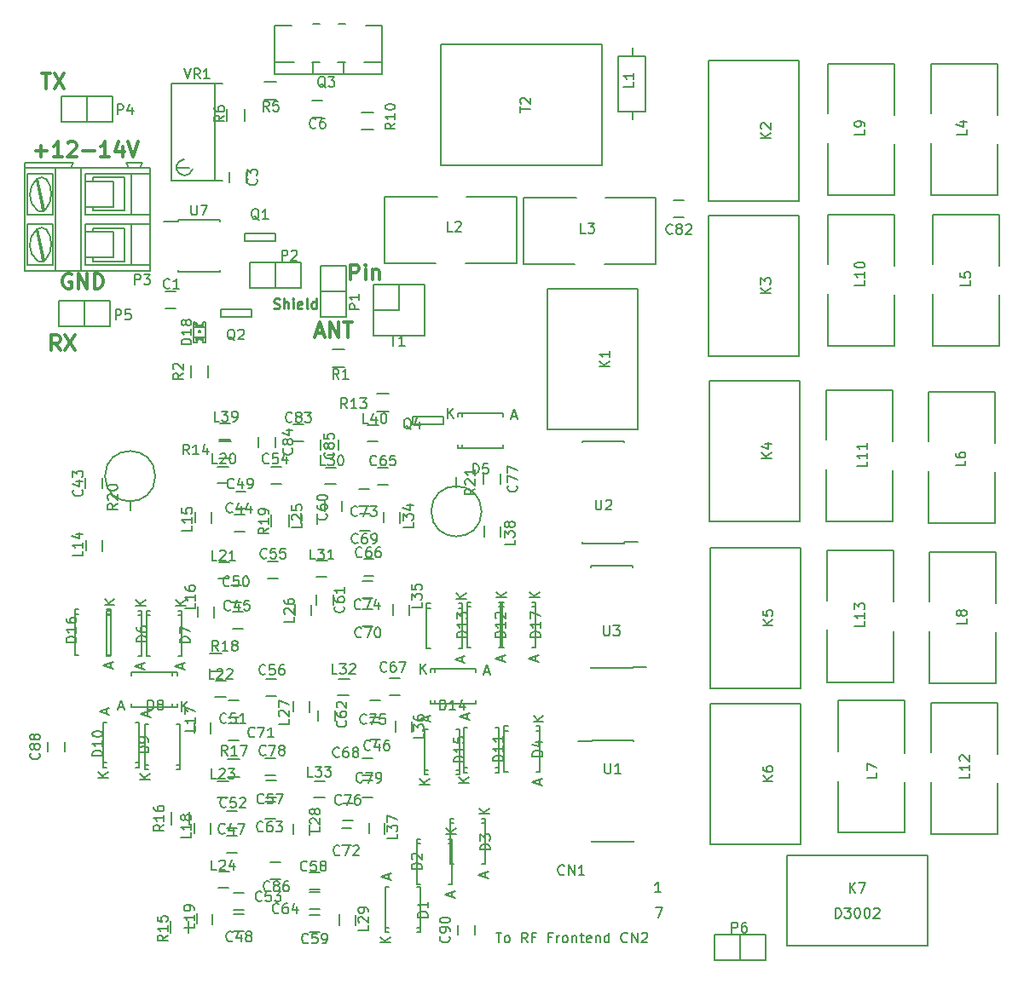
<source format=gto>
%FSLAX46Y46*%
G04 Gerber Fmt 4.6, Leading zero omitted, Abs format (unit mm)*
G04 Created by KiCad (PCBNEW (2014-10-27 BZR 5228)-product) date 23/02/2015 12:19:06*
%MOMM*%
G01*
G04 APERTURE LIST*
%ADD10C,0.100000*%
%ADD11C,0.300000*%
%ADD12C,0.250000*%
%ADD13C,0.200000*%
%ADD14C,0.150000*%
G04 APERTURE END LIST*
D10*
D11*
X132371429Y-79378571D02*
X132371429Y-77878571D01*
X132942857Y-77878571D01*
X133085715Y-77950000D01*
X133157143Y-78021429D01*
X133228572Y-78164286D01*
X133228572Y-78378571D01*
X133157143Y-78521429D01*
X133085715Y-78592857D01*
X132942857Y-78664286D01*
X132371429Y-78664286D01*
X133871429Y-79378571D02*
X133871429Y-78378571D01*
X133871429Y-77878571D02*
X133800000Y-77950000D01*
X133871429Y-78021429D01*
X133942857Y-77950000D01*
X133871429Y-77878571D01*
X133871429Y-78021429D01*
X134585715Y-78378571D02*
X134585715Y-79378571D01*
X134585715Y-78521429D02*
X134657143Y-78450000D01*
X134800001Y-78378571D01*
X135014286Y-78378571D01*
X135157143Y-78450000D01*
X135228572Y-78592857D01*
X135228572Y-79378571D01*
D12*
X124780952Y-82204762D02*
X124923809Y-82252381D01*
X125161905Y-82252381D01*
X125257143Y-82204762D01*
X125304762Y-82157143D01*
X125352381Y-82061905D01*
X125352381Y-81966667D01*
X125304762Y-81871429D01*
X125257143Y-81823810D01*
X125161905Y-81776190D01*
X124971428Y-81728571D01*
X124876190Y-81680952D01*
X124828571Y-81633333D01*
X124780952Y-81538095D01*
X124780952Y-81442857D01*
X124828571Y-81347619D01*
X124876190Y-81300000D01*
X124971428Y-81252381D01*
X125209524Y-81252381D01*
X125352381Y-81300000D01*
X125780952Y-82252381D02*
X125780952Y-81252381D01*
X126209524Y-82252381D02*
X126209524Y-81728571D01*
X126161905Y-81633333D01*
X126066667Y-81585714D01*
X125923809Y-81585714D01*
X125828571Y-81633333D01*
X125780952Y-81680952D01*
X126685714Y-82252381D02*
X126685714Y-81585714D01*
X126685714Y-81252381D02*
X126638095Y-81300000D01*
X126685714Y-81347619D01*
X126733333Y-81300000D01*
X126685714Y-81252381D01*
X126685714Y-81347619D01*
X127542857Y-82204762D02*
X127447619Y-82252381D01*
X127257142Y-82252381D01*
X127161904Y-82204762D01*
X127114285Y-82109524D01*
X127114285Y-81728571D01*
X127161904Y-81633333D01*
X127257142Y-81585714D01*
X127447619Y-81585714D01*
X127542857Y-81633333D01*
X127590476Y-81728571D01*
X127590476Y-81823810D01*
X127114285Y-81919048D01*
X128161904Y-82252381D02*
X128066666Y-82204762D01*
X128019047Y-82109524D01*
X128019047Y-81252381D01*
X128971429Y-82252381D02*
X128971429Y-81252381D01*
X128971429Y-82204762D02*
X128876191Y-82252381D01*
X128685714Y-82252381D01*
X128590476Y-82204762D01*
X128542857Y-82157143D01*
X128495238Y-82061905D01*
X128495238Y-81776190D01*
X128542857Y-81680952D01*
X128590476Y-81633333D01*
X128685714Y-81585714D01*
X128876191Y-81585714D01*
X128971429Y-81633333D01*
D11*
X128985714Y-84650000D02*
X129700000Y-84650000D01*
X128842857Y-85078571D02*
X129342857Y-83578571D01*
X129842857Y-85078571D01*
X130342857Y-85078571D02*
X130342857Y-83578571D01*
X131200000Y-85078571D01*
X131200000Y-83578571D01*
X131700000Y-83578571D02*
X132557143Y-83578571D01*
X132128572Y-85078571D02*
X132128572Y-83578571D01*
D13*
X146828570Y-144252381D02*
X147399999Y-144252381D01*
X147114284Y-145252381D02*
X147114284Y-144252381D01*
X147876189Y-145252381D02*
X147780951Y-145204762D01*
X147733332Y-145157143D01*
X147685713Y-145061905D01*
X147685713Y-144776190D01*
X147733332Y-144680952D01*
X147780951Y-144633333D01*
X147876189Y-144585714D01*
X148019047Y-144585714D01*
X148114285Y-144633333D01*
X148161904Y-144680952D01*
X148209523Y-144776190D01*
X148209523Y-145061905D01*
X148161904Y-145157143D01*
X148114285Y-145204762D01*
X148019047Y-145252381D01*
X147876189Y-145252381D01*
X149971428Y-145252381D02*
X149638094Y-144776190D01*
X149399999Y-145252381D02*
X149399999Y-144252381D01*
X149780952Y-144252381D01*
X149876190Y-144300000D01*
X149923809Y-144347619D01*
X149971428Y-144442857D01*
X149971428Y-144585714D01*
X149923809Y-144680952D01*
X149876190Y-144728571D01*
X149780952Y-144776190D01*
X149399999Y-144776190D01*
X150733333Y-144728571D02*
X150399999Y-144728571D01*
X150399999Y-145252381D02*
X150399999Y-144252381D01*
X150876190Y-144252381D01*
X152352381Y-144728571D02*
X152019047Y-144728571D01*
X152019047Y-145252381D02*
X152019047Y-144252381D01*
X152495238Y-144252381D01*
X152876190Y-145252381D02*
X152876190Y-144585714D01*
X152876190Y-144776190D02*
X152923809Y-144680952D01*
X152971428Y-144633333D01*
X153066666Y-144585714D01*
X153161905Y-144585714D01*
X153638095Y-145252381D02*
X153542857Y-145204762D01*
X153495238Y-145157143D01*
X153447619Y-145061905D01*
X153447619Y-144776190D01*
X153495238Y-144680952D01*
X153542857Y-144633333D01*
X153638095Y-144585714D01*
X153780953Y-144585714D01*
X153876191Y-144633333D01*
X153923810Y-144680952D01*
X153971429Y-144776190D01*
X153971429Y-145061905D01*
X153923810Y-145157143D01*
X153876191Y-145204762D01*
X153780953Y-145252381D01*
X153638095Y-145252381D01*
X154400000Y-144585714D02*
X154400000Y-145252381D01*
X154400000Y-144680952D02*
X154447619Y-144633333D01*
X154542857Y-144585714D01*
X154685715Y-144585714D01*
X154780953Y-144633333D01*
X154828572Y-144728571D01*
X154828572Y-145252381D01*
X155161905Y-144585714D02*
X155542857Y-144585714D01*
X155304762Y-144252381D02*
X155304762Y-145109524D01*
X155352381Y-145204762D01*
X155447619Y-145252381D01*
X155542857Y-145252381D01*
X156257144Y-145204762D02*
X156161906Y-145252381D01*
X155971429Y-145252381D01*
X155876191Y-145204762D01*
X155828572Y-145109524D01*
X155828572Y-144728571D01*
X155876191Y-144633333D01*
X155971429Y-144585714D01*
X156161906Y-144585714D01*
X156257144Y-144633333D01*
X156304763Y-144728571D01*
X156304763Y-144823810D01*
X155828572Y-144919048D01*
X156733334Y-144585714D02*
X156733334Y-145252381D01*
X156733334Y-144680952D02*
X156780953Y-144633333D01*
X156876191Y-144585714D01*
X157019049Y-144585714D01*
X157114287Y-144633333D01*
X157161906Y-144728571D01*
X157161906Y-145252381D01*
X158066668Y-145252381D02*
X158066668Y-144252381D01*
X158066668Y-145204762D02*
X157971430Y-145252381D01*
X157780953Y-145252381D01*
X157685715Y-145204762D01*
X157638096Y-145157143D01*
X157590477Y-145061905D01*
X157590477Y-144776190D01*
X157638096Y-144680952D01*
X157685715Y-144633333D01*
X157780953Y-144585714D01*
X157971430Y-144585714D01*
X158066668Y-144633333D01*
X159876192Y-145157143D02*
X159828573Y-145204762D01*
X159685716Y-145252381D01*
X159590478Y-145252381D01*
X159447620Y-145204762D01*
X159352382Y-145109524D01*
X159304763Y-145014286D01*
X159257144Y-144823810D01*
X159257144Y-144680952D01*
X159304763Y-144490476D01*
X159352382Y-144395238D01*
X159447620Y-144300000D01*
X159590478Y-144252381D01*
X159685716Y-144252381D01*
X159828573Y-144300000D01*
X159876192Y-144347619D01*
X160304763Y-145252381D02*
X160304763Y-144252381D01*
X160876192Y-145252381D01*
X160876192Y-144252381D01*
X161304763Y-144347619D02*
X161352382Y-144300000D01*
X161447620Y-144252381D01*
X161685716Y-144252381D01*
X161780954Y-144300000D01*
X161828573Y-144347619D01*
X161876192Y-144442857D01*
X161876192Y-144538095D01*
X161828573Y-144680952D01*
X161257144Y-145252381D01*
X161876192Y-145252381D01*
D11*
X101757143Y-58878571D02*
X102614286Y-58878571D01*
X102185715Y-60378571D02*
X102185715Y-58878571D01*
X102971429Y-58878571D02*
X103971429Y-60378571D01*
X103971429Y-58878571D02*
X102971429Y-60378571D01*
X103550001Y-86378571D02*
X103050001Y-85664286D01*
X102692858Y-86378571D02*
X102692858Y-84878571D01*
X103264286Y-84878571D01*
X103407144Y-84950000D01*
X103478572Y-85021429D01*
X103550001Y-85164286D01*
X103550001Y-85378571D01*
X103478572Y-85521429D01*
X103407144Y-85592857D01*
X103264286Y-85664286D01*
X102692858Y-85664286D01*
X104050001Y-84878571D02*
X105050001Y-86378571D01*
X105050001Y-84878571D02*
X104050001Y-86378571D01*
X104657143Y-78850000D02*
X104514286Y-78778571D01*
X104300000Y-78778571D01*
X104085715Y-78850000D01*
X103942857Y-78992857D01*
X103871429Y-79135714D01*
X103800000Y-79421429D01*
X103800000Y-79635714D01*
X103871429Y-79921429D01*
X103942857Y-80064286D01*
X104085715Y-80207143D01*
X104300000Y-80278571D01*
X104442857Y-80278571D01*
X104657143Y-80207143D01*
X104728572Y-80135714D01*
X104728572Y-79635714D01*
X104442857Y-79635714D01*
X105371429Y-80278571D02*
X105371429Y-78778571D01*
X106228572Y-80278571D01*
X106228572Y-78778571D01*
X106942858Y-80278571D02*
X106942858Y-78778571D01*
X107300001Y-78778571D01*
X107514286Y-78850000D01*
X107657144Y-78992857D01*
X107728572Y-79135714D01*
X107800001Y-79421429D01*
X107800001Y-79635714D01*
X107728572Y-79921429D01*
X107657144Y-80064286D01*
X107514286Y-80207143D01*
X107300001Y-80278571D01*
X106942858Y-80278571D01*
X101100001Y-66607143D02*
X102242858Y-66607143D01*
X101671429Y-67178571D02*
X101671429Y-66035714D01*
X103742858Y-67178571D02*
X102885715Y-67178571D01*
X103314287Y-67178571D02*
X103314287Y-65678571D01*
X103171430Y-65892857D01*
X103028572Y-66035714D01*
X102885715Y-66107143D01*
X104314286Y-65821429D02*
X104385715Y-65750000D01*
X104528572Y-65678571D01*
X104885715Y-65678571D01*
X105028572Y-65750000D01*
X105100001Y-65821429D01*
X105171429Y-65964286D01*
X105171429Y-66107143D01*
X105100001Y-66321429D01*
X104242858Y-67178571D01*
X105171429Y-67178571D01*
X105814286Y-66607143D02*
X106957143Y-66607143D01*
X108457143Y-67178571D02*
X107600000Y-67178571D01*
X108028572Y-67178571D02*
X108028572Y-65678571D01*
X107885715Y-65892857D01*
X107742857Y-66035714D01*
X107600000Y-66107143D01*
X109742857Y-66178571D02*
X109742857Y-67178571D01*
X109385714Y-65607143D02*
X109028571Y-66678571D01*
X109957143Y-66678571D01*
X110314285Y-65678571D02*
X110814285Y-67178571D01*
X111314285Y-65678571D01*
D14*
X111650060Y-112699140D02*
X111299540Y-112699140D01*
X108149940Y-112699140D02*
X108500460Y-112699140D01*
X111650060Y-112249560D02*
X111299540Y-112249560D01*
X111650060Y-116750440D02*
X111299540Y-116750440D01*
X108149940Y-116750440D02*
X108500460Y-116750440D01*
X108149940Y-112249560D02*
X108500460Y-112249560D01*
X111650060Y-116750440D02*
X111650060Y-112249560D01*
X108149940Y-116750440D02*
X108149940Y-112249560D01*
X115650060Y-112699140D02*
X115299540Y-112699140D01*
X112149940Y-112699140D02*
X112500460Y-112699140D01*
X115650060Y-112249560D02*
X115299540Y-112249560D01*
X115650060Y-116750440D02*
X115299540Y-116750440D01*
X112149940Y-116750440D02*
X112500460Y-116750440D01*
X112149940Y-112249560D02*
X112500460Y-112249560D01*
X115650060Y-116750440D02*
X115650060Y-112249560D01*
X112149940Y-116750440D02*
X112149940Y-112249560D01*
X114700860Y-121850060D02*
X114700860Y-121499540D01*
X114700860Y-118349940D02*
X114700860Y-118700460D01*
X115150440Y-121850060D02*
X115150440Y-121499540D01*
X110649560Y-121850060D02*
X110649560Y-121499540D01*
X110649560Y-118349940D02*
X110649560Y-118700460D01*
X115150440Y-118349940D02*
X115150440Y-118700460D01*
X110649560Y-121850060D02*
X115150440Y-121850060D01*
X110649560Y-118349940D02*
X115150440Y-118349940D01*
X111949940Y-127600860D02*
X112300460Y-127600860D01*
X115450060Y-127600860D02*
X115099540Y-127600860D01*
X111949940Y-128050440D02*
X112300460Y-128050440D01*
X111949940Y-123549560D02*
X112300460Y-123549560D01*
X115450060Y-123549560D02*
X115099540Y-123549560D01*
X115450060Y-128050440D02*
X115099540Y-128050440D01*
X111949940Y-123549560D02*
X111949940Y-128050440D01*
X115450060Y-123549560D02*
X115450060Y-128050440D01*
X107849940Y-127400860D02*
X108200460Y-127400860D01*
X111350060Y-127400860D02*
X110999540Y-127400860D01*
X107849940Y-127850440D02*
X108200460Y-127850440D01*
X107849940Y-123349560D02*
X108200460Y-123349560D01*
X111350060Y-123349560D02*
X110999540Y-123349560D01*
X111350060Y-127850440D02*
X110999540Y-127850440D01*
X107849940Y-123349560D02*
X107849940Y-127850440D01*
X111350060Y-123349560D02*
X111350060Y-127850440D01*
X143649940Y-127900860D02*
X144000460Y-127900860D01*
X147150060Y-127900860D02*
X146799540Y-127900860D01*
X143649940Y-128350440D02*
X144000460Y-128350440D01*
X143649940Y-123849560D02*
X144000460Y-123849560D01*
X147150060Y-123849560D02*
X146799540Y-123849560D01*
X147150060Y-128350440D02*
X146799540Y-128350440D01*
X143649940Y-123849560D02*
X143649940Y-128350440D01*
X147150060Y-123849560D02*
X147150060Y-128350440D01*
X147450060Y-111899140D02*
X147099540Y-111899140D01*
X143949940Y-111899140D02*
X144300460Y-111899140D01*
X147450060Y-111449560D02*
X147099540Y-111449560D01*
X147450060Y-115950440D02*
X147099540Y-115950440D01*
X143949940Y-115950440D02*
X144300460Y-115950440D01*
X143949940Y-111449560D02*
X144300460Y-111449560D01*
X147450060Y-115950440D02*
X147450060Y-111449560D01*
X143949940Y-115950440D02*
X143949940Y-111449560D01*
X143450060Y-111999140D02*
X143099540Y-111999140D01*
X139949940Y-111999140D02*
X140300460Y-111999140D01*
X143450060Y-111549560D02*
X143099540Y-111549560D01*
X143450060Y-116050440D02*
X143099540Y-116050440D01*
X139949940Y-116050440D02*
X140300460Y-116050440D01*
X139949940Y-111549560D02*
X140300460Y-111549560D01*
X143450060Y-116050440D02*
X143450060Y-111549560D01*
X139949940Y-116050440D02*
X139949940Y-111549560D01*
X140799140Y-118049940D02*
X140799140Y-118400460D01*
X140799140Y-121550060D02*
X140799140Y-121199540D01*
X140349560Y-118049940D02*
X140349560Y-118400460D01*
X144850440Y-118049940D02*
X144850440Y-118400460D01*
X144850440Y-121550060D02*
X144850440Y-121199540D01*
X140349560Y-121550060D02*
X140349560Y-121199540D01*
X144850440Y-118049940D02*
X140349560Y-118049940D01*
X144850440Y-121550060D02*
X140349560Y-121550060D01*
X139749940Y-128100860D02*
X140100460Y-128100860D01*
X143250060Y-128100860D02*
X142899540Y-128100860D01*
X139749940Y-128550440D02*
X140100460Y-128550440D01*
X139749940Y-124049560D02*
X140100460Y-124049560D01*
X143250060Y-124049560D02*
X142899540Y-124049560D01*
X143250060Y-128550440D02*
X142899540Y-128550440D01*
X139749940Y-124049560D02*
X139749940Y-128550440D01*
X143250060Y-124049560D02*
X143250060Y-128550440D01*
X160375600Y-62633860D02*
X160375600Y-63395860D01*
X160375600Y-57172860D02*
X160375600Y-56283860D01*
X161645600Y-62633860D02*
X158978600Y-62633860D01*
X158978600Y-62633860D02*
X158978600Y-57172860D01*
X158978600Y-57172860D02*
X161645600Y-57172860D01*
X161645600Y-57172860D02*
X161645600Y-62633860D01*
X135788400Y-71132700D02*
X140995400Y-71132700D01*
X148869400Y-71132700D02*
X143916400Y-71132700D01*
X135788400Y-77736700D02*
X140868400Y-77736700D01*
X148869400Y-77736700D02*
X143789400Y-77736700D01*
X148869400Y-77736700D02*
X148869400Y-71132700D01*
X135788400Y-71132700D02*
X135788400Y-77736700D01*
X149593300Y-71196200D02*
X154800300Y-71196200D01*
X162674300Y-71196200D02*
X157721300Y-71196200D01*
X149593300Y-77800200D02*
X154673300Y-77800200D01*
X162674300Y-77800200D02*
X157594300Y-77800200D01*
X162674300Y-77800200D02*
X162674300Y-71196200D01*
X149593300Y-71196200D02*
X149593300Y-77800200D01*
X189996000Y-71000000D02*
X189996000Y-65793000D01*
X189996000Y-57919000D02*
X189996000Y-62872000D01*
X196600000Y-71000000D02*
X196600000Y-65920000D01*
X196600000Y-57919000D02*
X196600000Y-62999000D01*
X196600000Y-57919000D02*
X189996000Y-57919000D01*
X189996000Y-71000000D02*
X196600000Y-71000000D01*
X190196000Y-86000000D02*
X190196000Y-80793000D01*
X190196000Y-72919000D02*
X190196000Y-77872000D01*
X196800000Y-86000000D02*
X196800000Y-80920000D01*
X196800000Y-72919000D02*
X196800000Y-77999000D01*
X196800000Y-72919000D02*
X190196000Y-72919000D01*
X190196000Y-86000000D02*
X196800000Y-86000000D01*
X189796000Y-103600000D02*
X189796000Y-98393000D01*
X189796000Y-90519000D02*
X189796000Y-95472000D01*
X196400000Y-103600000D02*
X196400000Y-98520000D01*
X196400000Y-90519000D02*
X196400000Y-95599000D01*
X196400000Y-90519000D02*
X189796000Y-90519000D01*
X189796000Y-103600000D02*
X196400000Y-103600000D01*
X187404000Y-121200000D02*
X187404000Y-126407000D01*
X187404000Y-134281000D02*
X187404000Y-129328000D01*
X180800000Y-121200000D02*
X180800000Y-126280000D01*
X180800000Y-134281000D02*
X180800000Y-129201000D01*
X180800000Y-134281000D02*
X187404000Y-134281000D01*
X187404000Y-121200000D02*
X180800000Y-121200000D01*
X189896000Y-119500000D02*
X189896000Y-114293000D01*
X189896000Y-106419000D02*
X189896000Y-111372000D01*
X196500000Y-119500000D02*
X196500000Y-114420000D01*
X196500000Y-106419000D02*
X196500000Y-111499000D01*
X196500000Y-106419000D02*
X189896000Y-106419000D01*
X189896000Y-119500000D02*
X196500000Y-119500000D01*
X179796000Y-71000000D02*
X179796000Y-65793000D01*
X179796000Y-57919000D02*
X179796000Y-62872000D01*
X186400000Y-71000000D02*
X186400000Y-65920000D01*
X186400000Y-57919000D02*
X186400000Y-62999000D01*
X186400000Y-57919000D02*
X179796000Y-57919000D01*
X179796000Y-71000000D02*
X186400000Y-71000000D01*
X179796000Y-86000000D02*
X179796000Y-80793000D01*
X179796000Y-72919000D02*
X179796000Y-77872000D01*
X186400000Y-86000000D02*
X186400000Y-80920000D01*
X186400000Y-72919000D02*
X186400000Y-77999000D01*
X186400000Y-72919000D02*
X179796000Y-72919000D01*
X179796000Y-86000000D02*
X186400000Y-86000000D01*
X179596000Y-103400000D02*
X179596000Y-98193000D01*
X179596000Y-90319000D02*
X179596000Y-95272000D01*
X186200000Y-103400000D02*
X186200000Y-98320000D01*
X186200000Y-90319000D02*
X186200000Y-95399000D01*
X186200000Y-90319000D02*
X179596000Y-90319000D01*
X179596000Y-103400000D02*
X186200000Y-103400000D01*
X189996000Y-134500000D02*
X189996000Y-129293000D01*
X189996000Y-121419000D02*
X189996000Y-126372000D01*
X196600000Y-134500000D02*
X196600000Y-129420000D01*
X196600000Y-121419000D02*
X196600000Y-126499000D01*
X196600000Y-121419000D02*
X189996000Y-121419000D01*
X189996000Y-134500000D02*
X196600000Y-134500000D01*
X179696000Y-119400000D02*
X179696000Y-114193000D01*
X179696000Y-106319000D02*
X179696000Y-111272000D01*
X186300000Y-119400000D02*
X186300000Y-114320000D01*
X186300000Y-106319000D02*
X186300000Y-111399000D01*
X186300000Y-106319000D02*
X179696000Y-106319000D01*
X179696000Y-119400000D02*
X186300000Y-119400000D01*
X129374900Y-80518000D02*
X131914900Y-80518000D01*
X129374900Y-83058000D02*
X131914900Y-83058000D01*
X131914900Y-83058000D02*
X131914900Y-80518000D01*
X131914900Y-80518000D02*
X131914900Y-77978000D01*
X131914900Y-77978000D02*
X129374900Y-77978000D01*
X129374900Y-77978000D02*
X129374900Y-83058000D01*
X124900000Y-77630000D02*
X124900000Y-80170000D01*
X122360000Y-77630000D02*
X122360000Y-80170000D01*
X122360000Y-80170000D02*
X124900000Y-80170000D01*
X124900000Y-80170000D02*
X127440000Y-80170000D01*
X127440000Y-80170000D02*
X127440000Y-77630000D01*
X127440000Y-77630000D02*
X122360000Y-77630000D01*
X106200000Y-61130000D02*
X106200000Y-63670000D01*
X103660000Y-61130000D02*
X103660000Y-63670000D01*
X103660000Y-63670000D02*
X106200000Y-63670000D01*
X106200000Y-63670000D02*
X108740000Y-63670000D01*
X108740000Y-63670000D02*
X108740000Y-61130000D01*
X108740000Y-61130000D02*
X103660000Y-61130000D01*
X106000000Y-81430000D02*
X106000000Y-83970000D01*
X103460000Y-81430000D02*
X103460000Y-83970000D01*
X103460000Y-83970000D02*
X106000000Y-83970000D01*
X106000000Y-83970000D02*
X108540000Y-83970000D01*
X108540000Y-83970000D02*
X108540000Y-81430000D01*
X108540000Y-81430000D02*
X103460000Y-81430000D01*
X124866000Y-57805000D02*
X126771000Y-57805000D01*
X129311000Y-57805000D02*
X128549000Y-57805000D01*
X131724000Y-57805000D02*
X131851000Y-57805000D01*
X131724000Y-57805000D02*
X131089000Y-57805000D01*
X135534000Y-57805000D02*
X133756000Y-57805000D01*
X135534000Y-54122000D02*
X133883000Y-54122000D01*
X131216000Y-53995000D02*
X131851000Y-53995000D01*
X128676000Y-53995000D02*
X129311000Y-53995000D01*
X124866000Y-54122000D02*
X126517000Y-54122000D01*
X131724000Y-58948000D02*
X131724000Y-57805000D01*
X128676000Y-58948000D02*
X128676000Y-57805000D01*
X124866000Y-57805000D02*
X124866000Y-54122000D01*
X135534000Y-54122000D02*
X135534000Y-57805000D01*
X124866000Y-58948000D02*
X124866000Y-57805000D01*
X135534000Y-57805000D02*
X135534000Y-58948000D01*
X130200000Y-58948000D02*
X135534000Y-58948000D01*
X130200000Y-58948000D02*
X124866000Y-58948000D01*
X110500000Y-101300940D02*
X110500000Y-102301700D01*
X112999360Y-98900640D02*
G75*
G03X112999360Y-98900640I-2499360J0D01*
G01*
X142900000Y-99999060D02*
X142900000Y-98998300D01*
X145399360Y-102399360D02*
G75*
G03X145399360Y-102399360I-2499360J0D01*
G01*
X134632700Y-82410300D02*
X134632700Y-79870300D01*
X134632700Y-79870300D02*
X137172700Y-79870300D01*
X137172700Y-79870300D02*
X137172700Y-82410300D01*
X137172700Y-82410300D02*
X134632700Y-82410300D01*
X134632700Y-82410300D02*
X134632700Y-84950300D01*
X134632700Y-84950300D02*
X139712700Y-84950300D01*
X139712700Y-84950300D02*
X139712700Y-79870300D01*
X139712700Y-79870300D02*
X137172700Y-79870300D01*
X115138200Y-68224400D02*
X116408200Y-68224400D01*
X115887500Y-67437000D02*
X115633500Y-67475100D01*
X115633500Y-67475100D02*
X115354100Y-67652900D01*
X115354100Y-67652900D02*
X115138200Y-67970400D01*
X115138200Y-67970400D02*
X115125500Y-68414900D01*
X115125500Y-68414900D02*
X115328700Y-68770500D01*
X115328700Y-68770500D02*
X115620800Y-68948300D01*
X115620800Y-68948300D02*
X115938300Y-68999100D01*
X115938300Y-68999100D02*
X116344700Y-68897500D01*
X116344700Y-68897500D02*
X116598700Y-68554600D01*
X116598700Y-68554600D02*
X116687600Y-68376800D01*
X118948200Y-59842400D02*
X118948200Y-69494400D01*
X115900200Y-69494400D02*
X114630200Y-69494400D01*
X114630200Y-69494400D02*
X114630200Y-59842400D01*
X114630200Y-59842400D02*
X119710200Y-59842400D01*
X119710200Y-69494400D02*
X117170200Y-69494400D01*
X117170200Y-69494400D02*
X115900200Y-69494400D01*
X115260300Y-73421800D02*
X115260300Y-73566800D01*
X119410300Y-73421800D02*
X119410300Y-73566800D01*
X119410300Y-78571800D02*
X119410300Y-78426800D01*
X115260300Y-78571800D02*
X115260300Y-78426800D01*
X115260300Y-73421800D02*
X119410300Y-73421800D01*
X115260300Y-78571800D02*
X119410300Y-78571800D01*
X115260300Y-73566800D02*
X113860300Y-73566800D01*
X141382400Y-55976000D02*
X157382400Y-55976000D01*
X157382400Y-55976000D02*
X157382400Y-67976000D01*
X157382400Y-67976000D02*
X141382400Y-67976000D01*
X141382400Y-67976000D02*
X141382400Y-55976000D01*
X160913200Y-80287100D02*
X160913200Y-94287100D01*
X160913200Y-94287100D02*
X151913200Y-94287100D01*
X151913200Y-94287100D02*
X151913200Y-80287100D01*
X151913200Y-80287100D02*
X160913200Y-80287100D01*
X176900000Y-57600000D02*
X176900000Y-71600000D01*
X176900000Y-71600000D02*
X167900000Y-71600000D01*
X167900000Y-71600000D02*
X167900000Y-57600000D01*
X167900000Y-57600000D02*
X176900000Y-57600000D01*
X176900000Y-73000000D02*
X176900000Y-87000000D01*
X176900000Y-87000000D02*
X167900000Y-87000000D01*
X167900000Y-87000000D02*
X167900000Y-73000000D01*
X167900000Y-73000000D02*
X176900000Y-73000000D01*
X177000000Y-89400000D02*
X177000000Y-103400000D01*
X177000000Y-103400000D02*
X168000000Y-103400000D01*
X168000000Y-103400000D02*
X168000000Y-89400000D01*
X168000000Y-89400000D02*
X177000000Y-89400000D01*
X177100000Y-106000000D02*
X177100000Y-120000000D01*
X177100000Y-120000000D02*
X168100000Y-120000000D01*
X168100000Y-120000000D02*
X168100000Y-106000000D01*
X168100000Y-106000000D02*
X177100000Y-106000000D01*
X177100000Y-121500000D02*
X177100000Y-135500000D01*
X177100000Y-135500000D02*
X168100000Y-135500000D01*
X168100000Y-135500000D02*
X168100000Y-121500000D01*
X168100000Y-121500000D02*
X177100000Y-121500000D01*
X115000000Y-80550000D02*
X114000000Y-80550000D01*
X114000000Y-82250000D02*
X115000000Y-82250000D01*
X122046100Y-69727700D02*
X122046100Y-68727700D01*
X120346100Y-68727700D02*
X120346100Y-69727700D01*
X128600000Y-63250000D02*
X129600000Y-63250000D01*
X129600000Y-61550000D02*
X128600000Y-61550000D01*
X106050000Y-99100000D02*
X106050000Y-100100000D01*
X107750000Y-100100000D02*
X107750000Y-99100000D01*
X121900000Y-102750000D02*
X120900000Y-102750000D01*
X120900000Y-104450000D02*
X121900000Y-104450000D01*
X121700000Y-112350000D02*
X120700000Y-112350000D01*
X120700000Y-114050000D02*
X121700000Y-114050000D01*
X134300000Y-125050000D02*
X135300000Y-125050000D01*
X135300000Y-123350000D02*
X134300000Y-123350000D01*
X121100000Y-134650000D02*
X120100000Y-134650000D01*
X120100000Y-136350000D02*
X121100000Y-136350000D01*
X121800000Y-142450000D02*
X120800000Y-142450000D01*
X120800000Y-144150000D02*
X121800000Y-144150000D01*
X122000000Y-100450000D02*
X121000000Y-100450000D01*
X121000000Y-102150000D02*
X122000000Y-102150000D01*
X121500000Y-109750000D02*
X120500000Y-109750000D01*
X120500000Y-111450000D02*
X121500000Y-111450000D01*
X121300000Y-121150000D02*
X120300000Y-121150000D01*
X120300000Y-122850000D02*
X121300000Y-122850000D01*
X121100000Y-132150000D02*
X120100000Y-132150000D01*
X120100000Y-133850000D02*
X121100000Y-133850000D01*
X121800000Y-140350000D02*
X120800000Y-140350000D01*
X120800000Y-142050000D02*
X121800000Y-142050000D01*
X124500000Y-99650000D02*
X125500000Y-99650000D01*
X125500000Y-97950000D02*
X124500000Y-97950000D01*
X124200000Y-109050000D02*
X125200000Y-109050000D01*
X125200000Y-107350000D02*
X124200000Y-107350000D01*
X124000000Y-120750000D02*
X125000000Y-120750000D01*
X125000000Y-119050000D02*
X124000000Y-119050000D01*
X124000000Y-130850000D02*
X125000000Y-130850000D01*
X125000000Y-129150000D02*
X124000000Y-129150000D01*
X128300000Y-139950000D02*
X129300000Y-139950000D01*
X129300000Y-138250000D02*
X128300000Y-138250000D01*
X128300000Y-144250000D02*
X129300000Y-144250000D01*
X129300000Y-142550000D02*
X128300000Y-142550000D01*
X131550000Y-102400000D02*
X131550000Y-101400000D01*
X129850000Y-101400000D02*
X129850000Y-102400000D01*
X130650000Y-111700000D02*
X130650000Y-110700000D01*
X128950000Y-110700000D02*
X128950000Y-111700000D01*
X130850000Y-123200000D02*
X130850000Y-122200000D01*
X129150000Y-122200000D02*
X129150000Y-123200000D01*
X123900000Y-132950000D02*
X124900000Y-132950000D01*
X124900000Y-131250000D02*
X123900000Y-131250000D01*
X128300000Y-141950000D02*
X129300000Y-141950000D01*
X129300000Y-140250000D02*
X128300000Y-140250000D01*
X135100000Y-99750000D02*
X136100000Y-99750000D01*
X136100000Y-98050000D02*
X135100000Y-98050000D01*
X133700000Y-108850000D02*
X134700000Y-108850000D01*
X134700000Y-107150000D02*
X133700000Y-107150000D01*
X136300000Y-120650000D02*
X137300000Y-120650000D01*
X137300000Y-118950000D02*
X136300000Y-118950000D01*
X133600000Y-128650000D02*
X134600000Y-128650000D01*
X134600000Y-126950000D02*
X133600000Y-126950000D01*
X133300000Y-104350000D02*
X134300000Y-104350000D01*
X134300000Y-102650000D02*
X133300000Y-102650000D01*
X133600000Y-113850000D02*
X134600000Y-113850000D01*
X134600000Y-112150000D02*
X133600000Y-112150000D01*
X121300000Y-123450000D02*
X120300000Y-123450000D01*
X120300000Y-125150000D02*
X121300000Y-125150000D01*
X131500000Y-135550000D02*
X132500000Y-135550000D01*
X132500000Y-133850000D02*
X131500000Y-133850000D01*
X133200000Y-101850000D02*
X134200000Y-101850000D01*
X134200000Y-100150000D02*
X133200000Y-100150000D01*
X133600000Y-111050000D02*
X134600000Y-111050000D01*
X134600000Y-109350000D02*
X133600000Y-109350000D01*
X134300000Y-122850000D02*
X135300000Y-122850000D01*
X135300000Y-121150000D02*
X134300000Y-121150000D01*
X131600000Y-133150000D02*
X132600000Y-133150000D01*
X132600000Y-131450000D02*
X131600000Y-131450000D01*
X147250000Y-99700000D02*
X147250000Y-98700000D01*
X145550000Y-98700000D02*
X145550000Y-99700000D01*
X123900000Y-128650000D02*
X124900000Y-128650000D01*
X124900000Y-126950000D02*
X123900000Y-126950000D01*
X133600000Y-130850000D02*
X134600000Y-130850000D01*
X134600000Y-129150000D02*
X133600000Y-129150000D01*
X106099900Y-105248820D02*
X106099900Y-106300380D01*
X107700100Y-106351180D02*
X107700100Y-105299620D01*
X116999900Y-102448820D02*
X116999900Y-103500380D01*
X118600100Y-103551180D02*
X118600100Y-102499620D01*
X117199900Y-111848820D02*
X117199900Y-112900380D01*
X118800100Y-112951180D02*
X118800100Y-111899620D01*
X116899900Y-123348820D02*
X116899900Y-124400380D01*
X118500100Y-124451180D02*
X118500100Y-123399620D01*
X116899900Y-133348820D02*
X116899900Y-134400380D01*
X118500100Y-134451180D02*
X118500100Y-133399620D01*
X117099900Y-142348820D02*
X117099900Y-143400380D01*
X118700100Y-143451180D02*
X118700100Y-142399620D01*
X119148820Y-99600100D02*
X120200380Y-99600100D01*
X120251180Y-97999900D02*
X119199620Y-97999900D01*
X119248820Y-109100100D02*
X120300380Y-109100100D01*
X120351180Y-107499900D02*
X119299620Y-107499900D01*
X118948820Y-120800100D02*
X120000380Y-120800100D01*
X120051180Y-119199900D02*
X118999620Y-119199900D01*
X119148820Y-130800100D02*
X120200380Y-130800100D01*
X120251180Y-129199900D02*
X119199620Y-129199900D01*
X119248820Y-139800100D02*
X120300380Y-139800100D01*
X120351180Y-138199900D02*
X119299620Y-138199900D01*
X127499900Y-102548820D02*
X127499900Y-103600380D01*
X129100100Y-103651180D02*
X129100100Y-102599620D01*
X126899900Y-111648820D02*
X126899900Y-112700380D01*
X128500100Y-112751180D02*
X128500100Y-111699620D01*
X126699900Y-121248820D02*
X126699900Y-122300380D01*
X128300100Y-122351180D02*
X128300100Y-121299620D01*
X126699900Y-133448820D02*
X126699900Y-134500380D01*
X128300100Y-134551180D02*
X128300100Y-133499620D01*
X131299900Y-142448820D02*
X131299900Y-143500380D01*
X132900100Y-143551180D02*
X132900100Y-142499620D01*
X129848820Y-99700100D02*
X130900380Y-99700100D01*
X130951180Y-98099900D02*
X129899620Y-98099900D01*
X128948820Y-108900100D02*
X130000380Y-108900100D01*
X130051180Y-107299900D02*
X128999620Y-107299900D01*
X131148820Y-120700100D02*
X132200380Y-120700100D01*
X132251180Y-119099900D02*
X131199620Y-119099900D01*
X128748820Y-130800100D02*
X129800380Y-130800100D01*
X129851180Y-129199900D02*
X128799620Y-129199900D01*
X135699900Y-102448820D02*
X135699900Y-103500380D01*
X137300100Y-103551180D02*
X137300100Y-102499620D01*
X136599900Y-111648820D02*
X136599900Y-112700380D01*
X138200100Y-112751180D02*
X138200100Y-111699620D01*
X136899900Y-123248820D02*
X136899900Y-124300380D01*
X138500100Y-124351180D02*
X138500100Y-123299620D01*
X134199900Y-133348820D02*
X134199900Y-134400380D01*
X135800100Y-134451180D02*
X135800100Y-133399620D01*
X145699900Y-103848820D02*
X145699900Y-104900380D01*
X147300100Y-104951180D02*
X147300100Y-103899620D01*
X123800000Y-59725000D02*
X125000000Y-59725000D01*
X125000000Y-61475000D02*
X123800000Y-61475000D01*
X120092500Y-63617400D02*
X120092500Y-62417400D01*
X121842500Y-62417400D02*
X121842500Y-63617400D01*
X133500000Y-62725000D02*
X134700000Y-62725000D01*
X134700000Y-64475000D02*
X133500000Y-64475000D01*
X116275000Y-143100000D02*
X116275000Y-144300000D01*
X114525000Y-144300000D02*
X114525000Y-143100000D01*
X116375000Y-132300000D02*
X116375000Y-133500000D01*
X114625000Y-133500000D02*
X114625000Y-132300000D01*
X120200000Y-127025000D02*
X121400000Y-127025000D01*
X121400000Y-128775000D02*
X120200000Y-128775000D01*
X118400000Y-116525000D02*
X119600000Y-116525000D01*
X119600000Y-118275000D02*
X118400000Y-118275000D01*
X126275000Y-102700000D02*
X126275000Y-103900000D01*
X124525000Y-103900000D02*
X124525000Y-102700000D01*
X164500000Y-73150000D02*
X165500000Y-73150000D01*
X165500000Y-71450000D02*
X164500000Y-71450000D01*
X175700000Y-136600000D02*
X189700000Y-136600000D01*
X189700000Y-136600000D02*
X189700000Y-145600000D01*
X189700000Y-145600000D02*
X175700000Y-145600000D01*
X175700000Y-145600000D02*
X175700000Y-136600000D01*
X126700000Y-95450000D02*
X127700000Y-95450000D01*
X127700000Y-93750000D02*
X126700000Y-93750000D01*
X124950000Y-96000000D02*
X124950000Y-95000000D01*
X123250000Y-95000000D02*
X123250000Y-96000000D01*
X131150000Y-96300000D02*
X131150000Y-95300000D01*
X129450000Y-95300000D02*
X129450000Y-96300000D01*
X135849940Y-143800860D02*
X136200460Y-143800860D01*
X139350060Y-143800860D02*
X138999540Y-143800860D01*
X135849940Y-144250440D02*
X136200460Y-144250440D01*
X135849940Y-139749560D02*
X136200460Y-139749560D01*
X139350060Y-139749560D02*
X138999540Y-139749560D01*
X139350060Y-144250440D02*
X138999540Y-144250440D01*
X135849940Y-139749560D02*
X135849940Y-144250440D01*
X139350060Y-139749560D02*
X139350060Y-144250440D01*
X142450060Y-135399140D02*
X142099540Y-135399140D01*
X138949940Y-135399140D02*
X139300460Y-135399140D01*
X142450060Y-134949560D02*
X142099540Y-134949560D01*
X142450060Y-139450440D02*
X142099540Y-139450440D01*
X138949940Y-139450440D02*
X139300460Y-139450440D01*
X138949940Y-134949560D02*
X139300460Y-134949560D01*
X142450060Y-139450440D02*
X142450060Y-134949560D01*
X138949940Y-139450440D02*
X138949940Y-134949560D01*
X145750060Y-133399140D02*
X145399540Y-133399140D01*
X142249940Y-133399140D02*
X142600460Y-133399140D01*
X145750060Y-132949560D02*
X145399540Y-132949560D01*
X145750060Y-137450440D02*
X145399540Y-137450440D01*
X142249940Y-137450440D02*
X142600460Y-137450440D01*
X142249940Y-132949560D02*
X142600460Y-132949560D01*
X145750060Y-137450440D02*
X145750060Y-132949560D01*
X142249940Y-137450440D02*
X142249940Y-132949560D01*
X151150060Y-124199140D02*
X150799540Y-124199140D01*
X147649940Y-124199140D02*
X148000460Y-124199140D01*
X151150060Y-123749560D02*
X150799540Y-123749560D01*
X151150060Y-128250440D02*
X150799540Y-128250440D01*
X147649940Y-128250440D02*
X148000460Y-128250440D01*
X147649940Y-123749560D02*
X148000460Y-123749560D01*
X151150060Y-128250440D02*
X151150060Y-123749560D01*
X147649940Y-128250440D02*
X147649940Y-123749560D01*
X143499140Y-92649940D02*
X143499140Y-93000460D01*
X143499140Y-96150060D02*
X143499140Y-95799540D01*
X143049560Y-92649940D02*
X143049560Y-93000460D01*
X147550440Y-92649940D02*
X147550440Y-93000460D01*
X147550440Y-96150060D02*
X147550440Y-95799540D01*
X143049560Y-96150060D02*
X143049560Y-95799540D01*
X147550440Y-92649940D02*
X143049560Y-92649940D01*
X147550440Y-96150060D02*
X143049560Y-96150060D01*
X108550060Y-112599140D02*
X108199540Y-112599140D01*
X105049940Y-112599140D02*
X105400460Y-112599140D01*
X108550060Y-112149560D02*
X108199540Y-112149560D01*
X108550060Y-116650440D02*
X108199540Y-116650440D01*
X105049940Y-116650440D02*
X105400460Y-116650440D01*
X105049940Y-112149560D02*
X105400460Y-112149560D01*
X108550060Y-116650440D02*
X108550060Y-112149560D01*
X105049940Y-116650440D02*
X105049940Y-112149560D01*
X150750060Y-111899140D02*
X150399540Y-111899140D01*
X147249940Y-111899140D02*
X147600460Y-111899140D01*
X150750060Y-111449560D02*
X150399540Y-111449560D01*
X150750060Y-115950440D02*
X150399540Y-115950440D01*
X147249940Y-115950440D02*
X147600460Y-115950440D01*
X147249940Y-111449560D02*
X147600460Y-111449560D01*
X150750060Y-115950440D02*
X150750060Y-111449560D01*
X147249940Y-115950440D02*
X147249940Y-111449560D01*
X119348820Y-95300100D02*
X120400380Y-95300100D01*
X120451180Y-93699900D02*
X119399620Y-93699900D01*
X135151180Y-93799900D02*
X134099620Y-93799900D01*
X134048820Y-95400100D02*
X135100380Y-95400100D01*
X124924000Y-75581000D02*
X121876000Y-75581000D01*
X121876000Y-75581000D02*
X121876000Y-74819000D01*
X121876000Y-74819000D02*
X124924000Y-74819000D01*
X124924000Y-74819000D02*
X124924000Y-75581000D01*
X138576000Y-93019000D02*
X141624000Y-93019000D01*
X141624000Y-93019000D02*
X141624000Y-93781000D01*
X141624000Y-93781000D02*
X138576000Y-93781000D01*
X138576000Y-93781000D02*
X138576000Y-93019000D01*
X135000000Y-90725000D02*
X136200000Y-90725000D01*
X136200000Y-92475000D02*
X135000000Y-92475000D01*
X119300000Y-95425000D02*
X120500000Y-95425000D01*
X120500000Y-97175000D02*
X119300000Y-97175000D01*
X156325000Y-125125000D02*
X156325000Y-125230000D01*
X160475000Y-125125000D02*
X160475000Y-125230000D01*
X160475000Y-135275000D02*
X160475000Y-135170000D01*
X156325000Y-135275000D02*
X156325000Y-135170000D01*
X156325000Y-125125000D02*
X160475000Y-125125000D01*
X156325000Y-135275000D02*
X160475000Y-135275000D01*
X156325000Y-125230000D02*
X154950000Y-125230000D01*
X159575000Y-105575000D02*
X159575000Y-105470000D01*
X155425000Y-105575000D02*
X155425000Y-105470000D01*
X155425000Y-95425000D02*
X155425000Y-95530000D01*
X159575000Y-95425000D02*
X159575000Y-95530000D01*
X159575000Y-105575000D02*
X155425000Y-105575000D01*
X159575000Y-95425000D02*
X155425000Y-95425000D01*
X159575000Y-105470000D02*
X160950000Y-105470000D01*
X160375000Y-117975000D02*
X160375000Y-117870000D01*
X156225000Y-117975000D02*
X156225000Y-117870000D01*
X156225000Y-107825000D02*
X156225000Y-107930000D01*
X160375000Y-107825000D02*
X160375000Y-107930000D01*
X160375000Y-117975000D02*
X156225000Y-117975000D01*
X160375000Y-107825000D02*
X156225000Y-107825000D01*
X160375000Y-117870000D02*
X161750000Y-117870000D01*
X124400000Y-138950000D02*
X125400000Y-138950000D01*
X125400000Y-137250000D02*
X124400000Y-137250000D01*
X102350000Y-125300000D02*
X102350000Y-126300000D01*
X104050000Y-126300000D02*
X104050000Y-125300000D01*
X143050000Y-143500000D02*
X143050000Y-144500000D01*
X144750000Y-144500000D02*
X144750000Y-143500000D01*
X108840000Y-77159600D02*
X108840000Y-74619600D01*
X108840000Y-74619600D02*
X106046000Y-74619600D01*
X106046000Y-77159600D02*
X106046000Y-74619600D01*
X108840000Y-77159600D02*
X106046000Y-77159600D01*
X108840000Y-72155800D02*
X108840000Y-69615800D01*
X108840000Y-69615800D02*
X106046000Y-69615800D01*
X106046000Y-72155800D02*
X106046000Y-69615800D01*
X108840000Y-72155800D02*
X106046000Y-72155800D01*
X100077000Y-68295000D02*
X103125000Y-68295000D01*
X100077000Y-68295000D02*
X100077000Y-78480000D01*
X100077000Y-68295000D02*
X100077000Y-67787000D01*
X100077000Y-67787000D02*
X104903000Y-67787000D01*
X104903000Y-67787000D02*
X104649000Y-68295000D01*
X111761000Y-67787000D02*
X111507000Y-68295000D01*
X111507000Y-68295000D02*
X112523000Y-68295000D01*
X110110000Y-67787000D02*
X110364000Y-68295000D01*
X110364000Y-68295000D02*
X111507000Y-68295000D01*
X110110000Y-67787000D02*
X111761000Y-67787000D01*
X112523000Y-72917800D02*
X110618000Y-72917800D01*
X106046000Y-68853800D02*
X110618000Y-68853800D01*
X112523000Y-72917800D02*
X112523000Y-68853800D01*
X112523000Y-68853800D02*
X112523000Y-68295000D01*
X112523000Y-73857600D02*
X110618000Y-73857600D01*
X112523000Y-73857600D02*
X112523000Y-72917800D01*
X106046000Y-77921600D02*
X110618000Y-77921600D01*
X112523000Y-78480000D02*
X112523000Y-77921600D01*
X112523000Y-77921600D02*
X112523000Y-73857600D01*
X110618000Y-72917800D02*
X110618000Y-68853800D01*
X110618000Y-72917800D02*
X106046000Y-72917800D01*
X110618000Y-68853800D02*
X112523000Y-68853800D01*
X110618000Y-73857600D02*
X110618000Y-77921600D01*
X110618000Y-73857600D02*
X106046000Y-73857600D01*
X110618000Y-77921600D02*
X112523000Y-77921600D01*
X109983000Y-69234800D02*
X106808000Y-69234800D01*
X109983000Y-69234800D02*
X109983000Y-72536800D01*
X109983000Y-72536800D02*
X106808000Y-72536800D01*
X109983000Y-74238600D02*
X106808000Y-74238600D01*
X109983000Y-74238600D02*
X109983000Y-77540600D01*
X109983000Y-77540600D02*
X106808000Y-77540600D01*
X106808000Y-77540600D02*
X106808000Y-77159600D01*
X106808000Y-74238600D02*
X106808000Y-74619600D01*
X106808000Y-72536800D02*
X106808000Y-72155800D01*
X106808000Y-69234800D02*
X106808000Y-69615800D01*
X112523000Y-78480000D02*
X105665000Y-78480000D01*
X105665000Y-78480000D02*
X103125000Y-78480000D01*
X104649000Y-68295000D02*
X105665000Y-68295000D01*
X105665000Y-68295000D02*
X110364000Y-68295000D01*
X103125000Y-78480000D02*
X103125000Y-68295000D01*
X103125000Y-78480000D02*
X100077000Y-78480000D01*
X103125000Y-68295000D02*
X104649000Y-68295000D01*
X102871000Y-72917800D02*
X100331000Y-72917800D01*
X100331000Y-72917800D02*
X100331000Y-68853800D01*
X100331000Y-68853800D02*
X102871000Y-68853800D01*
X102871000Y-68853800D02*
X102871000Y-72917800D01*
X102871000Y-73857600D02*
X100331000Y-73857600D01*
X102871000Y-73857600D02*
X102871000Y-77921600D01*
X102871000Y-77921600D02*
X100331000Y-77921600D01*
X100331000Y-73857600D02*
X100331000Y-77921600D01*
X101855000Y-72511400D02*
X101220000Y-69463400D01*
X101982000Y-72384400D02*
X101347000Y-69336400D01*
X101855000Y-77515200D02*
X101220000Y-74464660D01*
X101982000Y-77388200D02*
X101347000Y-74340200D01*
X106046000Y-77921600D02*
X106046000Y-77540600D01*
X106046000Y-73857600D02*
X106046000Y-74238600D01*
X106046000Y-74238600D02*
X106046000Y-77540600D01*
X105665000Y-78480000D02*
X105665000Y-77540600D01*
X105665000Y-77540600D02*
X105665000Y-74238600D01*
X105665000Y-74238600D02*
X105665000Y-72536800D01*
X105665000Y-68295000D02*
X105665000Y-69234800D01*
X105665000Y-69234800D02*
X105665000Y-72536800D01*
X106046000Y-68853800D02*
X106046000Y-69234800D01*
X106046000Y-72917800D02*
X106046000Y-72536800D01*
X106046000Y-72536800D02*
X106046000Y-69234800D01*
X102214570Y-69417028D02*
G75*
G03X101247940Y-69364340I-509430J-452772D01*
G01*
X102134896Y-72359728D02*
G75*
G03X102182660Y-69371960I-1905496J1524728D01*
G01*
X101243156Y-69360589D02*
G75*
G03X101296200Y-72511400I1348444J-1553151D01*
G01*
X101246519Y-72460097D02*
G75*
G03X102172500Y-72318360I407821J431297D01*
G01*
X102217110Y-74420851D02*
G75*
G03X101247940Y-74365600I-511970J-452749D01*
G01*
X102134896Y-77360988D02*
G75*
G03X102182660Y-74373220I-1905496J1524728D01*
G01*
X101238153Y-74358427D02*
G75*
G03X101296200Y-77515200I1353447J-1554033D01*
G01*
X101248981Y-77464520D02*
G75*
G03X102172500Y-77319620I405359J431920D01*
G01*
X171100000Y-144430000D02*
X171100000Y-146970000D01*
X168560000Y-144430000D02*
X168560000Y-146970000D01*
X168560000Y-146970000D02*
X171100000Y-146970000D01*
X171100000Y-146970000D02*
X173640000Y-146970000D01*
X173640000Y-146970000D02*
X173640000Y-144430000D01*
X173640000Y-144430000D02*
X168560000Y-144430000D01*
X122524000Y-83081000D02*
X119476000Y-83081000D01*
X119476000Y-83081000D02*
X119476000Y-82319000D01*
X119476000Y-82319000D02*
X122524000Y-82319000D01*
X122524000Y-82319000D02*
X122524000Y-83081000D01*
X131800000Y-88075000D02*
X130600000Y-88075000D01*
X130600000Y-86325000D02*
X131800000Y-86325000D01*
X117699720Y-84102160D02*
X118024840Y-84102160D01*
X118024840Y-84102160D02*
X118024840Y-83601780D01*
X117699720Y-83601780D02*
X118024840Y-83601780D01*
X117699720Y-84102160D02*
X117699720Y-83601780D01*
X117077420Y-84102160D02*
X117227280Y-84102160D01*
X117227280Y-84102160D02*
X117227280Y-83850700D01*
X117077420Y-83850700D02*
X117227280Y-83850700D01*
X117077420Y-84102160D02*
X117077420Y-83850700D01*
X117572720Y-84102160D02*
X117722580Y-84102160D01*
X117722580Y-84102160D02*
X117722580Y-83850700D01*
X117572720Y-83850700D02*
X117722580Y-83850700D01*
X117572720Y-84102160D02*
X117572720Y-83850700D01*
X117201880Y-84102160D02*
X117598120Y-84102160D01*
X117598120Y-84102160D02*
X117598120Y-83926900D01*
X117201880Y-83926900D02*
X117598120Y-83926900D01*
X117201880Y-84102160D02*
X117201880Y-83926900D01*
X117699720Y-85598220D02*
X118024840Y-85598220D01*
X118024840Y-85598220D02*
X118024840Y-85097840D01*
X117699720Y-85097840D02*
X118024840Y-85097840D01*
X117699720Y-85598220D02*
X117699720Y-85097840D01*
X116775160Y-85598220D02*
X117100280Y-85598220D01*
X117100280Y-85598220D02*
X117100280Y-85097840D01*
X116775160Y-85097840D02*
X117100280Y-85097840D01*
X116775160Y-85598220D02*
X116775160Y-85097840D01*
X117572720Y-85349300D02*
X117722580Y-85349300D01*
X117722580Y-85349300D02*
X117722580Y-85097840D01*
X117572720Y-85097840D02*
X117722580Y-85097840D01*
X117572720Y-85349300D02*
X117572720Y-85097840D01*
X117077420Y-85349300D02*
X117227280Y-85349300D01*
X117227280Y-85349300D02*
X117227280Y-85097840D01*
X117077420Y-85097840D02*
X117227280Y-85097840D01*
X117077420Y-85349300D02*
X117077420Y-85097840D01*
X117201880Y-85273100D02*
X117598120Y-85273100D01*
X117598120Y-85273100D02*
X117598120Y-85097840D01*
X117201880Y-85097840D02*
X117598120Y-85097840D01*
X117201880Y-85273100D02*
X117201880Y-85097840D01*
X117300940Y-84600000D02*
X117499060Y-84600000D01*
X117499060Y-84600000D02*
X117499060Y-84401880D01*
X117300940Y-84401880D02*
X117499060Y-84401880D01*
X117300940Y-84600000D02*
X117300940Y-84401880D01*
X116800560Y-84102160D02*
X117100280Y-84102160D01*
X117100280Y-84102160D02*
X117100280Y-83802440D01*
X116800560Y-83802440D02*
X117100280Y-83802440D01*
X116800560Y-84102160D02*
X116800560Y-83802440D01*
X116775160Y-83675440D02*
X117001220Y-83675440D01*
X117001220Y-83675440D02*
X117001220Y-83601780D01*
X116775160Y-83601780D02*
X117001220Y-83601780D01*
X116775160Y-83675440D02*
X116775160Y-83601780D01*
X117974040Y-84076760D02*
X117974040Y-85123240D01*
X116825960Y-85097840D02*
X116825960Y-83675440D01*
X117022262Y-83751640D02*
G75*
G03X117022262Y-83751640I-71842J0D01*
G01*
X117052020Y-83601780D02*
G75*
G03X117747980Y-83601780I347980J0D01*
G01*
X117747980Y-85598220D02*
G75*
G03X117052020Y-85598220I-347980J0D01*
G01*
X118275000Y-87900000D02*
X118275000Y-89100000D01*
X116525000Y-89100000D02*
X116525000Y-87900000D01*
X112152381Y-115338095D02*
X111152381Y-115338095D01*
X111152381Y-115100000D01*
X111200000Y-114957142D01*
X111295238Y-114861904D01*
X111390476Y-114814285D01*
X111580952Y-114766666D01*
X111723810Y-114766666D01*
X111914286Y-114814285D01*
X112009524Y-114861904D01*
X112104762Y-114957142D01*
X112152381Y-115100000D01*
X112152381Y-115338095D01*
X111152381Y-113909523D02*
X111152381Y-114100000D01*
X111200000Y-114195238D01*
X111247619Y-114242857D01*
X111390476Y-114338095D01*
X111580952Y-114385714D01*
X111961905Y-114385714D01*
X112057143Y-114338095D01*
X112104762Y-114290476D01*
X112152381Y-114195238D01*
X112152381Y-114004761D01*
X112104762Y-113909523D01*
X112057143Y-113861904D01*
X111961905Y-113814285D01*
X111723810Y-113814285D01*
X111628571Y-113861904D01*
X111580952Y-113909523D01*
X111533333Y-114004761D01*
X111533333Y-114195238D01*
X111580952Y-114290476D01*
X111628571Y-114338095D01*
X111723810Y-114385714D01*
X111666867Y-118037555D02*
X111666867Y-117561364D01*
X111952581Y-118132793D02*
X110952581Y-117799460D01*
X111952581Y-117466126D01*
X112051641Y-111762165D02*
X111051641Y-111762165D01*
X112051641Y-111190736D02*
X111480212Y-111619308D01*
X111051641Y-111190736D02*
X111623070Y-111762165D01*
X116452381Y-115438095D02*
X115452381Y-115438095D01*
X115452381Y-115200000D01*
X115500000Y-115057142D01*
X115595238Y-114961904D01*
X115690476Y-114914285D01*
X115880952Y-114866666D01*
X116023810Y-114866666D01*
X116214286Y-114914285D01*
X116309524Y-114961904D01*
X116404762Y-115057142D01*
X116452381Y-115200000D01*
X116452381Y-115438095D01*
X115452381Y-114533333D02*
X115452381Y-113866666D01*
X116452381Y-114295238D01*
X115666867Y-118037555D02*
X115666867Y-117561364D01*
X115952581Y-118132793D02*
X114952581Y-117799460D01*
X115952581Y-117466126D01*
X116051641Y-111762165D02*
X115051641Y-111762165D01*
X116051641Y-111190736D02*
X115480212Y-111619308D01*
X115051641Y-111190736D02*
X115623070Y-111762165D01*
X112261905Y-122152381D02*
X112261905Y-121152381D01*
X112500000Y-121152381D01*
X112642858Y-121200000D01*
X112738096Y-121295238D01*
X112785715Y-121390476D01*
X112833334Y-121580952D01*
X112833334Y-121723810D01*
X112785715Y-121914286D01*
X112738096Y-122009524D01*
X112642858Y-122104762D01*
X112500000Y-122152381D01*
X112261905Y-122152381D01*
X113404762Y-121580952D02*
X113309524Y-121533333D01*
X113261905Y-121485714D01*
X113214286Y-121390476D01*
X113214286Y-121342857D01*
X113261905Y-121247619D01*
X113309524Y-121200000D01*
X113404762Y-121152381D01*
X113595239Y-121152381D01*
X113690477Y-121200000D01*
X113738096Y-121247619D01*
X113785715Y-121342857D01*
X113785715Y-121390476D01*
X113738096Y-121485714D01*
X113690477Y-121533333D01*
X113595239Y-121580952D01*
X113404762Y-121580952D01*
X113309524Y-121628571D01*
X113261905Y-121676190D01*
X113214286Y-121771429D01*
X113214286Y-121961905D01*
X113261905Y-122057143D01*
X113309524Y-122104762D01*
X113404762Y-122152381D01*
X113595239Y-122152381D01*
X113690477Y-122104762D01*
X113738096Y-122057143D01*
X113785715Y-121961905D01*
X113785715Y-121771429D01*
X113738096Y-121676190D01*
X113690477Y-121628571D01*
X113595239Y-121580952D01*
X109362445Y-121866867D02*
X109838636Y-121866867D01*
X109267207Y-122152581D02*
X109600540Y-121152581D01*
X109933874Y-122152581D01*
X115637835Y-122251641D02*
X115637835Y-121251641D01*
X116209264Y-122251641D02*
X115780692Y-121680212D01*
X116209264Y-121251641D02*
X115637835Y-121823070D01*
X112352381Y-126338095D02*
X111352381Y-126338095D01*
X111352381Y-126100000D01*
X111400000Y-125957142D01*
X111495238Y-125861904D01*
X111590476Y-125814285D01*
X111780952Y-125766666D01*
X111923810Y-125766666D01*
X112114286Y-125814285D01*
X112209524Y-125861904D01*
X112304762Y-125957142D01*
X112352381Y-126100000D01*
X112352381Y-126338095D01*
X112352381Y-125290476D02*
X112352381Y-125100000D01*
X112304762Y-125004761D01*
X112257143Y-124957142D01*
X112114286Y-124861904D01*
X111923810Y-124814285D01*
X111542857Y-124814285D01*
X111447619Y-124861904D01*
X111400000Y-124909523D01*
X111352381Y-125004761D01*
X111352381Y-125195238D01*
X111400000Y-125290476D01*
X111447619Y-125338095D01*
X111542857Y-125385714D01*
X111780952Y-125385714D01*
X111876190Y-125338095D01*
X111923810Y-125290476D01*
X111971429Y-125195238D01*
X111971429Y-125004761D01*
X111923810Y-124909523D01*
X111876190Y-124861904D01*
X111780952Y-124814285D01*
X112266467Y-122738635D02*
X112266467Y-122262444D01*
X112552181Y-122833873D02*
X111552181Y-122500540D01*
X112552181Y-122167206D01*
X112453121Y-129061645D02*
X111453121Y-129061645D01*
X112453121Y-128490216D02*
X111881692Y-128918788D01*
X111453121Y-128490216D02*
X112024550Y-129061645D01*
X107753681Y-126712686D02*
X106753681Y-126712686D01*
X106753681Y-126474591D01*
X106801300Y-126331733D01*
X106896538Y-126236495D01*
X106991776Y-126188876D01*
X107182252Y-126141257D01*
X107325110Y-126141257D01*
X107515586Y-126188876D01*
X107610824Y-126236495D01*
X107706062Y-126331733D01*
X107753681Y-126474591D01*
X107753681Y-126712686D01*
X107753681Y-125188876D02*
X107753681Y-125760305D01*
X107753681Y-125474591D02*
X106753681Y-125474591D01*
X106896538Y-125569829D01*
X106991776Y-125665067D01*
X107039395Y-125760305D01*
X106753681Y-124569829D02*
X106753681Y-124474590D01*
X106801300Y-124379352D01*
X106848919Y-124331733D01*
X106944157Y-124284114D01*
X107134633Y-124236495D01*
X107372729Y-124236495D01*
X107563205Y-124284114D01*
X107658443Y-124331733D01*
X107706062Y-124379352D01*
X107753681Y-124474590D01*
X107753681Y-124569829D01*
X107706062Y-124665067D01*
X107658443Y-124712686D01*
X107563205Y-124760305D01*
X107372729Y-124807924D01*
X107134633Y-124807924D01*
X106944157Y-124760305D01*
X106848919Y-124712686D01*
X106801300Y-124665067D01*
X106753681Y-124569829D01*
X108166467Y-122538635D02*
X108166467Y-122062444D01*
X108452181Y-122633873D02*
X107452181Y-122300540D01*
X108452181Y-121967206D01*
X108353121Y-128861645D02*
X107353121Y-128861645D01*
X108353121Y-128290216D02*
X107781692Y-128718788D01*
X107353121Y-128290216D02*
X107924550Y-128861645D01*
X147552381Y-127214286D02*
X146552381Y-127214286D01*
X146552381Y-126976191D01*
X146600000Y-126833333D01*
X146695238Y-126738095D01*
X146790476Y-126690476D01*
X146980952Y-126642857D01*
X147123810Y-126642857D01*
X147314286Y-126690476D01*
X147409524Y-126738095D01*
X147504762Y-126833333D01*
X147552381Y-126976191D01*
X147552381Y-127214286D01*
X147552381Y-125690476D02*
X147552381Y-126261905D01*
X147552381Y-125976191D02*
X146552381Y-125976191D01*
X146695238Y-126071429D01*
X146790476Y-126166667D01*
X146838095Y-126261905D01*
X147552381Y-124738095D02*
X147552381Y-125309524D01*
X147552381Y-125023810D02*
X146552381Y-125023810D01*
X146695238Y-125119048D01*
X146790476Y-125214286D01*
X146838095Y-125309524D01*
X143966467Y-123038635D02*
X143966467Y-122562444D01*
X144252181Y-123133873D02*
X143252181Y-122800540D01*
X144252181Y-122467206D01*
X144153121Y-129361645D02*
X143153121Y-129361645D01*
X144153121Y-128790216D02*
X143581692Y-129218788D01*
X143153121Y-128790216D02*
X143724550Y-129361645D01*
X147752381Y-114914286D02*
X146752381Y-114914286D01*
X146752381Y-114676191D01*
X146800000Y-114533333D01*
X146895238Y-114438095D01*
X146990476Y-114390476D01*
X147180952Y-114342857D01*
X147323810Y-114342857D01*
X147514286Y-114390476D01*
X147609524Y-114438095D01*
X147704762Y-114533333D01*
X147752381Y-114676191D01*
X147752381Y-114914286D01*
X147752381Y-113390476D02*
X147752381Y-113961905D01*
X147752381Y-113676191D02*
X146752381Y-113676191D01*
X146895238Y-113771429D01*
X146990476Y-113866667D01*
X147038095Y-113961905D01*
X146847619Y-113009524D02*
X146800000Y-112961905D01*
X146752381Y-112866667D01*
X146752381Y-112628571D01*
X146800000Y-112533333D01*
X146847619Y-112485714D01*
X146942857Y-112438095D01*
X147038095Y-112438095D01*
X147180952Y-112485714D01*
X147752381Y-113057143D01*
X147752381Y-112438095D01*
X147466867Y-117237555D02*
X147466867Y-116761364D01*
X147752581Y-117332793D02*
X146752581Y-116999460D01*
X147752581Y-116666126D01*
X147851641Y-110962165D02*
X146851641Y-110962165D01*
X147851641Y-110390736D02*
X147280212Y-110819308D01*
X146851641Y-110390736D02*
X147423070Y-110962165D01*
X143952381Y-114914286D02*
X142952381Y-114914286D01*
X142952381Y-114676191D01*
X143000000Y-114533333D01*
X143095238Y-114438095D01*
X143190476Y-114390476D01*
X143380952Y-114342857D01*
X143523810Y-114342857D01*
X143714286Y-114390476D01*
X143809524Y-114438095D01*
X143904762Y-114533333D01*
X143952381Y-114676191D01*
X143952381Y-114914286D01*
X143952381Y-113390476D02*
X143952381Y-113961905D01*
X143952381Y-113676191D02*
X142952381Y-113676191D01*
X143095238Y-113771429D01*
X143190476Y-113866667D01*
X143238095Y-113961905D01*
X142952381Y-113057143D02*
X142952381Y-112438095D01*
X143333333Y-112771429D01*
X143333333Y-112628571D01*
X143380952Y-112533333D01*
X143428571Y-112485714D01*
X143523810Y-112438095D01*
X143761905Y-112438095D01*
X143857143Y-112485714D01*
X143904762Y-112533333D01*
X143952381Y-112628571D01*
X143952381Y-112914286D01*
X143904762Y-113009524D01*
X143857143Y-113057143D01*
X143466867Y-117337555D02*
X143466867Y-116861364D01*
X143752581Y-117432793D02*
X142752581Y-117099460D01*
X143752581Y-116766126D01*
X143851641Y-111062165D02*
X142851641Y-111062165D01*
X143851641Y-110490736D02*
X143280212Y-110919308D01*
X142851641Y-110490736D02*
X143423070Y-111062165D01*
X141285714Y-122152381D02*
X141285714Y-121152381D01*
X141523809Y-121152381D01*
X141666667Y-121200000D01*
X141761905Y-121295238D01*
X141809524Y-121390476D01*
X141857143Y-121580952D01*
X141857143Y-121723810D01*
X141809524Y-121914286D01*
X141761905Y-122009524D01*
X141666667Y-122104762D01*
X141523809Y-122152381D01*
X141285714Y-122152381D01*
X142809524Y-122152381D02*
X142238095Y-122152381D01*
X142523809Y-122152381D02*
X142523809Y-121152381D01*
X142428571Y-121295238D01*
X142333333Y-121390476D01*
X142238095Y-121438095D01*
X143666667Y-121485714D02*
X143666667Y-122152381D01*
X143428571Y-121104762D02*
X143190476Y-121819048D01*
X143809524Y-121819048D01*
X145661365Y-118366467D02*
X146137556Y-118366467D01*
X145566127Y-118652181D02*
X145899460Y-117652181D01*
X146232794Y-118652181D01*
X139338355Y-118553121D02*
X139338355Y-117553121D01*
X139909784Y-118553121D02*
X139481212Y-117981692D01*
X139909784Y-117553121D02*
X139338355Y-118124550D01*
X143652381Y-127314286D02*
X142652381Y-127314286D01*
X142652381Y-127076191D01*
X142700000Y-126933333D01*
X142795238Y-126838095D01*
X142890476Y-126790476D01*
X143080952Y-126742857D01*
X143223810Y-126742857D01*
X143414286Y-126790476D01*
X143509524Y-126838095D01*
X143604762Y-126933333D01*
X143652381Y-127076191D01*
X143652381Y-127314286D01*
X143652381Y-125790476D02*
X143652381Y-126361905D01*
X143652381Y-126076191D02*
X142652381Y-126076191D01*
X142795238Y-126171429D01*
X142890476Y-126266667D01*
X142938095Y-126361905D01*
X142652381Y-124885714D02*
X142652381Y-125361905D01*
X143128571Y-125409524D01*
X143080952Y-125361905D01*
X143033333Y-125266667D01*
X143033333Y-125028571D01*
X143080952Y-124933333D01*
X143128571Y-124885714D01*
X143223810Y-124838095D01*
X143461905Y-124838095D01*
X143557143Y-124885714D01*
X143604762Y-124933333D01*
X143652381Y-125028571D01*
X143652381Y-125266667D01*
X143604762Y-125361905D01*
X143557143Y-125409524D01*
X140066467Y-123238635D02*
X140066467Y-122762444D01*
X140352181Y-123333873D02*
X139352181Y-123000540D01*
X140352181Y-122667206D01*
X140253121Y-129561645D02*
X139253121Y-129561645D01*
X140253121Y-128990216D02*
X139681692Y-129418788D01*
X139253121Y-128990216D02*
X139824550Y-129561645D01*
X160503581Y-59703866D02*
X160503581Y-60180057D01*
X159503581Y-60180057D01*
X160503581Y-58846723D02*
X160503581Y-59418152D01*
X160503581Y-59132438D02*
X159503581Y-59132438D01*
X159646438Y-59227676D01*
X159741676Y-59322914D01*
X159789295Y-59418152D01*
X142521734Y-74589081D02*
X142045543Y-74589081D01*
X142045543Y-73589081D01*
X142807448Y-73684319D02*
X142855067Y-73636700D01*
X142950305Y-73589081D01*
X143188401Y-73589081D01*
X143283639Y-73636700D01*
X143331258Y-73684319D01*
X143378877Y-73779557D01*
X143378877Y-73874795D01*
X143331258Y-74017652D01*
X142759829Y-74589081D01*
X143378877Y-74589081D01*
X155726634Y-74752581D02*
X155250443Y-74752581D01*
X155250443Y-73752581D01*
X155964729Y-73752581D02*
X156583777Y-73752581D01*
X156250443Y-74133533D01*
X156393301Y-74133533D01*
X156488539Y-74181152D01*
X156536158Y-74228771D01*
X156583777Y-74324010D01*
X156583777Y-74562105D01*
X156536158Y-74657343D01*
X156488539Y-74704962D01*
X156393301Y-74752581D01*
X156107586Y-74752581D01*
X156012348Y-74704962D01*
X155964729Y-74657343D01*
X193552381Y-64466666D02*
X193552381Y-64942857D01*
X192552381Y-64942857D01*
X192885714Y-63704761D02*
X193552381Y-63704761D01*
X192504762Y-63942857D02*
X193219048Y-64180952D01*
X193219048Y-63561904D01*
X193952381Y-79466666D02*
X193952381Y-79942857D01*
X192952381Y-79942857D01*
X192952381Y-78657142D02*
X192952381Y-79133333D01*
X193428571Y-79180952D01*
X193380952Y-79133333D01*
X193333333Y-79038095D01*
X193333333Y-78799999D01*
X193380952Y-78704761D01*
X193428571Y-78657142D01*
X193523810Y-78609523D01*
X193761905Y-78609523D01*
X193857143Y-78657142D01*
X193904762Y-78704761D01*
X193952381Y-78799999D01*
X193952381Y-79038095D01*
X193904762Y-79133333D01*
X193857143Y-79180952D01*
X193452381Y-97366666D02*
X193452381Y-97842857D01*
X192452381Y-97842857D01*
X192452381Y-96604761D02*
X192452381Y-96795238D01*
X192500000Y-96890476D01*
X192547619Y-96938095D01*
X192690476Y-97033333D01*
X192880952Y-97080952D01*
X193261905Y-97080952D01*
X193357143Y-97033333D01*
X193404762Y-96985714D01*
X193452381Y-96890476D01*
X193452381Y-96699999D01*
X193404762Y-96604761D01*
X193357143Y-96557142D01*
X193261905Y-96509523D01*
X193023810Y-96509523D01*
X192928571Y-96557142D01*
X192880952Y-96604761D01*
X192833333Y-96699999D01*
X192833333Y-96890476D01*
X192880952Y-96985714D01*
X192928571Y-97033333D01*
X193023810Y-97080952D01*
X184652381Y-128366666D02*
X184652381Y-128842857D01*
X183652381Y-128842857D01*
X183652381Y-128128571D02*
X183652381Y-127461904D01*
X184652381Y-127890476D01*
X193552381Y-113066666D02*
X193552381Y-113542857D01*
X192552381Y-113542857D01*
X192980952Y-112590476D02*
X192933333Y-112685714D01*
X192885714Y-112733333D01*
X192790476Y-112780952D01*
X192742857Y-112780952D01*
X192647619Y-112733333D01*
X192600000Y-112685714D01*
X192552381Y-112590476D01*
X192552381Y-112399999D01*
X192600000Y-112304761D01*
X192647619Y-112257142D01*
X192742857Y-112209523D01*
X192790476Y-112209523D01*
X192885714Y-112257142D01*
X192933333Y-112304761D01*
X192980952Y-112399999D01*
X192980952Y-112590476D01*
X193028571Y-112685714D01*
X193076190Y-112733333D01*
X193171429Y-112780952D01*
X193361905Y-112780952D01*
X193457143Y-112733333D01*
X193504762Y-112685714D01*
X193552381Y-112590476D01*
X193552381Y-112399999D01*
X193504762Y-112304761D01*
X193457143Y-112257142D01*
X193361905Y-112209523D01*
X193171429Y-112209523D01*
X193076190Y-112257142D01*
X193028571Y-112304761D01*
X192980952Y-112399999D01*
X183452381Y-64466666D02*
X183452381Y-64942857D01*
X182452381Y-64942857D01*
X183452381Y-64085714D02*
X183452381Y-63895238D01*
X183404762Y-63799999D01*
X183357143Y-63752380D01*
X183214286Y-63657142D01*
X183023810Y-63609523D01*
X182642857Y-63609523D01*
X182547619Y-63657142D01*
X182500000Y-63704761D01*
X182452381Y-63799999D01*
X182452381Y-63990476D01*
X182500000Y-64085714D01*
X182547619Y-64133333D01*
X182642857Y-64180952D01*
X182880952Y-64180952D01*
X182976190Y-64133333D01*
X183023810Y-64085714D01*
X183071429Y-63990476D01*
X183071429Y-63799999D01*
X183023810Y-63704761D01*
X182976190Y-63657142D01*
X182880952Y-63609523D01*
X183452381Y-79442857D02*
X183452381Y-79919048D01*
X182452381Y-79919048D01*
X183452381Y-78585714D02*
X183452381Y-79157143D01*
X183452381Y-78871429D02*
X182452381Y-78871429D01*
X182595238Y-78966667D01*
X182690476Y-79061905D01*
X182738095Y-79157143D01*
X182452381Y-77966667D02*
X182452381Y-77871428D01*
X182500000Y-77776190D01*
X182547619Y-77728571D01*
X182642857Y-77680952D01*
X182833333Y-77633333D01*
X183071429Y-77633333D01*
X183261905Y-77680952D01*
X183357143Y-77728571D01*
X183404762Y-77776190D01*
X183452381Y-77871428D01*
X183452381Y-77966667D01*
X183404762Y-78061905D01*
X183357143Y-78109524D01*
X183261905Y-78157143D01*
X183071429Y-78204762D01*
X182833333Y-78204762D01*
X182642857Y-78157143D01*
X182547619Y-78109524D01*
X182500000Y-78061905D01*
X182452381Y-77966667D01*
X183652381Y-97442857D02*
X183652381Y-97919048D01*
X182652381Y-97919048D01*
X183652381Y-96585714D02*
X183652381Y-97157143D01*
X183652381Y-96871429D02*
X182652381Y-96871429D01*
X182795238Y-96966667D01*
X182890476Y-97061905D01*
X182938095Y-97157143D01*
X183652381Y-95633333D02*
X183652381Y-96204762D01*
X183652381Y-95919048D02*
X182652381Y-95919048D01*
X182795238Y-96014286D01*
X182890476Y-96109524D01*
X182938095Y-96204762D01*
X193852381Y-128442857D02*
X193852381Y-128919048D01*
X192852381Y-128919048D01*
X193852381Y-127585714D02*
X193852381Y-128157143D01*
X193852381Y-127871429D02*
X192852381Y-127871429D01*
X192995238Y-127966667D01*
X193090476Y-128061905D01*
X193138095Y-128157143D01*
X192947619Y-127204762D02*
X192900000Y-127157143D01*
X192852381Y-127061905D01*
X192852381Y-126823809D01*
X192900000Y-126728571D01*
X192947619Y-126680952D01*
X193042857Y-126633333D01*
X193138095Y-126633333D01*
X193280952Y-126680952D01*
X193852381Y-127252381D01*
X193852381Y-126633333D01*
X183452381Y-113342857D02*
X183452381Y-113819048D01*
X182452381Y-113819048D01*
X183452381Y-112485714D02*
X183452381Y-113057143D01*
X183452381Y-112771429D02*
X182452381Y-112771429D01*
X182595238Y-112866667D01*
X182690476Y-112961905D01*
X182738095Y-113057143D01*
X182452381Y-112152381D02*
X182452381Y-111533333D01*
X182833333Y-111866667D01*
X182833333Y-111723809D01*
X182880952Y-111628571D01*
X182928571Y-111580952D01*
X183023810Y-111533333D01*
X183261905Y-111533333D01*
X183357143Y-111580952D01*
X183404762Y-111628571D01*
X183452381Y-111723809D01*
X183452381Y-112009524D01*
X183404762Y-112104762D01*
X183357143Y-112152381D01*
X133252381Y-82338095D02*
X132252381Y-82338095D01*
X132252381Y-81957142D01*
X132300000Y-81861904D01*
X132347619Y-81814285D01*
X132442857Y-81766666D01*
X132585714Y-81766666D01*
X132680952Y-81814285D01*
X132728571Y-81861904D01*
X132776190Y-81957142D01*
X132776190Y-82338095D01*
X133252381Y-80814285D02*
X133252381Y-81385714D01*
X133252381Y-81100000D02*
X132252381Y-81100000D01*
X132395238Y-81195238D01*
X132490476Y-81290476D01*
X132538095Y-81385714D01*
X125561905Y-77452381D02*
X125561905Y-76452381D01*
X125942858Y-76452381D01*
X126038096Y-76500000D01*
X126085715Y-76547619D01*
X126133334Y-76642857D01*
X126133334Y-76785714D01*
X126085715Y-76880952D01*
X126038096Y-76928571D01*
X125942858Y-76976190D01*
X125561905Y-76976190D01*
X126514286Y-76547619D02*
X126561905Y-76500000D01*
X126657143Y-76452381D01*
X126895239Y-76452381D01*
X126990477Y-76500000D01*
X127038096Y-76547619D01*
X127085715Y-76642857D01*
X127085715Y-76738095D01*
X127038096Y-76880952D01*
X126466667Y-77452381D01*
X127085715Y-77452381D01*
X109261905Y-62952381D02*
X109261905Y-61952381D01*
X109642858Y-61952381D01*
X109738096Y-62000000D01*
X109785715Y-62047619D01*
X109833334Y-62142857D01*
X109833334Y-62285714D01*
X109785715Y-62380952D01*
X109738096Y-62428571D01*
X109642858Y-62476190D01*
X109261905Y-62476190D01*
X110690477Y-62285714D02*
X110690477Y-62952381D01*
X110452381Y-61904762D02*
X110214286Y-62619048D01*
X110833334Y-62619048D01*
X109061905Y-83352381D02*
X109061905Y-82352381D01*
X109442858Y-82352381D01*
X109538096Y-82400000D01*
X109585715Y-82447619D01*
X109633334Y-82542857D01*
X109633334Y-82685714D01*
X109585715Y-82780952D01*
X109538096Y-82828571D01*
X109442858Y-82876190D01*
X109061905Y-82876190D01*
X110538096Y-82352381D02*
X110061905Y-82352381D01*
X110014286Y-82828571D01*
X110061905Y-82780952D01*
X110157143Y-82733333D01*
X110395239Y-82733333D01*
X110490477Y-82780952D01*
X110538096Y-82828571D01*
X110585715Y-82923810D01*
X110585715Y-83161905D01*
X110538096Y-83257143D01*
X110490477Y-83304762D01*
X110395239Y-83352381D01*
X110157143Y-83352381D01*
X110061905Y-83304762D01*
X110014286Y-83257143D01*
X129901962Y-60288419D02*
X129806724Y-60240800D01*
X129711486Y-60145562D01*
X129568629Y-60002705D01*
X129473390Y-59955086D01*
X129378152Y-59955086D01*
X129425771Y-60193181D02*
X129330533Y-60145562D01*
X129235295Y-60050324D01*
X129187676Y-59859848D01*
X129187676Y-59526514D01*
X129235295Y-59336038D01*
X129330533Y-59240800D01*
X129425771Y-59193181D01*
X129616248Y-59193181D01*
X129711486Y-59240800D01*
X129806724Y-59336038D01*
X129854343Y-59526514D01*
X129854343Y-59859848D01*
X129806724Y-60050324D01*
X129711486Y-60145562D01*
X129616248Y-60193181D01*
X129425771Y-60193181D01*
X130187676Y-59193181D02*
X130806724Y-59193181D01*
X130473390Y-59574133D01*
X130616248Y-59574133D01*
X130711486Y-59621752D01*
X130759105Y-59669371D01*
X130806724Y-59764610D01*
X130806724Y-60002705D01*
X130759105Y-60097943D01*
X130711486Y-60145562D01*
X130616248Y-60193181D01*
X130330533Y-60193181D01*
X130235295Y-60145562D01*
X130187676Y-60097943D01*
X109252381Y-101642857D02*
X108776190Y-101976191D01*
X109252381Y-102214286D02*
X108252381Y-102214286D01*
X108252381Y-101833333D01*
X108300000Y-101738095D01*
X108347619Y-101690476D01*
X108442857Y-101642857D01*
X108585714Y-101642857D01*
X108680952Y-101690476D01*
X108728571Y-101738095D01*
X108776190Y-101833333D01*
X108776190Y-102214286D01*
X108347619Y-101261905D02*
X108300000Y-101214286D01*
X108252381Y-101119048D01*
X108252381Y-100880952D01*
X108300000Y-100785714D01*
X108347619Y-100738095D01*
X108442857Y-100690476D01*
X108538095Y-100690476D01*
X108680952Y-100738095D01*
X109252381Y-101309524D01*
X109252381Y-100690476D01*
X108252381Y-100071429D02*
X108252381Y-99976190D01*
X108300000Y-99880952D01*
X108347619Y-99833333D01*
X108442857Y-99785714D01*
X108633333Y-99738095D01*
X108871429Y-99738095D01*
X109061905Y-99785714D01*
X109157143Y-99833333D01*
X109204762Y-99880952D01*
X109252381Y-99976190D01*
X109252381Y-100071429D01*
X109204762Y-100166667D01*
X109157143Y-100214286D01*
X109061905Y-100261905D01*
X108871429Y-100309524D01*
X108633333Y-100309524D01*
X108442857Y-100261905D01*
X108347619Y-100214286D01*
X108300000Y-100166667D01*
X108252381Y-100071429D01*
X144752381Y-100142857D02*
X144276190Y-100476191D01*
X144752381Y-100714286D02*
X143752381Y-100714286D01*
X143752381Y-100333333D01*
X143800000Y-100238095D01*
X143847619Y-100190476D01*
X143942857Y-100142857D01*
X144085714Y-100142857D01*
X144180952Y-100190476D01*
X144228571Y-100238095D01*
X144276190Y-100333333D01*
X144276190Y-100714286D01*
X143847619Y-99761905D02*
X143800000Y-99714286D01*
X143752381Y-99619048D01*
X143752381Y-99380952D01*
X143800000Y-99285714D01*
X143847619Y-99238095D01*
X143942857Y-99190476D01*
X144038095Y-99190476D01*
X144180952Y-99238095D01*
X144752381Y-99809524D01*
X144752381Y-99190476D01*
X144752381Y-98238095D02*
X144752381Y-98809524D01*
X144752381Y-98523810D02*
X143752381Y-98523810D01*
X143895238Y-98619048D01*
X143990476Y-98714286D01*
X144038095Y-98809524D01*
X136338095Y-84952381D02*
X136909524Y-84952381D01*
X136623809Y-85952381D02*
X136623809Y-84952381D01*
X137766667Y-85952381D02*
X137195238Y-85952381D01*
X137480952Y-85952381D02*
X137480952Y-84952381D01*
X137385714Y-85095238D01*
X137290476Y-85190476D01*
X137195238Y-85238095D01*
X115865676Y-58397181D02*
X116199009Y-59397181D01*
X116532343Y-58397181D01*
X117437105Y-59397181D02*
X117103771Y-58920990D01*
X116865676Y-59397181D02*
X116865676Y-58397181D01*
X117246629Y-58397181D01*
X117341867Y-58444800D01*
X117389486Y-58492419D01*
X117437105Y-58587657D01*
X117437105Y-58730514D01*
X117389486Y-58825752D01*
X117341867Y-58873371D01*
X117246629Y-58920990D01*
X116865676Y-58920990D01*
X118389486Y-59397181D02*
X117818057Y-59397181D01*
X118103771Y-59397181D02*
X118103771Y-58397181D01*
X118008533Y-58540038D01*
X117913295Y-58635276D01*
X117818057Y-58682895D01*
X116573395Y-71949181D02*
X116573395Y-72758705D01*
X116621014Y-72853943D01*
X116668633Y-72901562D01*
X116763871Y-72949181D01*
X116954348Y-72949181D01*
X117049586Y-72901562D01*
X117097205Y-72853943D01*
X117144824Y-72758705D01*
X117144824Y-71949181D01*
X117525776Y-71949181D02*
X118192443Y-71949181D01*
X117763871Y-72949181D01*
X149234781Y-62737905D02*
X149234781Y-62166476D01*
X150234781Y-62452191D02*
X149234781Y-62452191D01*
X149330019Y-61880762D02*
X149282400Y-61833143D01*
X149234781Y-61737905D01*
X149234781Y-61499809D01*
X149282400Y-61404571D01*
X149330019Y-61356952D01*
X149425257Y-61309333D01*
X149520495Y-61309333D01*
X149663352Y-61356952D01*
X150234781Y-61928381D01*
X150234781Y-61309333D01*
X158135581Y-88025195D02*
X157135581Y-88025195D01*
X158135581Y-87453766D02*
X157564152Y-87882338D01*
X157135581Y-87453766D02*
X157707010Y-88025195D01*
X158135581Y-86501385D02*
X158135581Y-87072814D01*
X158135581Y-86787100D02*
X157135581Y-86787100D01*
X157278438Y-86882338D01*
X157373676Y-86977576D01*
X157421295Y-87072814D01*
X174122381Y-65338095D02*
X173122381Y-65338095D01*
X174122381Y-64766666D02*
X173550952Y-65195238D01*
X173122381Y-64766666D02*
X173693810Y-65338095D01*
X173217619Y-64385714D02*
X173170000Y-64338095D01*
X173122381Y-64242857D01*
X173122381Y-64004761D01*
X173170000Y-63909523D01*
X173217619Y-63861904D01*
X173312857Y-63814285D01*
X173408095Y-63814285D01*
X173550952Y-63861904D01*
X174122381Y-64433333D01*
X174122381Y-63814285D01*
X174122381Y-80738095D02*
X173122381Y-80738095D01*
X174122381Y-80166666D02*
X173550952Y-80595238D01*
X173122381Y-80166666D02*
X173693810Y-80738095D01*
X173122381Y-79833333D02*
X173122381Y-79214285D01*
X173503333Y-79547619D01*
X173503333Y-79404761D01*
X173550952Y-79309523D01*
X173598571Y-79261904D01*
X173693810Y-79214285D01*
X173931905Y-79214285D01*
X174027143Y-79261904D01*
X174074762Y-79309523D01*
X174122381Y-79404761D01*
X174122381Y-79690476D01*
X174074762Y-79785714D01*
X174027143Y-79833333D01*
X174222381Y-97138095D02*
X173222381Y-97138095D01*
X174222381Y-96566666D02*
X173650952Y-96995238D01*
X173222381Y-96566666D02*
X173793810Y-97138095D01*
X173555714Y-95709523D02*
X174222381Y-95709523D01*
X173174762Y-95947619D02*
X173889048Y-96185714D01*
X173889048Y-95566666D01*
X174322381Y-113738095D02*
X173322381Y-113738095D01*
X174322381Y-113166666D02*
X173750952Y-113595238D01*
X173322381Y-113166666D02*
X173893810Y-113738095D01*
X173322381Y-112261904D02*
X173322381Y-112738095D01*
X173798571Y-112785714D01*
X173750952Y-112738095D01*
X173703333Y-112642857D01*
X173703333Y-112404761D01*
X173750952Y-112309523D01*
X173798571Y-112261904D01*
X173893810Y-112214285D01*
X174131905Y-112214285D01*
X174227143Y-112261904D01*
X174274762Y-112309523D01*
X174322381Y-112404761D01*
X174322381Y-112642857D01*
X174274762Y-112738095D01*
X174227143Y-112785714D01*
X174322381Y-129238095D02*
X173322381Y-129238095D01*
X174322381Y-128666666D02*
X173750952Y-129095238D01*
X173322381Y-128666666D02*
X173893810Y-129238095D01*
X173322381Y-127809523D02*
X173322381Y-128000000D01*
X173370000Y-128095238D01*
X173417619Y-128142857D01*
X173560476Y-128238095D01*
X173750952Y-128285714D01*
X174131905Y-128285714D01*
X174227143Y-128238095D01*
X174274762Y-128190476D01*
X174322381Y-128095238D01*
X174322381Y-127904761D01*
X174274762Y-127809523D01*
X174227143Y-127761904D01*
X174131905Y-127714285D01*
X173893810Y-127714285D01*
X173798571Y-127761904D01*
X173750952Y-127809523D01*
X173703333Y-127904761D01*
X173703333Y-128095238D01*
X173750952Y-128190476D01*
X173798571Y-128238095D01*
X173893810Y-128285714D01*
X114418234Y-80184743D02*
X114370615Y-80232362D01*
X114227758Y-80279981D01*
X114132520Y-80279981D01*
X113989662Y-80232362D01*
X113894424Y-80137124D01*
X113846805Y-80041886D01*
X113799186Y-79851410D01*
X113799186Y-79708552D01*
X113846805Y-79518076D01*
X113894424Y-79422838D01*
X113989662Y-79327600D01*
X114132520Y-79279981D01*
X114227758Y-79279981D01*
X114370615Y-79327600D01*
X114418234Y-79375219D01*
X115370615Y-80279981D02*
X114799186Y-80279981D01*
X115084900Y-80279981D02*
X115084900Y-79279981D01*
X114989662Y-79422838D01*
X114894424Y-79518076D01*
X114799186Y-79565695D01*
X123022943Y-69356666D02*
X123070562Y-69404285D01*
X123118181Y-69547142D01*
X123118181Y-69642380D01*
X123070562Y-69785238D01*
X122975324Y-69880476D01*
X122880086Y-69928095D01*
X122689610Y-69975714D01*
X122546752Y-69975714D01*
X122356276Y-69928095D01*
X122261038Y-69880476D01*
X122165800Y-69785238D01*
X122118181Y-69642380D01*
X122118181Y-69547142D01*
X122165800Y-69404285D01*
X122213419Y-69356666D01*
X122118181Y-69023333D02*
X122118181Y-68404285D01*
X122499133Y-68737619D01*
X122499133Y-68594761D01*
X122546752Y-68499523D01*
X122594371Y-68451904D01*
X122689610Y-68404285D01*
X122927705Y-68404285D01*
X123022943Y-68451904D01*
X123070562Y-68499523D01*
X123118181Y-68594761D01*
X123118181Y-68880476D01*
X123070562Y-68975714D01*
X123022943Y-69023333D01*
X128946734Y-64244043D02*
X128899115Y-64291662D01*
X128756258Y-64339281D01*
X128661020Y-64339281D01*
X128518162Y-64291662D01*
X128422924Y-64196424D01*
X128375305Y-64101186D01*
X128327686Y-63910710D01*
X128327686Y-63767852D01*
X128375305Y-63577376D01*
X128422924Y-63482138D01*
X128518162Y-63386900D01*
X128661020Y-63339281D01*
X128756258Y-63339281D01*
X128899115Y-63386900D01*
X128946734Y-63434519D01*
X129803877Y-63339281D02*
X129613400Y-63339281D01*
X129518162Y-63386900D01*
X129470543Y-63434519D01*
X129375305Y-63577376D01*
X129327686Y-63767852D01*
X129327686Y-64148805D01*
X129375305Y-64244043D01*
X129422924Y-64291662D01*
X129518162Y-64339281D01*
X129708639Y-64339281D01*
X129803877Y-64291662D01*
X129851496Y-64244043D01*
X129899115Y-64148805D01*
X129899115Y-63910710D01*
X129851496Y-63815471D01*
X129803877Y-63767852D01*
X129708639Y-63720233D01*
X129518162Y-63720233D01*
X129422924Y-63767852D01*
X129375305Y-63815471D01*
X129327686Y-63910710D01*
X105714443Y-100268357D02*
X105762062Y-100315976D01*
X105809681Y-100458833D01*
X105809681Y-100554071D01*
X105762062Y-100696929D01*
X105666824Y-100792167D01*
X105571586Y-100839786D01*
X105381110Y-100887405D01*
X105238252Y-100887405D01*
X105047776Y-100839786D01*
X104952538Y-100792167D01*
X104857300Y-100696929D01*
X104809681Y-100554071D01*
X104809681Y-100458833D01*
X104857300Y-100315976D01*
X104904919Y-100268357D01*
X105143014Y-99411214D02*
X105809681Y-99411214D01*
X104762062Y-99649310D02*
X105476348Y-99887405D01*
X105476348Y-99268357D01*
X104809681Y-98982643D02*
X104809681Y-98363595D01*
X105190633Y-98696929D01*
X105190633Y-98554071D01*
X105238252Y-98458833D01*
X105285871Y-98411214D01*
X105381110Y-98363595D01*
X105619205Y-98363595D01*
X105714443Y-98411214D01*
X105762062Y-98458833D01*
X105809681Y-98554071D01*
X105809681Y-98839786D01*
X105762062Y-98935024D01*
X105714443Y-98982643D01*
X120656543Y-102452143D02*
X120608924Y-102499762D01*
X120466067Y-102547381D01*
X120370829Y-102547381D01*
X120227971Y-102499762D01*
X120132733Y-102404524D01*
X120085114Y-102309286D01*
X120037495Y-102118810D01*
X120037495Y-101975952D01*
X120085114Y-101785476D01*
X120132733Y-101690238D01*
X120227971Y-101595000D01*
X120370829Y-101547381D01*
X120466067Y-101547381D01*
X120608924Y-101595000D01*
X120656543Y-101642619D01*
X121513686Y-101880714D02*
X121513686Y-102547381D01*
X121275590Y-101499762D02*
X121037495Y-102214048D01*
X121656543Y-102214048D01*
X122466067Y-101880714D02*
X122466067Y-102547381D01*
X122227971Y-101499762D02*
X121989876Y-102214048D01*
X122608924Y-102214048D01*
X120457143Y-112157143D02*
X120409524Y-112204762D01*
X120266667Y-112252381D01*
X120171429Y-112252381D01*
X120028571Y-112204762D01*
X119933333Y-112109524D01*
X119885714Y-112014286D01*
X119838095Y-111823810D01*
X119838095Y-111680952D01*
X119885714Y-111490476D01*
X119933333Y-111395238D01*
X120028571Y-111300000D01*
X120171429Y-111252381D01*
X120266667Y-111252381D01*
X120409524Y-111300000D01*
X120457143Y-111347619D01*
X121314286Y-111585714D02*
X121314286Y-112252381D01*
X121076190Y-111204762D02*
X120838095Y-111919048D01*
X121457143Y-111919048D01*
X122314286Y-111252381D02*
X121838095Y-111252381D01*
X121790476Y-111728571D01*
X121838095Y-111680952D01*
X121933333Y-111633333D01*
X122171429Y-111633333D01*
X122266667Y-111680952D01*
X122314286Y-111728571D01*
X122361905Y-111823810D01*
X122361905Y-112061905D01*
X122314286Y-112157143D01*
X122266667Y-112204762D01*
X122171429Y-112252381D01*
X121933333Y-112252381D01*
X121838095Y-112204762D01*
X121790476Y-112157143D01*
X134357143Y-126057143D02*
X134309524Y-126104762D01*
X134166667Y-126152381D01*
X134071429Y-126152381D01*
X133928571Y-126104762D01*
X133833333Y-126009524D01*
X133785714Y-125914286D01*
X133738095Y-125723810D01*
X133738095Y-125580952D01*
X133785714Y-125390476D01*
X133833333Y-125295238D01*
X133928571Y-125200000D01*
X134071429Y-125152381D01*
X134166667Y-125152381D01*
X134309524Y-125200000D01*
X134357143Y-125247619D01*
X135214286Y-125485714D02*
X135214286Y-126152381D01*
X134976190Y-125104762D02*
X134738095Y-125819048D01*
X135357143Y-125819048D01*
X136166667Y-125152381D02*
X135976190Y-125152381D01*
X135880952Y-125200000D01*
X135833333Y-125247619D01*
X135738095Y-125390476D01*
X135690476Y-125580952D01*
X135690476Y-125961905D01*
X135738095Y-126057143D01*
X135785714Y-126104762D01*
X135880952Y-126152381D01*
X136071429Y-126152381D01*
X136166667Y-126104762D01*
X136214286Y-126057143D01*
X136261905Y-125961905D01*
X136261905Y-125723810D01*
X136214286Y-125628571D01*
X136166667Y-125580952D01*
X136071429Y-125533333D01*
X135880952Y-125533333D01*
X135785714Y-125580952D01*
X135738095Y-125628571D01*
X135690476Y-125723810D01*
X119893643Y-134345843D02*
X119846024Y-134393462D01*
X119703167Y-134441081D01*
X119607929Y-134441081D01*
X119465071Y-134393462D01*
X119369833Y-134298224D01*
X119322214Y-134202986D01*
X119274595Y-134012510D01*
X119274595Y-133869652D01*
X119322214Y-133679176D01*
X119369833Y-133583938D01*
X119465071Y-133488700D01*
X119607929Y-133441081D01*
X119703167Y-133441081D01*
X119846024Y-133488700D01*
X119893643Y-133536319D01*
X120750786Y-133774414D02*
X120750786Y-134441081D01*
X120512690Y-133393462D02*
X120274595Y-134107748D01*
X120893643Y-134107748D01*
X121179357Y-133441081D02*
X121846024Y-133441081D01*
X121417452Y-134441081D01*
X120657143Y-145057143D02*
X120609524Y-145104762D01*
X120466667Y-145152381D01*
X120371429Y-145152381D01*
X120228571Y-145104762D01*
X120133333Y-145009524D01*
X120085714Y-144914286D01*
X120038095Y-144723810D01*
X120038095Y-144580952D01*
X120085714Y-144390476D01*
X120133333Y-144295238D01*
X120228571Y-144200000D01*
X120371429Y-144152381D01*
X120466667Y-144152381D01*
X120609524Y-144200000D01*
X120657143Y-144247619D01*
X121514286Y-144485714D02*
X121514286Y-145152381D01*
X121276190Y-144104762D02*
X121038095Y-144819048D01*
X121657143Y-144819048D01*
X122180952Y-144580952D02*
X122085714Y-144533333D01*
X122038095Y-144485714D01*
X121990476Y-144390476D01*
X121990476Y-144342857D01*
X122038095Y-144247619D01*
X122085714Y-144200000D01*
X122180952Y-144152381D01*
X122371429Y-144152381D01*
X122466667Y-144200000D01*
X122514286Y-144247619D01*
X122561905Y-144342857D01*
X122561905Y-144390476D01*
X122514286Y-144485714D01*
X122466667Y-144533333D01*
X122371429Y-144580952D01*
X122180952Y-144580952D01*
X122085714Y-144628571D01*
X122038095Y-144676190D01*
X121990476Y-144771429D01*
X121990476Y-144961905D01*
X122038095Y-145057143D01*
X122085714Y-145104762D01*
X122180952Y-145152381D01*
X122371429Y-145152381D01*
X122466667Y-145104762D01*
X122514286Y-145057143D01*
X122561905Y-144961905D01*
X122561905Y-144771429D01*
X122514286Y-144676190D01*
X122466667Y-144628571D01*
X122371429Y-144580952D01*
X120793643Y-100031543D02*
X120746024Y-100079162D01*
X120603167Y-100126781D01*
X120507929Y-100126781D01*
X120365071Y-100079162D01*
X120269833Y-99983924D01*
X120222214Y-99888686D01*
X120174595Y-99698210D01*
X120174595Y-99555352D01*
X120222214Y-99364876D01*
X120269833Y-99269638D01*
X120365071Y-99174400D01*
X120507929Y-99126781D01*
X120603167Y-99126781D01*
X120746024Y-99174400D01*
X120793643Y-99222019D01*
X121650786Y-99460114D02*
X121650786Y-100126781D01*
X121412690Y-99079162D02*
X121174595Y-99793448D01*
X121793643Y-99793448D01*
X122222214Y-100126781D02*
X122412690Y-100126781D01*
X122507929Y-100079162D01*
X122555548Y-100031543D01*
X122650786Y-99888686D01*
X122698405Y-99698210D01*
X122698405Y-99317257D01*
X122650786Y-99222019D01*
X122603167Y-99174400D01*
X122507929Y-99126781D01*
X122317452Y-99126781D01*
X122222214Y-99174400D01*
X122174595Y-99222019D01*
X122126976Y-99317257D01*
X122126976Y-99555352D01*
X122174595Y-99650590D01*
X122222214Y-99698210D01*
X122317452Y-99745829D01*
X122507929Y-99745829D01*
X122603167Y-99698210D01*
X122650786Y-99650590D01*
X122698405Y-99555352D01*
X120357143Y-109757143D02*
X120309524Y-109804762D01*
X120166667Y-109852381D01*
X120071429Y-109852381D01*
X119928571Y-109804762D01*
X119833333Y-109709524D01*
X119785714Y-109614286D01*
X119738095Y-109423810D01*
X119738095Y-109280952D01*
X119785714Y-109090476D01*
X119833333Y-108995238D01*
X119928571Y-108900000D01*
X120071429Y-108852381D01*
X120166667Y-108852381D01*
X120309524Y-108900000D01*
X120357143Y-108947619D01*
X121261905Y-108852381D02*
X120785714Y-108852381D01*
X120738095Y-109328571D01*
X120785714Y-109280952D01*
X120880952Y-109233333D01*
X121119048Y-109233333D01*
X121214286Y-109280952D01*
X121261905Y-109328571D01*
X121309524Y-109423810D01*
X121309524Y-109661905D01*
X121261905Y-109757143D01*
X121214286Y-109804762D01*
X121119048Y-109852381D01*
X120880952Y-109852381D01*
X120785714Y-109804762D01*
X120738095Y-109757143D01*
X121928571Y-108852381D02*
X122023810Y-108852381D01*
X122119048Y-108900000D01*
X122166667Y-108947619D01*
X122214286Y-109042857D01*
X122261905Y-109233333D01*
X122261905Y-109471429D01*
X122214286Y-109661905D01*
X122166667Y-109757143D01*
X122119048Y-109804762D01*
X122023810Y-109852381D01*
X121928571Y-109852381D01*
X121833333Y-109804762D01*
X121785714Y-109757143D01*
X121738095Y-109661905D01*
X121690476Y-109471429D01*
X121690476Y-109233333D01*
X121738095Y-109042857D01*
X121785714Y-108947619D01*
X121833333Y-108900000D01*
X121928571Y-108852381D01*
X120057143Y-123357143D02*
X120009524Y-123404762D01*
X119866667Y-123452381D01*
X119771429Y-123452381D01*
X119628571Y-123404762D01*
X119533333Y-123309524D01*
X119485714Y-123214286D01*
X119438095Y-123023810D01*
X119438095Y-122880952D01*
X119485714Y-122690476D01*
X119533333Y-122595238D01*
X119628571Y-122500000D01*
X119771429Y-122452381D01*
X119866667Y-122452381D01*
X120009524Y-122500000D01*
X120057143Y-122547619D01*
X120961905Y-122452381D02*
X120485714Y-122452381D01*
X120438095Y-122928571D01*
X120485714Y-122880952D01*
X120580952Y-122833333D01*
X120819048Y-122833333D01*
X120914286Y-122880952D01*
X120961905Y-122928571D01*
X121009524Y-123023810D01*
X121009524Y-123261905D01*
X120961905Y-123357143D01*
X120914286Y-123404762D01*
X120819048Y-123452381D01*
X120580952Y-123452381D01*
X120485714Y-123404762D01*
X120438095Y-123357143D01*
X121961905Y-123452381D02*
X121390476Y-123452381D01*
X121676190Y-123452381D02*
X121676190Y-122452381D01*
X121580952Y-122595238D01*
X121485714Y-122690476D01*
X121390476Y-122738095D01*
X120057143Y-131757143D02*
X120009524Y-131804762D01*
X119866667Y-131852381D01*
X119771429Y-131852381D01*
X119628571Y-131804762D01*
X119533333Y-131709524D01*
X119485714Y-131614286D01*
X119438095Y-131423810D01*
X119438095Y-131280952D01*
X119485714Y-131090476D01*
X119533333Y-130995238D01*
X119628571Y-130900000D01*
X119771429Y-130852381D01*
X119866667Y-130852381D01*
X120009524Y-130900000D01*
X120057143Y-130947619D01*
X120961905Y-130852381D02*
X120485714Y-130852381D01*
X120438095Y-131328571D01*
X120485714Y-131280952D01*
X120580952Y-131233333D01*
X120819048Y-131233333D01*
X120914286Y-131280952D01*
X120961905Y-131328571D01*
X121009524Y-131423810D01*
X121009524Y-131661905D01*
X120961905Y-131757143D01*
X120914286Y-131804762D01*
X120819048Y-131852381D01*
X120580952Y-131852381D01*
X120485714Y-131804762D01*
X120438095Y-131757143D01*
X121390476Y-130947619D02*
X121438095Y-130900000D01*
X121533333Y-130852381D01*
X121771429Y-130852381D01*
X121866667Y-130900000D01*
X121914286Y-130947619D01*
X121961905Y-131042857D01*
X121961905Y-131138095D01*
X121914286Y-131280952D01*
X121342857Y-131852381D01*
X121961905Y-131852381D01*
X123557143Y-141057143D02*
X123509524Y-141104762D01*
X123366667Y-141152381D01*
X123271429Y-141152381D01*
X123128571Y-141104762D01*
X123033333Y-141009524D01*
X122985714Y-140914286D01*
X122938095Y-140723810D01*
X122938095Y-140580952D01*
X122985714Y-140390476D01*
X123033333Y-140295238D01*
X123128571Y-140200000D01*
X123271429Y-140152381D01*
X123366667Y-140152381D01*
X123509524Y-140200000D01*
X123557143Y-140247619D01*
X124461905Y-140152381D02*
X123985714Y-140152381D01*
X123938095Y-140628571D01*
X123985714Y-140580952D01*
X124080952Y-140533333D01*
X124319048Y-140533333D01*
X124414286Y-140580952D01*
X124461905Y-140628571D01*
X124509524Y-140723810D01*
X124509524Y-140961905D01*
X124461905Y-141057143D01*
X124414286Y-141104762D01*
X124319048Y-141152381D01*
X124080952Y-141152381D01*
X123985714Y-141104762D01*
X123938095Y-141057143D01*
X124842857Y-140152381D02*
X125461905Y-140152381D01*
X125128571Y-140533333D01*
X125271429Y-140533333D01*
X125366667Y-140580952D01*
X125414286Y-140628571D01*
X125461905Y-140723810D01*
X125461905Y-140961905D01*
X125414286Y-141057143D01*
X125366667Y-141104762D01*
X125271429Y-141152381D01*
X124985714Y-141152381D01*
X124890476Y-141104762D01*
X124842857Y-141057143D01*
X124257143Y-97557143D02*
X124209524Y-97604762D01*
X124066667Y-97652381D01*
X123971429Y-97652381D01*
X123828571Y-97604762D01*
X123733333Y-97509524D01*
X123685714Y-97414286D01*
X123638095Y-97223810D01*
X123638095Y-97080952D01*
X123685714Y-96890476D01*
X123733333Y-96795238D01*
X123828571Y-96700000D01*
X123971429Y-96652381D01*
X124066667Y-96652381D01*
X124209524Y-96700000D01*
X124257143Y-96747619D01*
X125161905Y-96652381D02*
X124685714Y-96652381D01*
X124638095Y-97128571D01*
X124685714Y-97080952D01*
X124780952Y-97033333D01*
X125019048Y-97033333D01*
X125114286Y-97080952D01*
X125161905Y-97128571D01*
X125209524Y-97223810D01*
X125209524Y-97461905D01*
X125161905Y-97557143D01*
X125114286Y-97604762D01*
X125019048Y-97652381D01*
X124780952Y-97652381D01*
X124685714Y-97604762D01*
X124638095Y-97557143D01*
X126066667Y-96985714D02*
X126066667Y-97652381D01*
X125828571Y-96604762D02*
X125590476Y-97319048D01*
X126209524Y-97319048D01*
X124057143Y-106995043D02*
X124009524Y-107042662D01*
X123866667Y-107090281D01*
X123771429Y-107090281D01*
X123628571Y-107042662D01*
X123533333Y-106947424D01*
X123485714Y-106852186D01*
X123438095Y-106661710D01*
X123438095Y-106518852D01*
X123485714Y-106328376D01*
X123533333Y-106233138D01*
X123628571Y-106137900D01*
X123771429Y-106090281D01*
X123866667Y-106090281D01*
X124009524Y-106137900D01*
X124057143Y-106185519D01*
X124961905Y-106090281D02*
X124485714Y-106090281D01*
X124438095Y-106566471D01*
X124485714Y-106518852D01*
X124580952Y-106471233D01*
X124819048Y-106471233D01*
X124914286Y-106518852D01*
X124961905Y-106566471D01*
X125009524Y-106661710D01*
X125009524Y-106899805D01*
X124961905Y-106995043D01*
X124914286Y-107042662D01*
X124819048Y-107090281D01*
X124580952Y-107090281D01*
X124485714Y-107042662D01*
X124438095Y-106995043D01*
X125914286Y-106090281D02*
X125438095Y-106090281D01*
X125390476Y-106566471D01*
X125438095Y-106518852D01*
X125533333Y-106471233D01*
X125771429Y-106471233D01*
X125866667Y-106518852D01*
X125914286Y-106566471D01*
X125961905Y-106661710D01*
X125961905Y-106899805D01*
X125914286Y-106995043D01*
X125866667Y-107042662D01*
X125771429Y-107090281D01*
X125533333Y-107090281D01*
X125438095Y-107042662D01*
X125390476Y-106995043D01*
X123933343Y-118529943D02*
X123885724Y-118577562D01*
X123742867Y-118625181D01*
X123647629Y-118625181D01*
X123504771Y-118577562D01*
X123409533Y-118482324D01*
X123361914Y-118387086D01*
X123314295Y-118196610D01*
X123314295Y-118053752D01*
X123361914Y-117863276D01*
X123409533Y-117768038D01*
X123504771Y-117672800D01*
X123647629Y-117625181D01*
X123742867Y-117625181D01*
X123885724Y-117672800D01*
X123933343Y-117720419D01*
X124838105Y-117625181D02*
X124361914Y-117625181D01*
X124314295Y-118101371D01*
X124361914Y-118053752D01*
X124457152Y-118006133D01*
X124695248Y-118006133D01*
X124790486Y-118053752D01*
X124838105Y-118101371D01*
X124885724Y-118196610D01*
X124885724Y-118434705D01*
X124838105Y-118529943D01*
X124790486Y-118577562D01*
X124695248Y-118625181D01*
X124457152Y-118625181D01*
X124361914Y-118577562D01*
X124314295Y-118529943D01*
X125742867Y-117625181D02*
X125552390Y-117625181D01*
X125457152Y-117672800D01*
X125409533Y-117720419D01*
X125314295Y-117863276D01*
X125266676Y-118053752D01*
X125266676Y-118434705D01*
X125314295Y-118529943D01*
X125361914Y-118577562D01*
X125457152Y-118625181D01*
X125647629Y-118625181D01*
X125742867Y-118577562D01*
X125790486Y-118529943D01*
X125838105Y-118434705D01*
X125838105Y-118196610D01*
X125790486Y-118101371D01*
X125742867Y-118053752D01*
X125647629Y-118006133D01*
X125457152Y-118006133D01*
X125361914Y-118053752D01*
X125314295Y-118101371D01*
X125266676Y-118196610D01*
X123757143Y-131357143D02*
X123709524Y-131404762D01*
X123566667Y-131452381D01*
X123471429Y-131452381D01*
X123328571Y-131404762D01*
X123233333Y-131309524D01*
X123185714Y-131214286D01*
X123138095Y-131023810D01*
X123138095Y-130880952D01*
X123185714Y-130690476D01*
X123233333Y-130595238D01*
X123328571Y-130500000D01*
X123471429Y-130452381D01*
X123566667Y-130452381D01*
X123709524Y-130500000D01*
X123757143Y-130547619D01*
X124661905Y-130452381D02*
X124185714Y-130452381D01*
X124138095Y-130928571D01*
X124185714Y-130880952D01*
X124280952Y-130833333D01*
X124519048Y-130833333D01*
X124614286Y-130880952D01*
X124661905Y-130928571D01*
X124709524Y-131023810D01*
X124709524Y-131261905D01*
X124661905Y-131357143D01*
X124614286Y-131404762D01*
X124519048Y-131452381D01*
X124280952Y-131452381D01*
X124185714Y-131404762D01*
X124138095Y-131357143D01*
X125042857Y-130452381D02*
X125709524Y-130452381D01*
X125280952Y-131452381D01*
X128057143Y-138057143D02*
X128009524Y-138104762D01*
X127866667Y-138152381D01*
X127771429Y-138152381D01*
X127628571Y-138104762D01*
X127533333Y-138009524D01*
X127485714Y-137914286D01*
X127438095Y-137723810D01*
X127438095Y-137580952D01*
X127485714Y-137390476D01*
X127533333Y-137295238D01*
X127628571Y-137200000D01*
X127771429Y-137152381D01*
X127866667Y-137152381D01*
X128009524Y-137200000D01*
X128057143Y-137247619D01*
X128961905Y-137152381D02*
X128485714Y-137152381D01*
X128438095Y-137628571D01*
X128485714Y-137580952D01*
X128580952Y-137533333D01*
X128819048Y-137533333D01*
X128914286Y-137580952D01*
X128961905Y-137628571D01*
X129009524Y-137723810D01*
X129009524Y-137961905D01*
X128961905Y-138057143D01*
X128914286Y-138104762D01*
X128819048Y-138152381D01*
X128580952Y-138152381D01*
X128485714Y-138104762D01*
X128438095Y-138057143D01*
X129580952Y-137580952D02*
X129485714Y-137533333D01*
X129438095Y-137485714D01*
X129390476Y-137390476D01*
X129390476Y-137342857D01*
X129438095Y-137247619D01*
X129485714Y-137200000D01*
X129580952Y-137152381D01*
X129771429Y-137152381D01*
X129866667Y-137200000D01*
X129914286Y-137247619D01*
X129961905Y-137342857D01*
X129961905Y-137390476D01*
X129914286Y-137485714D01*
X129866667Y-137533333D01*
X129771429Y-137580952D01*
X129580952Y-137580952D01*
X129485714Y-137628571D01*
X129438095Y-137676190D01*
X129390476Y-137771429D01*
X129390476Y-137961905D01*
X129438095Y-138057143D01*
X129485714Y-138104762D01*
X129580952Y-138152381D01*
X129771429Y-138152381D01*
X129866667Y-138104762D01*
X129914286Y-138057143D01*
X129961905Y-137961905D01*
X129961905Y-137771429D01*
X129914286Y-137676190D01*
X129866667Y-137628571D01*
X129771429Y-137580952D01*
X128166043Y-145244243D02*
X128118424Y-145291862D01*
X127975567Y-145339481D01*
X127880329Y-145339481D01*
X127737471Y-145291862D01*
X127642233Y-145196624D01*
X127594614Y-145101386D01*
X127546995Y-144910910D01*
X127546995Y-144768052D01*
X127594614Y-144577576D01*
X127642233Y-144482338D01*
X127737471Y-144387100D01*
X127880329Y-144339481D01*
X127975567Y-144339481D01*
X128118424Y-144387100D01*
X128166043Y-144434719D01*
X129070805Y-144339481D02*
X128594614Y-144339481D01*
X128546995Y-144815671D01*
X128594614Y-144768052D01*
X128689852Y-144720433D01*
X128927948Y-144720433D01*
X129023186Y-144768052D01*
X129070805Y-144815671D01*
X129118424Y-144910910D01*
X129118424Y-145149005D01*
X129070805Y-145244243D01*
X129023186Y-145291862D01*
X128927948Y-145339481D01*
X128689852Y-145339481D01*
X128594614Y-145291862D01*
X128546995Y-145244243D01*
X129594614Y-145339481D02*
X129785090Y-145339481D01*
X129880329Y-145291862D01*
X129927948Y-145244243D01*
X130023186Y-145101386D01*
X130070805Y-144910910D01*
X130070805Y-144529957D01*
X130023186Y-144434719D01*
X129975567Y-144387100D01*
X129880329Y-144339481D01*
X129689852Y-144339481D01*
X129594614Y-144387100D01*
X129546995Y-144434719D01*
X129499376Y-144529957D01*
X129499376Y-144768052D01*
X129546995Y-144863290D01*
X129594614Y-144910910D01*
X129689852Y-144958529D01*
X129880329Y-144958529D01*
X129975567Y-144910910D01*
X130023186Y-144863290D01*
X130070805Y-144768052D01*
X129957143Y-102642857D02*
X130004762Y-102690476D01*
X130052381Y-102833333D01*
X130052381Y-102928571D01*
X130004762Y-103071429D01*
X129909524Y-103166667D01*
X129814286Y-103214286D01*
X129623810Y-103261905D01*
X129480952Y-103261905D01*
X129290476Y-103214286D01*
X129195238Y-103166667D01*
X129100000Y-103071429D01*
X129052381Y-102928571D01*
X129052381Y-102833333D01*
X129100000Y-102690476D01*
X129147619Y-102642857D01*
X129052381Y-101785714D02*
X129052381Y-101976191D01*
X129100000Y-102071429D01*
X129147619Y-102119048D01*
X129290476Y-102214286D01*
X129480952Y-102261905D01*
X129861905Y-102261905D01*
X129957143Y-102214286D01*
X130004762Y-102166667D01*
X130052381Y-102071429D01*
X130052381Y-101880952D01*
X130004762Y-101785714D01*
X129957143Y-101738095D01*
X129861905Y-101690476D01*
X129623810Y-101690476D01*
X129528571Y-101738095D01*
X129480952Y-101785714D01*
X129433333Y-101880952D01*
X129433333Y-102071429D01*
X129480952Y-102166667D01*
X129528571Y-102214286D01*
X129623810Y-102261905D01*
X129052381Y-101071429D02*
X129052381Y-100976190D01*
X129100000Y-100880952D01*
X129147619Y-100833333D01*
X129242857Y-100785714D01*
X129433333Y-100738095D01*
X129671429Y-100738095D01*
X129861905Y-100785714D01*
X129957143Y-100833333D01*
X130004762Y-100880952D01*
X130052381Y-100976190D01*
X130052381Y-101071429D01*
X130004762Y-101166667D01*
X129957143Y-101214286D01*
X129861905Y-101261905D01*
X129671429Y-101309524D01*
X129433333Y-101309524D01*
X129242857Y-101261905D01*
X129147619Y-101214286D01*
X129100000Y-101166667D01*
X129052381Y-101071429D01*
X131669143Y-111834557D02*
X131716762Y-111882176D01*
X131764381Y-112025033D01*
X131764381Y-112120271D01*
X131716762Y-112263129D01*
X131621524Y-112358367D01*
X131526286Y-112405986D01*
X131335810Y-112453605D01*
X131192952Y-112453605D01*
X131002476Y-112405986D01*
X130907238Y-112358367D01*
X130812000Y-112263129D01*
X130764381Y-112120271D01*
X130764381Y-112025033D01*
X130812000Y-111882176D01*
X130859619Y-111834557D01*
X130764381Y-110977414D02*
X130764381Y-111167891D01*
X130812000Y-111263129D01*
X130859619Y-111310748D01*
X131002476Y-111405986D01*
X131192952Y-111453605D01*
X131573905Y-111453605D01*
X131669143Y-111405986D01*
X131716762Y-111358367D01*
X131764381Y-111263129D01*
X131764381Y-111072652D01*
X131716762Y-110977414D01*
X131669143Y-110929795D01*
X131573905Y-110882176D01*
X131335810Y-110882176D01*
X131240571Y-110929795D01*
X131192952Y-110977414D01*
X131145333Y-111072652D01*
X131145333Y-111263129D01*
X131192952Y-111358367D01*
X131240571Y-111405986D01*
X131335810Y-111453605D01*
X131764381Y-109929795D02*
X131764381Y-110501224D01*
X131764381Y-110215510D02*
X130764381Y-110215510D01*
X130907238Y-110310748D01*
X131002476Y-110405986D01*
X131050095Y-110501224D01*
X131898443Y-123221757D02*
X131946062Y-123269376D01*
X131993681Y-123412233D01*
X131993681Y-123507471D01*
X131946062Y-123650329D01*
X131850824Y-123745567D01*
X131755586Y-123793186D01*
X131565110Y-123840805D01*
X131422252Y-123840805D01*
X131231776Y-123793186D01*
X131136538Y-123745567D01*
X131041300Y-123650329D01*
X130993681Y-123507471D01*
X130993681Y-123412233D01*
X131041300Y-123269376D01*
X131088919Y-123221757D01*
X130993681Y-122364614D02*
X130993681Y-122555091D01*
X131041300Y-122650329D01*
X131088919Y-122697948D01*
X131231776Y-122793186D01*
X131422252Y-122840805D01*
X131803205Y-122840805D01*
X131898443Y-122793186D01*
X131946062Y-122745567D01*
X131993681Y-122650329D01*
X131993681Y-122459852D01*
X131946062Y-122364614D01*
X131898443Y-122316995D01*
X131803205Y-122269376D01*
X131565110Y-122269376D01*
X131469871Y-122316995D01*
X131422252Y-122364614D01*
X131374633Y-122459852D01*
X131374633Y-122650329D01*
X131422252Y-122745567D01*
X131469871Y-122793186D01*
X131565110Y-122840805D01*
X131088919Y-121888424D02*
X131041300Y-121840805D01*
X130993681Y-121745567D01*
X130993681Y-121507471D01*
X131041300Y-121412233D01*
X131088919Y-121364614D01*
X131184157Y-121316995D01*
X131279395Y-121316995D01*
X131422252Y-121364614D01*
X131993681Y-121936043D01*
X131993681Y-121316995D01*
X123693643Y-134133543D02*
X123646024Y-134181162D01*
X123503167Y-134228781D01*
X123407929Y-134228781D01*
X123265071Y-134181162D01*
X123169833Y-134085924D01*
X123122214Y-133990686D01*
X123074595Y-133800210D01*
X123074595Y-133657352D01*
X123122214Y-133466876D01*
X123169833Y-133371638D01*
X123265071Y-133276400D01*
X123407929Y-133228781D01*
X123503167Y-133228781D01*
X123646024Y-133276400D01*
X123693643Y-133324019D01*
X124550786Y-133228781D02*
X124360309Y-133228781D01*
X124265071Y-133276400D01*
X124217452Y-133324019D01*
X124122214Y-133466876D01*
X124074595Y-133657352D01*
X124074595Y-134038305D01*
X124122214Y-134133543D01*
X124169833Y-134181162D01*
X124265071Y-134228781D01*
X124455548Y-134228781D01*
X124550786Y-134181162D01*
X124598405Y-134133543D01*
X124646024Y-134038305D01*
X124646024Y-133800210D01*
X124598405Y-133704971D01*
X124550786Y-133657352D01*
X124455548Y-133609733D01*
X124265071Y-133609733D01*
X124169833Y-133657352D01*
X124122214Y-133704971D01*
X124074595Y-133800210D01*
X124979357Y-133228781D02*
X125598405Y-133228781D01*
X125265071Y-133609733D01*
X125407929Y-133609733D01*
X125503167Y-133657352D01*
X125550786Y-133704971D01*
X125598405Y-133800210D01*
X125598405Y-134038305D01*
X125550786Y-134133543D01*
X125503167Y-134181162D01*
X125407929Y-134228781D01*
X125122214Y-134228781D01*
X125026976Y-134181162D01*
X124979357Y-134133543D01*
X125257143Y-142257143D02*
X125209524Y-142304762D01*
X125066667Y-142352381D01*
X124971429Y-142352381D01*
X124828571Y-142304762D01*
X124733333Y-142209524D01*
X124685714Y-142114286D01*
X124638095Y-141923810D01*
X124638095Y-141780952D01*
X124685714Y-141590476D01*
X124733333Y-141495238D01*
X124828571Y-141400000D01*
X124971429Y-141352381D01*
X125066667Y-141352381D01*
X125209524Y-141400000D01*
X125257143Y-141447619D01*
X126114286Y-141352381D02*
X125923809Y-141352381D01*
X125828571Y-141400000D01*
X125780952Y-141447619D01*
X125685714Y-141590476D01*
X125638095Y-141780952D01*
X125638095Y-142161905D01*
X125685714Y-142257143D01*
X125733333Y-142304762D01*
X125828571Y-142352381D01*
X126019048Y-142352381D01*
X126114286Y-142304762D01*
X126161905Y-142257143D01*
X126209524Y-142161905D01*
X126209524Y-141923810D01*
X126161905Y-141828571D01*
X126114286Y-141780952D01*
X126019048Y-141733333D01*
X125828571Y-141733333D01*
X125733333Y-141780952D01*
X125685714Y-141828571D01*
X125638095Y-141923810D01*
X127066667Y-141685714D02*
X127066667Y-142352381D01*
X126828571Y-141304762D02*
X126590476Y-142019048D01*
X127209524Y-142019048D01*
X134957143Y-97745843D02*
X134909524Y-97793462D01*
X134766667Y-97841081D01*
X134671429Y-97841081D01*
X134528571Y-97793462D01*
X134433333Y-97698224D01*
X134385714Y-97602986D01*
X134338095Y-97412510D01*
X134338095Y-97269652D01*
X134385714Y-97079176D01*
X134433333Y-96983938D01*
X134528571Y-96888700D01*
X134671429Y-96841081D01*
X134766667Y-96841081D01*
X134909524Y-96888700D01*
X134957143Y-96936319D01*
X135814286Y-96841081D02*
X135623809Y-96841081D01*
X135528571Y-96888700D01*
X135480952Y-96936319D01*
X135385714Y-97079176D01*
X135338095Y-97269652D01*
X135338095Y-97650605D01*
X135385714Y-97745843D01*
X135433333Y-97793462D01*
X135528571Y-97841081D01*
X135719048Y-97841081D01*
X135814286Y-97793462D01*
X135861905Y-97745843D01*
X135909524Y-97650605D01*
X135909524Y-97412510D01*
X135861905Y-97317271D01*
X135814286Y-97269652D01*
X135719048Y-97222033D01*
X135528571Y-97222033D01*
X135433333Y-97269652D01*
X135385714Y-97317271D01*
X135338095Y-97412510D01*
X136814286Y-96841081D02*
X136338095Y-96841081D01*
X136290476Y-97317271D01*
X136338095Y-97269652D01*
X136433333Y-97222033D01*
X136671429Y-97222033D01*
X136766667Y-97269652D01*
X136814286Y-97317271D01*
X136861905Y-97412510D01*
X136861905Y-97650605D01*
X136814286Y-97745843D01*
X136766667Y-97793462D01*
X136671429Y-97841081D01*
X136433333Y-97841081D01*
X136338095Y-97793462D01*
X136290476Y-97745843D01*
X133519043Y-106871243D02*
X133471424Y-106918862D01*
X133328567Y-106966481D01*
X133233329Y-106966481D01*
X133090471Y-106918862D01*
X132995233Y-106823624D01*
X132947614Y-106728386D01*
X132899995Y-106537910D01*
X132899995Y-106395052D01*
X132947614Y-106204576D01*
X132995233Y-106109338D01*
X133090471Y-106014100D01*
X133233329Y-105966481D01*
X133328567Y-105966481D01*
X133471424Y-106014100D01*
X133519043Y-106061719D01*
X134376186Y-105966481D02*
X134185709Y-105966481D01*
X134090471Y-106014100D01*
X134042852Y-106061719D01*
X133947614Y-106204576D01*
X133899995Y-106395052D01*
X133899995Y-106776005D01*
X133947614Y-106871243D01*
X133995233Y-106918862D01*
X134090471Y-106966481D01*
X134280948Y-106966481D01*
X134376186Y-106918862D01*
X134423805Y-106871243D01*
X134471424Y-106776005D01*
X134471424Y-106537910D01*
X134423805Y-106442671D01*
X134376186Y-106395052D01*
X134280948Y-106347433D01*
X134090471Y-106347433D01*
X133995233Y-106395052D01*
X133947614Y-106442671D01*
X133899995Y-106537910D01*
X135328567Y-105966481D02*
X135138090Y-105966481D01*
X135042852Y-106014100D01*
X134995233Y-106061719D01*
X134899995Y-106204576D01*
X134852376Y-106395052D01*
X134852376Y-106776005D01*
X134899995Y-106871243D01*
X134947614Y-106918862D01*
X135042852Y-106966481D01*
X135233329Y-106966481D01*
X135328567Y-106918862D01*
X135376186Y-106871243D01*
X135423805Y-106776005D01*
X135423805Y-106537910D01*
X135376186Y-106442671D01*
X135328567Y-106395052D01*
X135233329Y-106347433D01*
X135042852Y-106347433D01*
X134947614Y-106395052D01*
X134899995Y-106442671D01*
X134852376Y-106537910D01*
X135957143Y-118257143D02*
X135909524Y-118304762D01*
X135766667Y-118352381D01*
X135671429Y-118352381D01*
X135528571Y-118304762D01*
X135433333Y-118209524D01*
X135385714Y-118114286D01*
X135338095Y-117923810D01*
X135338095Y-117780952D01*
X135385714Y-117590476D01*
X135433333Y-117495238D01*
X135528571Y-117400000D01*
X135671429Y-117352381D01*
X135766667Y-117352381D01*
X135909524Y-117400000D01*
X135957143Y-117447619D01*
X136814286Y-117352381D02*
X136623809Y-117352381D01*
X136528571Y-117400000D01*
X136480952Y-117447619D01*
X136385714Y-117590476D01*
X136338095Y-117780952D01*
X136338095Y-118161905D01*
X136385714Y-118257143D01*
X136433333Y-118304762D01*
X136528571Y-118352381D01*
X136719048Y-118352381D01*
X136814286Y-118304762D01*
X136861905Y-118257143D01*
X136909524Y-118161905D01*
X136909524Y-117923810D01*
X136861905Y-117828571D01*
X136814286Y-117780952D01*
X136719048Y-117733333D01*
X136528571Y-117733333D01*
X136433333Y-117780952D01*
X136385714Y-117828571D01*
X136338095Y-117923810D01*
X137242857Y-117352381D02*
X137909524Y-117352381D01*
X137480952Y-118352381D01*
X131257143Y-126757143D02*
X131209524Y-126804762D01*
X131066667Y-126852381D01*
X130971429Y-126852381D01*
X130828571Y-126804762D01*
X130733333Y-126709524D01*
X130685714Y-126614286D01*
X130638095Y-126423810D01*
X130638095Y-126280952D01*
X130685714Y-126090476D01*
X130733333Y-125995238D01*
X130828571Y-125900000D01*
X130971429Y-125852381D01*
X131066667Y-125852381D01*
X131209524Y-125900000D01*
X131257143Y-125947619D01*
X132114286Y-125852381D02*
X131923809Y-125852381D01*
X131828571Y-125900000D01*
X131780952Y-125947619D01*
X131685714Y-126090476D01*
X131638095Y-126280952D01*
X131638095Y-126661905D01*
X131685714Y-126757143D01*
X131733333Y-126804762D01*
X131828571Y-126852381D01*
X132019048Y-126852381D01*
X132114286Y-126804762D01*
X132161905Y-126757143D01*
X132209524Y-126661905D01*
X132209524Y-126423810D01*
X132161905Y-126328571D01*
X132114286Y-126280952D01*
X132019048Y-126233333D01*
X131828571Y-126233333D01*
X131733333Y-126280952D01*
X131685714Y-126328571D01*
X131638095Y-126423810D01*
X132780952Y-126280952D02*
X132685714Y-126233333D01*
X132638095Y-126185714D01*
X132590476Y-126090476D01*
X132590476Y-126042857D01*
X132638095Y-125947619D01*
X132685714Y-125900000D01*
X132780952Y-125852381D01*
X132971429Y-125852381D01*
X133066667Y-125900000D01*
X133114286Y-125947619D01*
X133161905Y-126042857D01*
X133161905Y-126090476D01*
X133114286Y-126185714D01*
X133066667Y-126233333D01*
X132971429Y-126280952D01*
X132780952Y-126280952D01*
X132685714Y-126328571D01*
X132638095Y-126376190D01*
X132590476Y-126471429D01*
X132590476Y-126661905D01*
X132638095Y-126757143D01*
X132685714Y-126804762D01*
X132780952Y-126852381D01*
X132971429Y-126852381D01*
X133066667Y-126804762D01*
X133114286Y-126757143D01*
X133161905Y-126661905D01*
X133161905Y-126471429D01*
X133114286Y-126376190D01*
X133066667Y-126328571D01*
X132971429Y-126280952D01*
X133112943Y-105508643D02*
X133065324Y-105556262D01*
X132922467Y-105603881D01*
X132827229Y-105603881D01*
X132684371Y-105556262D01*
X132589133Y-105461024D01*
X132541514Y-105365786D01*
X132493895Y-105175310D01*
X132493895Y-105032452D01*
X132541514Y-104841976D01*
X132589133Y-104746738D01*
X132684371Y-104651500D01*
X132827229Y-104603881D01*
X132922467Y-104603881D01*
X133065324Y-104651500D01*
X133112943Y-104699119D01*
X133970086Y-104603881D02*
X133779609Y-104603881D01*
X133684371Y-104651500D01*
X133636752Y-104699119D01*
X133541514Y-104841976D01*
X133493895Y-105032452D01*
X133493895Y-105413405D01*
X133541514Y-105508643D01*
X133589133Y-105556262D01*
X133684371Y-105603881D01*
X133874848Y-105603881D01*
X133970086Y-105556262D01*
X134017705Y-105508643D01*
X134065324Y-105413405D01*
X134065324Y-105175310D01*
X134017705Y-105080071D01*
X133970086Y-105032452D01*
X133874848Y-104984833D01*
X133684371Y-104984833D01*
X133589133Y-105032452D01*
X133541514Y-105080071D01*
X133493895Y-105175310D01*
X134541514Y-105603881D02*
X134731990Y-105603881D01*
X134827229Y-105556262D01*
X134874848Y-105508643D01*
X134970086Y-105365786D01*
X135017705Y-105175310D01*
X135017705Y-104794357D01*
X134970086Y-104699119D01*
X134922467Y-104651500D01*
X134827229Y-104603881D01*
X134636752Y-104603881D01*
X134541514Y-104651500D01*
X134493895Y-104699119D01*
X134446276Y-104794357D01*
X134446276Y-105032452D01*
X134493895Y-105127690D01*
X134541514Y-105175310D01*
X134636752Y-105222929D01*
X134827229Y-105222929D01*
X134922467Y-105175310D01*
X134970086Y-105127690D01*
X135017705Y-105032452D01*
X133457143Y-114843043D02*
X133409524Y-114890662D01*
X133266667Y-114938281D01*
X133171429Y-114938281D01*
X133028571Y-114890662D01*
X132933333Y-114795424D01*
X132885714Y-114700186D01*
X132838095Y-114509710D01*
X132838095Y-114366852D01*
X132885714Y-114176376D01*
X132933333Y-114081138D01*
X133028571Y-113985900D01*
X133171429Y-113938281D01*
X133266667Y-113938281D01*
X133409524Y-113985900D01*
X133457143Y-114033519D01*
X133790476Y-113938281D02*
X134457143Y-113938281D01*
X134028571Y-114938281D01*
X135028571Y-113938281D02*
X135123810Y-113938281D01*
X135219048Y-113985900D01*
X135266667Y-114033519D01*
X135314286Y-114128757D01*
X135361905Y-114319233D01*
X135361905Y-114557329D01*
X135314286Y-114747805D01*
X135266667Y-114843043D01*
X135219048Y-114890662D01*
X135123810Y-114938281D01*
X135028571Y-114938281D01*
X134933333Y-114890662D01*
X134885714Y-114843043D01*
X134838095Y-114747805D01*
X134790476Y-114557329D01*
X134790476Y-114319233D01*
X134838095Y-114128757D01*
X134885714Y-114033519D01*
X134933333Y-113985900D01*
X135028571Y-113938281D01*
X122857143Y-124757143D02*
X122809524Y-124804762D01*
X122666667Y-124852381D01*
X122571429Y-124852381D01*
X122428571Y-124804762D01*
X122333333Y-124709524D01*
X122285714Y-124614286D01*
X122238095Y-124423810D01*
X122238095Y-124280952D01*
X122285714Y-124090476D01*
X122333333Y-123995238D01*
X122428571Y-123900000D01*
X122571429Y-123852381D01*
X122666667Y-123852381D01*
X122809524Y-123900000D01*
X122857143Y-123947619D01*
X123190476Y-123852381D02*
X123857143Y-123852381D01*
X123428571Y-124852381D01*
X124761905Y-124852381D02*
X124190476Y-124852381D01*
X124476190Y-124852381D02*
X124476190Y-123852381D01*
X124380952Y-123995238D01*
X124285714Y-124090476D01*
X124190476Y-124138095D01*
X131306343Y-136504943D02*
X131258724Y-136552562D01*
X131115867Y-136600181D01*
X131020629Y-136600181D01*
X130877771Y-136552562D01*
X130782533Y-136457324D01*
X130734914Y-136362086D01*
X130687295Y-136171610D01*
X130687295Y-136028752D01*
X130734914Y-135838276D01*
X130782533Y-135743038D01*
X130877771Y-135647800D01*
X131020629Y-135600181D01*
X131115867Y-135600181D01*
X131258724Y-135647800D01*
X131306343Y-135695419D01*
X131639676Y-135600181D02*
X132306343Y-135600181D01*
X131877771Y-136600181D01*
X132639676Y-135695419D02*
X132687295Y-135647800D01*
X132782533Y-135600181D01*
X133020629Y-135600181D01*
X133115867Y-135647800D01*
X133163486Y-135695419D01*
X133211105Y-135790657D01*
X133211105Y-135885895D01*
X133163486Y-136028752D01*
X132592057Y-136600181D01*
X133211105Y-136600181D01*
X133065443Y-102791743D02*
X133017824Y-102839362D01*
X132874967Y-102886981D01*
X132779729Y-102886981D01*
X132636871Y-102839362D01*
X132541633Y-102744124D01*
X132494014Y-102648886D01*
X132446395Y-102458410D01*
X132446395Y-102315552D01*
X132494014Y-102125076D01*
X132541633Y-102029838D01*
X132636871Y-101934600D01*
X132779729Y-101886981D01*
X132874967Y-101886981D01*
X133017824Y-101934600D01*
X133065443Y-101982219D01*
X133398776Y-101886981D02*
X134065443Y-101886981D01*
X133636871Y-102886981D01*
X134351157Y-101886981D02*
X134970205Y-101886981D01*
X134636871Y-102267933D01*
X134779729Y-102267933D01*
X134874967Y-102315552D01*
X134922586Y-102363171D01*
X134970205Y-102458410D01*
X134970205Y-102696505D01*
X134922586Y-102791743D01*
X134874967Y-102839362D01*
X134779729Y-102886981D01*
X134494014Y-102886981D01*
X134398776Y-102839362D01*
X134351157Y-102791743D01*
X133380943Y-112043043D02*
X133333324Y-112090662D01*
X133190467Y-112138281D01*
X133095229Y-112138281D01*
X132952371Y-112090662D01*
X132857133Y-111995424D01*
X132809514Y-111900186D01*
X132761895Y-111709710D01*
X132761895Y-111566852D01*
X132809514Y-111376376D01*
X132857133Y-111281138D01*
X132952371Y-111185900D01*
X133095229Y-111138281D01*
X133190467Y-111138281D01*
X133333324Y-111185900D01*
X133380943Y-111233519D01*
X133714276Y-111138281D02*
X134380943Y-111138281D01*
X133952371Y-112138281D01*
X135190467Y-111471614D02*
X135190467Y-112138281D01*
X134952371Y-111090662D02*
X134714276Y-111804948D01*
X135333324Y-111804948D01*
X133957143Y-123457143D02*
X133909524Y-123504762D01*
X133766667Y-123552381D01*
X133671429Y-123552381D01*
X133528571Y-123504762D01*
X133433333Y-123409524D01*
X133385714Y-123314286D01*
X133338095Y-123123810D01*
X133338095Y-122980952D01*
X133385714Y-122790476D01*
X133433333Y-122695238D01*
X133528571Y-122600000D01*
X133671429Y-122552381D01*
X133766667Y-122552381D01*
X133909524Y-122600000D01*
X133957143Y-122647619D01*
X134290476Y-122552381D02*
X134957143Y-122552381D01*
X134528571Y-123552381D01*
X135814286Y-122552381D02*
X135338095Y-122552381D01*
X135290476Y-123028571D01*
X135338095Y-122980952D01*
X135433333Y-122933333D01*
X135671429Y-122933333D01*
X135766667Y-122980952D01*
X135814286Y-123028571D01*
X135861905Y-123123810D01*
X135861905Y-123361905D01*
X135814286Y-123457143D01*
X135766667Y-123504762D01*
X135671429Y-123552381D01*
X135433333Y-123552381D01*
X135338095Y-123504762D01*
X135290476Y-123457143D01*
X131457143Y-131457143D02*
X131409524Y-131504762D01*
X131266667Y-131552381D01*
X131171429Y-131552381D01*
X131028571Y-131504762D01*
X130933333Y-131409524D01*
X130885714Y-131314286D01*
X130838095Y-131123810D01*
X130838095Y-130980952D01*
X130885714Y-130790476D01*
X130933333Y-130695238D01*
X131028571Y-130600000D01*
X131171429Y-130552381D01*
X131266667Y-130552381D01*
X131409524Y-130600000D01*
X131457143Y-130647619D01*
X131790476Y-130552381D02*
X132457143Y-130552381D01*
X132028571Y-131552381D01*
X133266667Y-130552381D02*
X133076190Y-130552381D01*
X132980952Y-130600000D01*
X132933333Y-130647619D01*
X132838095Y-130790476D01*
X132790476Y-130980952D01*
X132790476Y-131361905D01*
X132838095Y-131457143D01*
X132885714Y-131504762D01*
X132980952Y-131552381D01*
X133171429Y-131552381D01*
X133266667Y-131504762D01*
X133314286Y-131457143D01*
X133361905Y-131361905D01*
X133361905Y-131123810D01*
X133314286Y-131028571D01*
X133266667Y-130980952D01*
X133171429Y-130933333D01*
X132980952Y-130933333D01*
X132885714Y-130980952D01*
X132838095Y-131028571D01*
X132790476Y-131123810D01*
X148857143Y-99842857D02*
X148904762Y-99890476D01*
X148952381Y-100033333D01*
X148952381Y-100128571D01*
X148904762Y-100271429D01*
X148809524Y-100366667D01*
X148714286Y-100414286D01*
X148523810Y-100461905D01*
X148380952Y-100461905D01*
X148190476Y-100414286D01*
X148095238Y-100366667D01*
X148000000Y-100271429D01*
X147952381Y-100128571D01*
X147952381Y-100033333D01*
X148000000Y-99890476D01*
X148047619Y-99842857D01*
X147952381Y-99509524D02*
X147952381Y-98842857D01*
X148952381Y-99271429D01*
X147952381Y-98557143D02*
X147952381Y-97890476D01*
X148952381Y-98319048D01*
X123957143Y-126557143D02*
X123909524Y-126604762D01*
X123766667Y-126652381D01*
X123671429Y-126652381D01*
X123528571Y-126604762D01*
X123433333Y-126509524D01*
X123385714Y-126414286D01*
X123338095Y-126223810D01*
X123338095Y-126080952D01*
X123385714Y-125890476D01*
X123433333Y-125795238D01*
X123528571Y-125700000D01*
X123671429Y-125652381D01*
X123766667Y-125652381D01*
X123909524Y-125700000D01*
X123957143Y-125747619D01*
X124290476Y-125652381D02*
X124957143Y-125652381D01*
X124528571Y-126652381D01*
X125480952Y-126080952D02*
X125385714Y-126033333D01*
X125338095Y-125985714D01*
X125290476Y-125890476D01*
X125290476Y-125842857D01*
X125338095Y-125747619D01*
X125385714Y-125700000D01*
X125480952Y-125652381D01*
X125671429Y-125652381D01*
X125766667Y-125700000D01*
X125814286Y-125747619D01*
X125861905Y-125842857D01*
X125861905Y-125890476D01*
X125814286Y-125985714D01*
X125766667Y-126033333D01*
X125671429Y-126080952D01*
X125480952Y-126080952D01*
X125385714Y-126128571D01*
X125338095Y-126176190D01*
X125290476Y-126271429D01*
X125290476Y-126461905D01*
X125338095Y-126557143D01*
X125385714Y-126604762D01*
X125480952Y-126652381D01*
X125671429Y-126652381D01*
X125766667Y-126604762D01*
X125814286Y-126557143D01*
X125861905Y-126461905D01*
X125861905Y-126271429D01*
X125814286Y-126176190D01*
X125766667Y-126128571D01*
X125671429Y-126080952D01*
X133557143Y-129257143D02*
X133509524Y-129304762D01*
X133366667Y-129352381D01*
X133271429Y-129352381D01*
X133128571Y-129304762D01*
X133033333Y-129209524D01*
X132985714Y-129114286D01*
X132938095Y-128923810D01*
X132938095Y-128780952D01*
X132985714Y-128590476D01*
X133033333Y-128495238D01*
X133128571Y-128400000D01*
X133271429Y-128352381D01*
X133366667Y-128352381D01*
X133509524Y-128400000D01*
X133557143Y-128447619D01*
X133890476Y-128352381D02*
X134557143Y-128352381D01*
X134128571Y-129352381D01*
X134985714Y-129352381D02*
X135176190Y-129352381D01*
X135271429Y-129304762D01*
X135319048Y-129257143D01*
X135414286Y-129114286D01*
X135461905Y-128923810D01*
X135461905Y-128542857D01*
X135414286Y-128447619D01*
X135366667Y-128400000D01*
X135271429Y-128352381D01*
X135080952Y-128352381D01*
X134985714Y-128400000D01*
X134938095Y-128447619D01*
X134890476Y-128542857D01*
X134890476Y-128780952D01*
X134938095Y-128876190D01*
X134985714Y-128923810D01*
X135080952Y-128971429D01*
X135271429Y-128971429D01*
X135366667Y-128923810D01*
X135414286Y-128876190D01*
X135461905Y-128780952D01*
X105752381Y-106342857D02*
X105752381Y-106819048D01*
X104752381Y-106819048D01*
X105752381Y-105485714D02*
X105752381Y-106057143D01*
X105752381Y-105771429D02*
X104752381Y-105771429D01*
X104895238Y-105866667D01*
X104990476Y-105961905D01*
X105038095Y-106057143D01*
X105085714Y-104628571D02*
X105752381Y-104628571D01*
X104704762Y-104866667D02*
X105419048Y-105104762D01*
X105419048Y-104485714D01*
X116652381Y-103842857D02*
X116652381Y-104319048D01*
X115652381Y-104319048D01*
X116652381Y-102985714D02*
X116652381Y-103557143D01*
X116652381Y-103271429D02*
X115652381Y-103271429D01*
X115795238Y-103366667D01*
X115890476Y-103461905D01*
X115938095Y-103557143D01*
X115652381Y-102080952D02*
X115652381Y-102557143D01*
X116128571Y-102604762D01*
X116080952Y-102557143D01*
X116033333Y-102461905D01*
X116033333Y-102223809D01*
X116080952Y-102128571D01*
X116128571Y-102080952D01*
X116223810Y-102033333D01*
X116461905Y-102033333D01*
X116557143Y-102080952D01*
X116604762Y-102128571D01*
X116652381Y-102223809D01*
X116652381Y-102461905D01*
X116604762Y-102557143D01*
X116557143Y-102604762D01*
X116952381Y-111542857D02*
X116952381Y-112019048D01*
X115952381Y-112019048D01*
X116952381Y-110685714D02*
X116952381Y-111257143D01*
X116952381Y-110971429D02*
X115952381Y-110971429D01*
X116095238Y-111066667D01*
X116190476Y-111161905D01*
X116238095Y-111257143D01*
X115952381Y-109828571D02*
X115952381Y-110019048D01*
X116000000Y-110114286D01*
X116047619Y-110161905D01*
X116190476Y-110257143D01*
X116380952Y-110304762D01*
X116761905Y-110304762D01*
X116857143Y-110257143D01*
X116904762Y-110209524D01*
X116952381Y-110114286D01*
X116952381Y-109923809D01*
X116904762Y-109828571D01*
X116857143Y-109780952D01*
X116761905Y-109733333D01*
X116523810Y-109733333D01*
X116428571Y-109780952D01*
X116380952Y-109828571D01*
X116333333Y-109923809D01*
X116333333Y-110114286D01*
X116380952Y-110209524D01*
X116428571Y-110257143D01*
X116523810Y-110304762D01*
X116952381Y-123742857D02*
X116952381Y-124219048D01*
X115952381Y-124219048D01*
X116952381Y-122885714D02*
X116952381Y-123457143D01*
X116952381Y-123171429D02*
X115952381Y-123171429D01*
X116095238Y-123266667D01*
X116190476Y-123361905D01*
X116238095Y-123457143D01*
X115952381Y-122552381D02*
X115952381Y-121885714D01*
X116952381Y-122314286D01*
X116552381Y-134342857D02*
X116552381Y-134819048D01*
X115552381Y-134819048D01*
X116552381Y-133485714D02*
X116552381Y-134057143D01*
X116552381Y-133771429D02*
X115552381Y-133771429D01*
X115695238Y-133866667D01*
X115790476Y-133961905D01*
X115838095Y-134057143D01*
X115980952Y-132914286D02*
X115933333Y-133009524D01*
X115885714Y-133057143D01*
X115790476Y-133104762D01*
X115742857Y-133104762D01*
X115647619Y-133057143D01*
X115600000Y-133009524D01*
X115552381Y-132914286D01*
X115552381Y-132723809D01*
X115600000Y-132628571D01*
X115647619Y-132580952D01*
X115742857Y-132533333D01*
X115790476Y-132533333D01*
X115885714Y-132580952D01*
X115933333Y-132628571D01*
X115980952Y-132723809D01*
X115980952Y-132914286D01*
X116028571Y-133009524D01*
X116076190Y-133057143D01*
X116171429Y-133104762D01*
X116361905Y-133104762D01*
X116457143Y-133057143D01*
X116504762Y-133009524D01*
X116552381Y-132914286D01*
X116552381Y-132723809D01*
X116504762Y-132628571D01*
X116457143Y-132580952D01*
X116361905Y-132533333D01*
X116171429Y-132533333D01*
X116076190Y-132580952D01*
X116028571Y-132628571D01*
X115980952Y-132723809D01*
X116852381Y-143342857D02*
X116852381Y-143819048D01*
X115852381Y-143819048D01*
X116852381Y-142485714D02*
X116852381Y-143057143D01*
X116852381Y-142771429D02*
X115852381Y-142771429D01*
X115995238Y-142866667D01*
X116090476Y-142961905D01*
X116138095Y-143057143D01*
X116852381Y-142009524D02*
X116852381Y-141819048D01*
X116804762Y-141723809D01*
X116757143Y-141676190D01*
X116614286Y-141580952D01*
X116423810Y-141533333D01*
X116042857Y-141533333D01*
X115947619Y-141580952D01*
X115900000Y-141628571D01*
X115852381Y-141723809D01*
X115852381Y-141914286D01*
X115900000Y-142009524D01*
X115947619Y-142057143D01*
X116042857Y-142104762D01*
X116280952Y-142104762D01*
X116376190Y-142057143D01*
X116423810Y-142009524D01*
X116471429Y-141914286D01*
X116471429Y-141723809D01*
X116423810Y-141628571D01*
X116376190Y-141580952D01*
X116280952Y-141533333D01*
X119146043Y-97652181D02*
X118669852Y-97652181D01*
X118669852Y-96652181D01*
X119431757Y-96747419D02*
X119479376Y-96699800D01*
X119574614Y-96652181D01*
X119812710Y-96652181D01*
X119907948Y-96699800D01*
X119955567Y-96747419D01*
X120003186Y-96842657D01*
X120003186Y-96937895D01*
X119955567Y-97080752D01*
X119384138Y-97652181D01*
X120003186Y-97652181D01*
X120622233Y-96652181D02*
X120717472Y-96652181D01*
X120812710Y-96699800D01*
X120860329Y-96747419D01*
X120907948Y-96842657D01*
X120955567Y-97033133D01*
X120955567Y-97271229D01*
X120907948Y-97461705D01*
X120860329Y-97556943D01*
X120812710Y-97604562D01*
X120717472Y-97652181D01*
X120622233Y-97652181D01*
X120526995Y-97604562D01*
X120479376Y-97556943D01*
X120431757Y-97461705D01*
X120384138Y-97271229D01*
X120384138Y-97033133D01*
X120431757Y-96842657D01*
X120479376Y-96747419D01*
X120526995Y-96699800D01*
X120622233Y-96652181D01*
X119119043Y-107266481D02*
X118642852Y-107266481D01*
X118642852Y-106266481D01*
X119404757Y-106361719D02*
X119452376Y-106314100D01*
X119547614Y-106266481D01*
X119785710Y-106266481D01*
X119880948Y-106314100D01*
X119928567Y-106361719D01*
X119976186Y-106456957D01*
X119976186Y-106552195D01*
X119928567Y-106695052D01*
X119357138Y-107266481D01*
X119976186Y-107266481D01*
X120928567Y-107266481D02*
X120357138Y-107266481D01*
X120642852Y-107266481D02*
X120642852Y-106266481D01*
X120547614Y-106409338D01*
X120452376Y-106504576D01*
X120357138Y-106552195D01*
X118857143Y-119052381D02*
X118380952Y-119052381D01*
X118380952Y-118052381D01*
X119142857Y-118147619D02*
X119190476Y-118100000D01*
X119285714Y-118052381D01*
X119523810Y-118052381D01*
X119619048Y-118100000D01*
X119666667Y-118147619D01*
X119714286Y-118242857D01*
X119714286Y-118338095D01*
X119666667Y-118480952D01*
X119095238Y-119052381D01*
X119714286Y-119052381D01*
X120095238Y-118147619D02*
X120142857Y-118100000D01*
X120238095Y-118052381D01*
X120476191Y-118052381D01*
X120571429Y-118100000D01*
X120619048Y-118147619D01*
X120666667Y-118242857D01*
X120666667Y-118338095D01*
X120619048Y-118480952D01*
X120047619Y-119052381D01*
X120666667Y-119052381D01*
X119057143Y-128953781D02*
X118580952Y-128953781D01*
X118580952Y-127953781D01*
X119342857Y-128049019D02*
X119390476Y-128001400D01*
X119485714Y-127953781D01*
X119723810Y-127953781D01*
X119819048Y-128001400D01*
X119866667Y-128049019D01*
X119914286Y-128144257D01*
X119914286Y-128239495D01*
X119866667Y-128382352D01*
X119295238Y-128953781D01*
X119914286Y-128953781D01*
X120247619Y-127953781D02*
X120866667Y-127953781D01*
X120533333Y-128334733D01*
X120676191Y-128334733D01*
X120771429Y-128382352D01*
X120819048Y-128429971D01*
X120866667Y-128525210D01*
X120866667Y-128763305D01*
X120819048Y-128858543D01*
X120771429Y-128906162D01*
X120676191Y-128953781D01*
X120390476Y-128953781D01*
X120295238Y-128906162D01*
X120247619Y-128858543D01*
X119093643Y-138055381D02*
X118617452Y-138055381D01*
X118617452Y-137055381D01*
X119379357Y-137150619D02*
X119426976Y-137103000D01*
X119522214Y-137055381D01*
X119760310Y-137055381D01*
X119855548Y-137103000D01*
X119903167Y-137150619D01*
X119950786Y-137245857D01*
X119950786Y-137341095D01*
X119903167Y-137483952D01*
X119331738Y-138055381D01*
X119950786Y-138055381D01*
X120807929Y-137388714D02*
X120807929Y-138055381D01*
X120569833Y-137007762D02*
X120331738Y-137722048D01*
X120950786Y-137722048D01*
X127552381Y-103542857D02*
X127552381Y-104019048D01*
X126552381Y-104019048D01*
X126647619Y-103257143D02*
X126600000Y-103209524D01*
X126552381Y-103114286D01*
X126552381Y-102876190D01*
X126600000Y-102780952D01*
X126647619Y-102733333D01*
X126742857Y-102685714D01*
X126838095Y-102685714D01*
X126980952Y-102733333D01*
X127552381Y-103304762D01*
X127552381Y-102685714D01*
X126552381Y-101780952D02*
X126552381Y-102257143D01*
X127028571Y-102304762D01*
X126980952Y-102257143D01*
X126933333Y-102161905D01*
X126933333Y-101923809D01*
X126980952Y-101828571D01*
X127028571Y-101780952D01*
X127123810Y-101733333D01*
X127361905Y-101733333D01*
X127457143Y-101780952D01*
X127504762Y-101828571D01*
X127552381Y-101923809D01*
X127552381Y-102161905D01*
X127504762Y-102257143D01*
X127457143Y-102304762D01*
X126780781Y-112880957D02*
X126780781Y-113357148D01*
X125780781Y-113357148D01*
X125876019Y-112595243D02*
X125828400Y-112547624D01*
X125780781Y-112452386D01*
X125780781Y-112214290D01*
X125828400Y-112119052D01*
X125876019Y-112071433D01*
X125971257Y-112023814D01*
X126066495Y-112023814D01*
X126209352Y-112071433D01*
X126780781Y-112642862D01*
X126780781Y-112023814D01*
X125780781Y-111166671D02*
X125780781Y-111357148D01*
X125828400Y-111452386D01*
X125876019Y-111500005D01*
X126018876Y-111595243D01*
X126209352Y-111642862D01*
X126590305Y-111642862D01*
X126685543Y-111595243D01*
X126733162Y-111547624D01*
X126780781Y-111452386D01*
X126780781Y-111261909D01*
X126733162Y-111166671D01*
X126685543Y-111119052D01*
X126590305Y-111071433D01*
X126352210Y-111071433D01*
X126256971Y-111119052D01*
X126209352Y-111166671D01*
X126161733Y-111261909D01*
X126161733Y-111452386D01*
X126209352Y-111547624D01*
X126256971Y-111595243D01*
X126352210Y-111642862D01*
X126252381Y-123042857D02*
X126252381Y-123519048D01*
X125252381Y-123519048D01*
X125347619Y-122757143D02*
X125300000Y-122709524D01*
X125252381Y-122614286D01*
X125252381Y-122376190D01*
X125300000Y-122280952D01*
X125347619Y-122233333D01*
X125442857Y-122185714D01*
X125538095Y-122185714D01*
X125680952Y-122233333D01*
X126252381Y-122804762D01*
X126252381Y-122185714D01*
X125252381Y-121852381D02*
X125252381Y-121185714D01*
X126252381Y-121614286D01*
X129352381Y-133742857D02*
X129352381Y-134219048D01*
X128352381Y-134219048D01*
X128447619Y-133457143D02*
X128400000Y-133409524D01*
X128352381Y-133314286D01*
X128352381Y-133076190D01*
X128400000Y-132980952D01*
X128447619Y-132933333D01*
X128542857Y-132885714D01*
X128638095Y-132885714D01*
X128780952Y-132933333D01*
X129352381Y-133504762D01*
X129352381Y-132885714D01*
X128780952Y-132314286D02*
X128733333Y-132409524D01*
X128685714Y-132457143D01*
X128590476Y-132504762D01*
X128542857Y-132504762D01*
X128447619Y-132457143D01*
X128400000Y-132409524D01*
X128352381Y-132314286D01*
X128352381Y-132123809D01*
X128400000Y-132028571D01*
X128447619Y-131980952D01*
X128542857Y-131933333D01*
X128590476Y-131933333D01*
X128685714Y-131980952D01*
X128733333Y-132028571D01*
X128780952Y-132123809D01*
X128780952Y-132314286D01*
X128828571Y-132409524D01*
X128876190Y-132457143D01*
X128971429Y-132504762D01*
X129161905Y-132504762D01*
X129257143Y-132457143D01*
X129304762Y-132409524D01*
X129352381Y-132314286D01*
X129352381Y-132123809D01*
X129304762Y-132028571D01*
X129257143Y-131980952D01*
X129161905Y-131933333D01*
X128971429Y-131933333D01*
X128876190Y-131980952D01*
X128828571Y-132028571D01*
X128780952Y-132123809D01*
X134152381Y-143542857D02*
X134152381Y-144019048D01*
X133152381Y-144019048D01*
X133247619Y-143257143D02*
X133200000Y-143209524D01*
X133152381Y-143114286D01*
X133152381Y-142876190D01*
X133200000Y-142780952D01*
X133247619Y-142733333D01*
X133342857Y-142685714D01*
X133438095Y-142685714D01*
X133580952Y-142733333D01*
X134152381Y-143304762D01*
X134152381Y-142685714D01*
X134152381Y-142209524D02*
X134152381Y-142019048D01*
X134104762Y-141923809D01*
X134057143Y-141876190D01*
X133914286Y-141780952D01*
X133723810Y-141733333D01*
X133342857Y-141733333D01*
X133247619Y-141780952D01*
X133200000Y-141828571D01*
X133152381Y-141923809D01*
X133152381Y-142114286D01*
X133200000Y-142209524D01*
X133247619Y-142257143D01*
X133342857Y-142304762D01*
X133580952Y-142304762D01*
X133676190Y-142257143D01*
X133723810Y-142209524D01*
X133771429Y-142114286D01*
X133771429Y-141923809D01*
X133723810Y-141828571D01*
X133676190Y-141780952D01*
X133580952Y-141733333D01*
X129884143Y-97829381D02*
X129407952Y-97829381D01*
X129407952Y-96829381D01*
X130122238Y-96829381D02*
X130741286Y-96829381D01*
X130407952Y-97210333D01*
X130550810Y-97210333D01*
X130646048Y-97257952D01*
X130693667Y-97305571D01*
X130741286Y-97400810D01*
X130741286Y-97638905D01*
X130693667Y-97734143D01*
X130646048Y-97781762D01*
X130550810Y-97829381D01*
X130265095Y-97829381D01*
X130169857Y-97781762D01*
X130122238Y-97734143D01*
X131360333Y-96829381D02*
X131455572Y-96829381D01*
X131550810Y-96877000D01*
X131598429Y-96924619D01*
X131646048Y-97019857D01*
X131693667Y-97210333D01*
X131693667Y-97448429D01*
X131646048Y-97638905D01*
X131598429Y-97734143D01*
X131550810Y-97781762D01*
X131455572Y-97829381D01*
X131360333Y-97829381D01*
X131265095Y-97781762D01*
X131217476Y-97734143D01*
X131169857Y-97638905D01*
X131122238Y-97448429D01*
X131122238Y-97210333D01*
X131169857Y-97019857D01*
X131217476Y-96924619D01*
X131265095Y-96877000D01*
X131360333Y-96829381D01*
X128907943Y-107155381D02*
X128431752Y-107155381D01*
X128431752Y-106155381D01*
X129146038Y-106155381D02*
X129765086Y-106155381D01*
X129431752Y-106536333D01*
X129574610Y-106536333D01*
X129669848Y-106583952D01*
X129717467Y-106631571D01*
X129765086Y-106726810D01*
X129765086Y-106964905D01*
X129717467Y-107060143D01*
X129669848Y-107107762D01*
X129574610Y-107155381D01*
X129288895Y-107155381D01*
X129193657Y-107107762D01*
X129146038Y-107060143D01*
X130717467Y-107155381D02*
X130146038Y-107155381D01*
X130431752Y-107155381D02*
X130431752Y-106155381D01*
X130336514Y-106298238D01*
X130241276Y-106393476D01*
X130146038Y-106441095D01*
X131057143Y-118552381D02*
X130580952Y-118552381D01*
X130580952Y-117552381D01*
X131295238Y-117552381D02*
X131914286Y-117552381D01*
X131580952Y-117933333D01*
X131723810Y-117933333D01*
X131819048Y-117980952D01*
X131866667Y-118028571D01*
X131914286Y-118123810D01*
X131914286Y-118361905D01*
X131866667Y-118457143D01*
X131819048Y-118504762D01*
X131723810Y-118552381D01*
X131438095Y-118552381D01*
X131342857Y-118504762D01*
X131295238Y-118457143D01*
X132295238Y-117647619D02*
X132342857Y-117600000D01*
X132438095Y-117552381D01*
X132676191Y-117552381D01*
X132771429Y-117600000D01*
X132819048Y-117647619D01*
X132866667Y-117742857D01*
X132866667Y-117838095D01*
X132819048Y-117980952D01*
X132247619Y-118552381D01*
X132866667Y-118552381D01*
X128657143Y-128763281D02*
X128180952Y-128763281D01*
X128180952Y-127763281D01*
X128895238Y-127763281D02*
X129514286Y-127763281D01*
X129180952Y-128144233D01*
X129323810Y-128144233D01*
X129419048Y-128191852D01*
X129466667Y-128239471D01*
X129514286Y-128334710D01*
X129514286Y-128572805D01*
X129466667Y-128668043D01*
X129419048Y-128715662D01*
X129323810Y-128763281D01*
X129038095Y-128763281D01*
X128942857Y-128715662D01*
X128895238Y-128668043D01*
X129847619Y-127763281D02*
X130466667Y-127763281D01*
X130133333Y-128144233D01*
X130276191Y-128144233D01*
X130371429Y-128191852D01*
X130419048Y-128239471D01*
X130466667Y-128334710D01*
X130466667Y-128572805D01*
X130419048Y-128668043D01*
X130371429Y-128715662D01*
X130276191Y-128763281D01*
X129990476Y-128763281D01*
X129895238Y-128715662D01*
X129847619Y-128668043D01*
X138603381Y-103515857D02*
X138603381Y-103992048D01*
X137603381Y-103992048D01*
X137603381Y-103277762D02*
X137603381Y-102658714D01*
X137984333Y-102992048D01*
X137984333Y-102849190D01*
X138031952Y-102753952D01*
X138079571Y-102706333D01*
X138174810Y-102658714D01*
X138412905Y-102658714D01*
X138508143Y-102706333D01*
X138555762Y-102753952D01*
X138603381Y-102849190D01*
X138603381Y-103134905D01*
X138555762Y-103230143D01*
X138508143Y-103277762D01*
X137936714Y-101801571D02*
X138603381Y-101801571D01*
X137555762Y-102039667D02*
X138270048Y-102277762D01*
X138270048Y-101658714D01*
X139452381Y-111442857D02*
X139452381Y-111919048D01*
X138452381Y-111919048D01*
X138452381Y-111204762D02*
X138452381Y-110585714D01*
X138833333Y-110919048D01*
X138833333Y-110776190D01*
X138880952Y-110680952D01*
X138928571Y-110633333D01*
X139023810Y-110585714D01*
X139261905Y-110585714D01*
X139357143Y-110633333D01*
X139404762Y-110680952D01*
X139452381Y-110776190D01*
X139452381Y-111061905D01*
X139404762Y-111157143D01*
X139357143Y-111204762D01*
X138452381Y-109680952D02*
X138452381Y-110157143D01*
X138928571Y-110204762D01*
X138880952Y-110157143D01*
X138833333Y-110061905D01*
X138833333Y-109823809D01*
X138880952Y-109728571D01*
X138928571Y-109680952D01*
X139023810Y-109633333D01*
X139261905Y-109633333D01*
X139357143Y-109680952D01*
X139404762Y-109728571D01*
X139452381Y-109823809D01*
X139452381Y-110061905D01*
X139404762Y-110157143D01*
X139357143Y-110204762D01*
X139650981Y-124442857D02*
X139650981Y-124919048D01*
X138650981Y-124919048D01*
X138650981Y-124204762D02*
X138650981Y-123585714D01*
X139031933Y-123919048D01*
X139031933Y-123776190D01*
X139079552Y-123680952D01*
X139127171Y-123633333D01*
X139222410Y-123585714D01*
X139460505Y-123585714D01*
X139555743Y-123633333D01*
X139603362Y-123680952D01*
X139650981Y-123776190D01*
X139650981Y-124061905D01*
X139603362Y-124157143D01*
X139555743Y-124204762D01*
X138650981Y-122728571D02*
X138650981Y-122919048D01*
X138698600Y-123014286D01*
X138746219Y-123061905D01*
X138889076Y-123157143D01*
X139079552Y-123204762D01*
X139460505Y-123204762D01*
X139555743Y-123157143D01*
X139603362Y-123109524D01*
X139650981Y-123014286D01*
X139650981Y-122823809D01*
X139603362Y-122728571D01*
X139555743Y-122680952D01*
X139460505Y-122633333D01*
X139222410Y-122633333D01*
X139127171Y-122680952D01*
X139079552Y-122728571D01*
X139031933Y-122823809D01*
X139031933Y-123014286D01*
X139079552Y-123109524D01*
X139127171Y-123157143D01*
X139222410Y-123204762D01*
X137052381Y-134442857D02*
X137052381Y-134919048D01*
X136052381Y-134919048D01*
X136052381Y-134204762D02*
X136052381Y-133585714D01*
X136433333Y-133919048D01*
X136433333Y-133776190D01*
X136480952Y-133680952D01*
X136528571Y-133633333D01*
X136623810Y-133585714D01*
X136861905Y-133585714D01*
X136957143Y-133633333D01*
X137004762Y-133680952D01*
X137052381Y-133776190D01*
X137052381Y-134061905D01*
X137004762Y-134157143D01*
X136957143Y-134204762D01*
X136052381Y-133252381D02*
X136052381Y-132585714D01*
X137052381Y-133014286D01*
X148679581Y-105220657D02*
X148679581Y-105696848D01*
X147679581Y-105696848D01*
X147679581Y-104982562D02*
X147679581Y-104363514D01*
X148060533Y-104696848D01*
X148060533Y-104553990D01*
X148108152Y-104458752D01*
X148155771Y-104411133D01*
X148251010Y-104363514D01*
X148489105Y-104363514D01*
X148584343Y-104411133D01*
X148631962Y-104458752D01*
X148679581Y-104553990D01*
X148679581Y-104839705D01*
X148631962Y-104934943D01*
X148584343Y-104982562D01*
X148108152Y-103792086D02*
X148060533Y-103887324D01*
X148012914Y-103934943D01*
X147917676Y-103982562D01*
X147870057Y-103982562D01*
X147774819Y-103934943D01*
X147727200Y-103887324D01*
X147679581Y-103792086D01*
X147679581Y-103601609D01*
X147727200Y-103506371D01*
X147774819Y-103458752D01*
X147870057Y-103411133D01*
X147917676Y-103411133D01*
X148012914Y-103458752D01*
X148060533Y-103506371D01*
X148108152Y-103601609D01*
X148108152Y-103792086D01*
X148155771Y-103887324D01*
X148203390Y-103934943D01*
X148298629Y-103982562D01*
X148489105Y-103982562D01*
X148584343Y-103934943D01*
X148631962Y-103887324D01*
X148679581Y-103792086D01*
X148679581Y-103601609D01*
X148631962Y-103506371D01*
X148584343Y-103458752D01*
X148489105Y-103411133D01*
X148298629Y-103411133D01*
X148203390Y-103458752D01*
X148155771Y-103506371D01*
X148108152Y-103601609D01*
X124298534Y-62639281D02*
X123965200Y-62163090D01*
X123727105Y-62639281D02*
X123727105Y-61639281D01*
X124108058Y-61639281D01*
X124203296Y-61686900D01*
X124250915Y-61734519D01*
X124298534Y-61829757D01*
X124298534Y-61972614D01*
X124250915Y-62067852D01*
X124203296Y-62115471D01*
X124108058Y-62163090D01*
X123727105Y-62163090D01*
X125203296Y-61639281D02*
X124727105Y-61639281D01*
X124679486Y-62115471D01*
X124727105Y-62067852D01*
X124822343Y-62020233D01*
X125060439Y-62020233D01*
X125155677Y-62067852D01*
X125203296Y-62115471D01*
X125250915Y-62210710D01*
X125250915Y-62448805D01*
X125203296Y-62544043D01*
X125155677Y-62591662D01*
X125060439Y-62639281D01*
X124822343Y-62639281D01*
X124727105Y-62591662D01*
X124679486Y-62544043D01*
X119852381Y-63066666D02*
X119376190Y-63400000D01*
X119852381Y-63638095D02*
X118852381Y-63638095D01*
X118852381Y-63257142D01*
X118900000Y-63161904D01*
X118947619Y-63114285D01*
X119042857Y-63066666D01*
X119185714Y-63066666D01*
X119280952Y-63114285D01*
X119328571Y-63161904D01*
X119376190Y-63257142D01*
X119376190Y-63638095D01*
X118852381Y-62209523D02*
X118852381Y-62400000D01*
X118900000Y-62495238D01*
X118947619Y-62542857D01*
X119090476Y-62638095D01*
X119280952Y-62685714D01*
X119661905Y-62685714D01*
X119757143Y-62638095D01*
X119804762Y-62590476D01*
X119852381Y-62495238D01*
X119852381Y-62304761D01*
X119804762Y-62209523D01*
X119757143Y-62161904D01*
X119661905Y-62114285D01*
X119423810Y-62114285D01*
X119328571Y-62161904D01*
X119280952Y-62209523D01*
X119233333Y-62304761D01*
X119233333Y-62495238D01*
X119280952Y-62590476D01*
X119328571Y-62638095D01*
X119423810Y-62685714D01*
X136811081Y-63831157D02*
X136334890Y-64164491D01*
X136811081Y-64402586D02*
X135811081Y-64402586D01*
X135811081Y-64021633D01*
X135858700Y-63926395D01*
X135906319Y-63878776D01*
X136001557Y-63831157D01*
X136144414Y-63831157D01*
X136239652Y-63878776D01*
X136287271Y-63926395D01*
X136334890Y-64021633D01*
X136334890Y-64402586D01*
X136811081Y-62878776D02*
X136811081Y-63450205D01*
X136811081Y-63164491D02*
X135811081Y-63164491D01*
X135953938Y-63259729D01*
X136049176Y-63354967D01*
X136096795Y-63450205D01*
X135811081Y-62259729D02*
X135811081Y-62164490D01*
X135858700Y-62069252D01*
X135906319Y-62021633D01*
X136001557Y-61974014D01*
X136192033Y-61926395D01*
X136430129Y-61926395D01*
X136620605Y-61974014D01*
X136715843Y-62021633D01*
X136763462Y-62069252D01*
X136811081Y-62164490D01*
X136811081Y-62259729D01*
X136763462Y-62354967D01*
X136715843Y-62402586D01*
X136620605Y-62450205D01*
X136430129Y-62497824D01*
X136192033Y-62497824D01*
X136001557Y-62450205D01*
X135906319Y-62402586D01*
X135858700Y-62354967D01*
X135811081Y-62259729D01*
X114226781Y-144520657D02*
X113750590Y-144853991D01*
X114226781Y-145092086D02*
X113226781Y-145092086D01*
X113226781Y-144711133D01*
X113274400Y-144615895D01*
X113322019Y-144568276D01*
X113417257Y-144520657D01*
X113560114Y-144520657D01*
X113655352Y-144568276D01*
X113702971Y-144615895D01*
X113750590Y-144711133D01*
X113750590Y-145092086D01*
X114226781Y-143568276D02*
X114226781Y-144139705D01*
X114226781Y-143853991D02*
X113226781Y-143853991D01*
X113369638Y-143949229D01*
X113464876Y-144044467D01*
X113512495Y-144139705D01*
X113226781Y-142663514D02*
X113226781Y-143139705D01*
X113702971Y-143187324D01*
X113655352Y-143139705D01*
X113607733Y-143044467D01*
X113607733Y-142806371D01*
X113655352Y-142711133D01*
X113702971Y-142663514D01*
X113798210Y-142615895D01*
X114036305Y-142615895D01*
X114131543Y-142663514D01*
X114179162Y-142711133D01*
X114226781Y-142806371D01*
X114226781Y-143044467D01*
X114179162Y-143139705D01*
X114131543Y-143187324D01*
X113852381Y-133542857D02*
X113376190Y-133876191D01*
X113852381Y-134114286D02*
X112852381Y-134114286D01*
X112852381Y-133733333D01*
X112900000Y-133638095D01*
X112947619Y-133590476D01*
X113042857Y-133542857D01*
X113185714Y-133542857D01*
X113280952Y-133590476D01*
X113328571Y-133638095D01*
X113376190Y-133733333D01*
X113376190Y-134114286D01*
X113852381Y-132590476D02*
X113852381Y-133161905D01*
X113852381Y-132876191D02*
X112852381Y-132876191D01*
X112995238Y-132971429D01*
X113090476Y-133066667D01*
X113138095Y-133161905D01*
X112852381Y-131733333D02*
X112852381Y-131923810D01*
X112900000Y-132019048D01*
X112947619Y-132066667D01*
X113090476Y-132161905D01*
X113280952Y-132209524D01*
X113661905Y-132209524D01*
X113757143Y-132161905D01*
X113804762Y-132114286D01*
X113852381Y-132019048D01*
X113852381Y-131828571D01*
X113804762Y-131733333D01*
X113757143Y-131685714D01*
X113661905Y-131638095D01*
X113423810Y-131638095D01*
X113328571Y-131685714D01*
X113280952Y-131733333D01*
X113233333Y-131828571D01*
X113233333Y-132019048D01*
X113280952Y-132114286D01*
X113328571Y-132161905D01*
X113423810Y-132209524D01*
X120157143Y-126652381D02*
X119823809Y-126176190D01*
X119585714Y-126652381D02*
X119585714Y-125652381D01*
X119966667Y-125652381D01*
X120061905Y-125700000D01*
X120109524Y-125747619D01*
X120157143Y-125842857D01*
X120157143Y-125985714D01*
X120109524Y-126080952D01*
X120061905Y-126128571D01*
X119966667Y-126176190D01*
X119585714Y-126176190D01*
X121109524Y-126652381D02*
X120538095Y-126652381D01*
X120823809Y-126652381D02*
X120823809Y-125652381D01*
X120728571Y-125795238D01*
X120633333Y-125890476D01*
X120538095Y-125938095D01*
X121442857Y-125652381D02*
X122109524Y-125652381D01*
X121680952Y-126652381D01*
X119257143Y-116252381D02*
X118923809Y-115776190D01*
X118685714Y-116252381D02*
X118685714Y-115252381D01*
X119066667Y-115252381D01*
X119161905Y-115300000D01*
X119209524Y-115347619D01*
X119257143Y-115442857D01*
X119257143Y-115585714D01*
X119209524Y-115680952D01*
X119161905Y-115728571D01*
X119066667Y-115776190D01*
X118685714Y-115776190D01*
X120209524Y-116252381D02*
X119638095Y-116252381D01*
X119923809Y-116252381D02*
X119923809Y-115252381D01*
X119828571Y-115395238D01*
X119733333Y-115490476D01*
X119638095Y-115538095D01*
X120780952Y-115680952D02*
X120685714Y-115633333D01*
X120638095Y-115585714D01*
X120590476Y-115490476D01*
X120590476Y-115442857D01*
X120638095Y-115347619D01*
X120685714Y-115300000D01*
X120780952Y-115252381D01*
X120971429Y-115252381D01*
X121066667Y-115300000D01*
X121114286Y-115347619D01*
X121161905Y-115442857D01*
X121161905Y-115490476D01*
X121114286Y-115585714D01*
X121066667Y-115633333D01*
X120971429Y-115680952D01*
X120780952Y-115680952D01*
X120685714Y-115728571D01*
X120638095Y-115776190D01*
X120590476Y-115871429D01*
X120590476Y-116061905D01*
X120638095Y-116157143D01*
X120685714Y-116204762D01*
X120780952Y-116252381D01*
X120971429Y-116252381D01*
X121066667Y-116204762D01*
X121114286Y-116157143D01*
X121161905Y-116061905D01*
X121161905Y-115871429D01*
X121114286Y-115776190D01*
X121066667Y-115728571D01*
X120971429Y-115680952D01*
X124252381Y-104042857D02*
X123776190Y-104376191D01*
X124252381Y-104614286D02*
X123252381Y-104614286D01*
X123252381Y-104233333D01*
X123300000Y-104138095D01*
X123347619Y-104090476D01*
X123442857Y-104042857D01*
X123585714Y-104042857D01*
X123680952Y-104090476D01*
X123728571Y-104138095D01*
X123776190Y-104233333D01*
X123776190Y-104614286D01*
X124252381Y-103090476D02*
X124252381Y-103661905D01*
X124252381Y-103376191D02*
X123252381Y-103376191D01*
X123395238Y-103471429D01*
X123490476Y-103566667D01*
X123538095Y-103661905D01*
X124252381Y-102614286D02*
X124252381Y-102423810D01*
X124204762Y-102328571D01*
X124157143Y-102280952D01*
X124014286Y-102185714D01*
X123823810Y-102138095D01*
X123442857Y-102138095D01*
X123347619Y-102185714D01*
X123300000Y-102233333D01*
X123252381Y-102328571D01*
X123252381Y-102519048D01*
X123300000Y-102614286D01*
X123347619Y-102661905D01*
X123442857Y-102709524D01*
X123680952Y-102709524D01*
X123776190Y-102661905D01*
X123823810Y-102614286D01*
X123871429Y-102519048D01*
X123871429Y-102328571D01*
X123823810Y-102233333D01*
X123776190Y-102185714D01*
X123680952Y-102138095D01*
X164357143Y-74757143D02*
X164309524Y-74804762D01*
X164166667Y-74852381D01*
X164071429Y-74852381D01*
X163928571Y-74804762D01*
X163833333Y-74709524D01*
X163785714Y-74614286D01*
X163738095Y-74423810D01*
X163738095Y-74280952D01*
X163785714Y-74090476D01*
X163833333Y-73995238D01*
X163928571Y-73900000D01*
X164071429Y-73852381D01*
X164166667Y-73852381D01*
X164309524Y-73900000D01*
X164357143Y-73947619D01*
X164928571Y-74280952D02*
X164833333Y-74233333D01*
X164785714Y-74185714D01*
X164738095Y-74090476D01*
X164738095Y-74042857D01*
X164785714Y-73947619D01*
X164833333Y-73900000D01*
X164928571Y-73852381D01*
X165119048Y-73852381D01*
X165214286Y-73900000D01*
X165261905Y-73947619D01*
X165309524Y-74042857D01*
X165309524Y-74090476D01*
X165261905Y-74185714D01*
X165214286Y-74233333D01*
X165119048Y-74280952D01*
X164928571Y-74280952D01*
X164833333Y-74328571D01*
X164785714Y-74376190D01*
X164738095Y-74471429D01*
X164738095Y-74661905D01*
X164785714Y-74757143D01*
X164833333Y-74804762D01*
X164928571Y-74852381D01*
X165119048Y-74852381D01*
X165214286Y-74804762D01*
X165261905Y-74757143D01*
X165309524Y-74661905D01*
X165309524Y-74471429D01*
X165261905Y-74376190D01*
X165214286Y-74328571D01*
X165119048Y-74280952D01*
X165690476Y-73947619D02*
X165738095Y-73900000D01*
X165833333Y-73852381D01*
X166071429Y-73852381D01*
X166166667Y-73900000D01*
X166214286Y-73947619D01*
X166261905Y-74042857D01*
X166261905Y-74138095D01*
X166214286Y-74280952D01*
X165642857Y-74852381D01*
X166261905Y-74852381D01*
X181961905Y-140282381D02*
X181961905Y-139282381D01*
X182533334Y-140282381D02*
X182104762Y-139710952D01*
X182533334Y-139282381D02*
X181961905Y-139853810D01*
X182866667Y-139282381D02*
X183533334Y-139282381D01*
X183104762Y-140282381D01*
X180533333Y-142822381D02*
X180533333Y-141822381D01*
X180771428Y-141822381D01*
X180914286Y-141870000D01*
X181009524Y-141965238D01*
X181057143Y-142060476D01*
X181104762Y-142250952D01*
X181104762Y-142393810D01*
X181057143Y-142584286D01*
X181009524Y-142679524D01*
X180914286Y-142774762D01*
X180771428Y-142822381D01*
X180533333Y-142822381D01*
X181438095Y-141822381D02*
X182057143Y-141822381D01*
X181723809Y-142203333D01*
X181866667Y-142203333D01*
X181961905Y-142250952D01*
X182009524Y-142298571D01*
X182057143Y-142393810D01*
X182057143Y-142631905D01*
X182009524Y-142727143D01*
X181961905Y-142774762D01*
X181866667Y-142822381D01*
X181580952Y-142822381D01*
X181485714Y-142774762D01*
X181438095Y-142727143D01*
X182676190Y-141822381D02*
X182771429Y-141822381D01*
X182866667Y-141870000D01*
X182914286Y-141917619D01*
X182961905Y-142012857D01*
X183009524Y-142203333D01*
X183009524Y-142441429D01*
X182961905Y-142631905D01*
X182914286Y-142727143D01*
X182866667Y-142774762D01*
X182771429Y-142822381D01*
X182676190Y-142822381D01*
X182580952Y-142774762D01*
X182533333Y-142727143D01*
X182485714Y-142631905D01*
X182438095Y-142441429D01*
X182438095Y-142203333D01*
X182485714Y-142012857D01*
X182533333Y-141917619D01*
X182580952Y-141870000D01*
X182676190Y-141822381D01*
X183628571Y-141822381D02*
X183723810Y-141822381D01*
X183819048Y-141870000D01*
X183866667Y-141917619D01*
X183914286Y-142012857D01*
X183961905Y-142203333D01*
X183961905Y-142441429D01*
X183914286Y-142631905D01*
X183866667Y-142727143D01*
X183819048Y-142774762D01*
X183723810Y-142822381D01*
X183628571Y-142822381D01*
X183533333Y-142774762D01*
X183485714Y-142727143D01*
X183438095Y-142631905D01*
X183390476Y-142441429D01*
X183390476Y-142203333D01*
X183438095Y-142012857D01*
X183485714Y-141917619D01*
X183533333Y-141870000D01*
X183628571Y-141822381D01*
X184342857Y-141917619D02*
X184390476Y-141870000D01*
X184485714Y-141822381D01*
X184723810Y-141822381D01*
X184819048Y-141870000D01*
X184866667Y-141917619D01*
X184914286Y-142012857D01*
X184914286Y-142108095D01*
X184866667Y-142250952D01*
X184295238Y-142822381D01*
X184914286Y-142822381D01*
X153609524Y-138457143D02*
X153561905Y-138504762D01*
X153419048Y-138552381D01*
X153323810Y-138552381D01*
X153180952Y-138504762D01*
X153085714Y-138409524D01*
X153038095Y-138314286D01*
X152990476Y-138123810D01*
X152990476Y-137980952D01*
X153038095Y-137790476D01*
X153085714Y-137695238D01*
X153180952Y-137600000D01*
X153323810Y-137552381D01*
X153419048Y-137552381D01*
X153561905Y-137600000D01*
X153609524Y-137647619D01*
X154038095Y-138552381D02*
X154038095Y-137552381D01*
X154609524Y-138552381D01*
X154609524Y-137552381D01*
X155609524Y-138552381D02*
X155038095Y-138552381D01*
X155323809Y-138552381D02*
X155323809Y-137552381D01*
X155228571Y-137695238D01*
X155133333Y-137790476D01*
X155038095Y-137838095D01*
X162666667Y-141752381D02*
X163333334Y-141752381D01*
X162904762Y-142752381D01*
X163185715Y-140252381D02*
X162614286Y-140252381D01*
X162900000Y-140252381D02*
X162900000Y-139252381D01*
X162804762Y-139395238D01*
X162709524Y-139490476D01*
X162614286Y-139538095D01*
X126557143Y-93457143D02*
X126509524Y-93504762D01*
X126366667Y-93552381D01*
X126271429Y-93552381D01*
X126128571Y-93504762D01*
X126033333Y-93409524D01*
X125985714Y-93314286D01*
X125938095Y-93123810D01*
X125938095Y-92980952D01*
X125985714Y-92790476D01*
X126033333Y-92695238D01*
X126128571Y-92600000D01*
X126271429Y-92552381D01*
X126366667Y-92552381D01*
X126509524Y-92600000D01*
X126557143Y-92647619D01*
X127128571Y-92980952D02*
X127033333Y-92933333D01*
X126985714Y-92885714D01*
X126938095Y-92790476D01*
X126938095Y-92742857D01*
X126985714Y-92647619D01*
X127033333Y-92600000D01*
X127128571Y-92552381D01*
X127319048Y-92552381D01*
X127414286Y-92600000D01*
X127461905Y-92647619D01*
X127509524Y-92742857D01*
X127509524Y-92790476D01*
X127461905Y-92885714D01*
X127414286Y-92933333D01*
X127319048Y-92980952D01*
X127128571Y-92980952D01*
X127033333Y-93028571D01*
X126985714Y-93076190D01*
X126938095Y-93171429D01*
X126938095Y-93361905D01*
X126985714Y-93457143D01*
X127033333Y-93504762D01*
X127128571Y-93552381D01*
X127319048Y-93552381D01*
X127414286Y-93504762D01*
X127461905Y-93457143D01*
X127509524Y-93361905D01*
X127509524Y-93171429D01*
X127461905Y-93076190D01*
X127414286Y-93028571D01*
X127319048Y-92980952D01*
X127842857Y-92552381D02*
X128461905Y-92552381D01*
X128128571Y-92933333D01*
X128271429Y-92933333D01*
X128366667Y-92980952D01*
X128414286Y-93028571D01*
X128461905Y-93123810D01*
X128461905Y-93361905D01*
X128414286Y-93457143D01*
X128366667Y-93504762D01*
X128271429Y-93552381D01*
X127985714Y-93552381D01*
X127890476Y-93504762D01*
X127842857Y-93457143D01*
X126557143Y-96142857D02*
X126604762Y-96190476D01*
X126652381Y-96333333D01*
X126652381Y-96428571D01*
X126604762Y-96571429D01*
X126509524Y-96666667D01*
X126414286Y-96714286D01*
X126223810Y-96761905D01*
X126080952Y-96761905D01*
X125890476Y-96714286D01*
X125795238Y-96666667D01*
X125700000Y-96571429D01*
X125652381Y-96428571D01*
X125652381Y-96333333D01*
X125700000Y-96190476D01*
X125747619Y-96142857D01*
X126080952Y-95571429D02*
X126033333Y-95666667D01*
X125985714Y-95714286D01*
X125890476Y-95761905D01*
X125842857Y-95761905D01*
X125747619Y-95714286D01*
X125700000Y-95666667D01*
X125652381Y-95571429D01*
X125652381Y-95380952D01*
X125700000Y-95285714D01*
X125747619Y-95238095D01*
X125842857Y-95190476D01*
X125890476Y-95190476D01*
X125985714Y-95238095D01*
X126033333Y-95285714D01*
X126080952Y-95380952D01*
X126080952Y-95571429D01*
X126128571Y-95666667D01*
X126176190Y-95714286D01*
X126271429Y-95761905D01*
X126461905Y-95761905D01*
X126557143Y-95714286D01*
X126604762Y-95666667D01*
X126652381Y-95571429D01*
X126652381Y-95380952D01*
X126604762Y-95285714D01*
X126557143Y-95238095D01*
X126461905Y-95190476D01*
X126271429Y-95190476D01*
X126176190Y-95238095D01*
X126128571Y-95285714D01*
X126080952Y-95380952D01*
X125985714Y-94333333D02*
X126652381Y-94333333D01*
X125604762Y-94571429D02*
X126319048Y-94809524D01*
X126319048Y-94190476D01*
X130657143Y-96542857D02*
X130704762Y-96590476D01*
X130752381Y-96733333D01*
X130752381Y-96828571D01*
X130704762Y-96971429D01*
X130609524Y-97066667D01*
X130514286Y-97114286D01*
X130323810Y-97161905D01*
X130180952Y-97161905D01*
X129990476Y-97114286D01*
X129895238Y-97066667D01*
X129800000Y-96971429D01*
X129752381Y-96828571D01*
X129752381Y-96733333D01*
X129800000Y-96590476D01*
X129847619Y-96542857D01*
X130180952Y-95971429D02*
X130133333Y-96066667D01*
X130085714Y-96114286D01*
X129990476Y-96161905D01*
X129942857Y-96161905D01*
X129847619Y-96114286D01*
X129800000Y-96066667D01*
X129752381Y-95971429D01*
X129752381Y-95780952D01*
X129800000Y-95685714D01*
X129847619Y-95638095D01*
X129942857Y-95590476D01*
X129990476Y-95590476D01*
X130085714Y-95638095D01*
X130133333Y-95685714D01*
X130180952Y-95780952D01*
X130180952Y-95971429D01*
X130228571Y-96066667D01*
X130276190Y-96114286D01*
X130371429Y-96161905D01*
X130561905Y-96161905D01*
X130657143Y-96114286D01*
X130704762Y-96066667D01*
X130752381Y-95971429D01*
X130752381Y-95780952D01*
X130704762Y-95685714D01*
X130657143Y-95638095D01*
X130561905Y-95590476D01*
X130371429Y-95590476D01*
X130276190Y-95638095D01*
X130228571Y-95685714D01*
X130180952Y-95780952D01*
X129752381Y-94685714D02*
X129752381Y-95161905D01*
X130228571Y-95209524D01*
X130180952Y-95161905D01*
X130133333Y-95066667D01*
X130133333Y-94828571D01*
X130180952Y-94733333D01*
X130228571Y-94685714D01*
X130323810Y-94638095D01*
X130561905Y-94638095D01*
X130657143Y-94685714D01*
X130704762Y-94733333D01*
X130752381Y-94828571D01*
X130752381Y-95066667D01*
X130704762Y-95161905D01*
X130657143Y-95209524D01*
X140052381Y-142738095D02*
X139052381Y-142738095D01*
X139052381Y-142500000D01*
X139100000Y-142357142D01*
X139195238Y-142261904D01*
X139290476Y-142214285D01*
X139480952Y-142166666D01*
X139623810Y-142166666D01*
X139814286Y-142214285D01*
X139909524Y-142261904D01*
X140004762Y-142357142D01*
X140052381Y-142500000D01*
X140052381Y-142738095D01*
X140052381Y-141214285D02*
X140052381Y-141785714D01*
X140052381Y-141500000D02*
X139052381Y-141500000D01*
X139195238Y-141595238D01*
X139290476Y-141690476D01*
X139338095Y-141785714D01*
X136166467Y-138938635D02*
X136166467Y-138462444D01*
X136452181Y-139033873D02*
X135452181Y-138700540D01*
X136452181Y-138367206D01*
X136353121Y-145261645D02*
X135353121Y-145261645D01*
X136353121Y-144690216D02*
X135781692Y-145118788D01*
X135353121Y-144690216D02*
X135924550Y-145261645D01*
X139452381Y-137938095D02*
X138452381Y-137938095D01*
X138452381Y-137700000D01*
X138500000Y-137557142D01*
X138595238Y-137461904D01*
X138690476Y-137414285D01*
X138880952Y-137366666D01*
X139023810Y-137366666D01*
X139214286Y-137414285D01*
X139309524Y-137461904D01*
X139404762Y-137557142D01*
X139452381Y-137700000D01*
X139452381Y-137938095D01*
X138547619Y-136985714D02*
X138500000Y-136938095D01*
X138452381Y-136842857D01*
X138452381Y-136604761D01*
X138500000Y-136509523D01*
X138547619Y-136461904D01*
X138642857Y-136414285D01*
X138738095Y-136414285D01*
X138880952Y-136461904D01*
X139452381Y-137033333D01*
X139452381Y-136414285D01*
X142466867Y-140737555D02*
X142466867Y-140261364D01*
X142752581Y-140832793D02*
X141752581Y-140499460D01*
X142752581Y-140166126D01*
X142851641Y-134462165D02*
X141851641Y-134462165D01*
X142851641Y-133890736D02*
X142280212Y-134319308D01*
X141851641Y-133890736D02*
X142423070Y-134462165D01*
X146252381Y-136038095D02*
X145252381Y-136038095D01*
X145252381Y-135800000D01*
X145300000Y-135657142D01*
X145395238Y-135561904D01*
X145490476Y-135514285D01*
X145680952Y-135466666D01*
X145823810Y-135466666D01*
X146014286Y-135514285D01*
X146109524Y-135561904D01*
X146204762Y-135657142D01*
X146252381Y-135800000D01*
X146252381Y-136038095D01*
X145252381Y-135133333D02*
X145252381Y-134514285D01*
X145633333Y-134847619D01*
X145633333Y-134704761D01*
X145680952Y-134609523D01*
X145728571Y-134561904D01*
X145823810Y-134514285D01*
X146061905Y-134514285D01*
X146157143Y-134561904D01*
X146204762Y-134609523D01*
X146252381Y-134704761D01*
X146252381Y-134990476D01*
X146204762Y-135085714D01*
X146157143Y-135133333D01*
X145766867Y-138737555D02*
X145766867Y-138261364D01*
X146052581Y-138832793D02*
X145052581Y-138499460D01*
X146052581Y-138166126D01*
X146151641Y-132462165D02*
X145151641Y-132462165D01*
X146151641Y-131890736D02*
X145580212Y-132319308D01*
X145151641Y-131890736D02*
X145723070Y-132462165D01*
X151452381Y-126738095D02*
X150452381Y-126738095D01*
X150452381Y-126500000D01*
X150500000Y-126357142D01*
X150595238Y-126261904D01*
X150690476Y-126214285D01*
X150880952Y-126166666D01*
X151023810Y-126166666D01*
X151214286Y-126214285D01*
X151309524Y-126261904D01*
X151404762Y-126357142D01*
X151452381Y-126500000D01*
X151452381Y-126738095D01*
X150785714Y-125309523D02*
X151452381Y-125309523D01*
X150404762Y-125547619D02*
X151119048Y-125785714D01*
X151119048Y-125166666D01*
X151166867Y-129537555D02*
X151166867Y-129061364D01*
X151452581Y-129632793D02*
X150452581Y-129299460D01*
X151452581Y-128966126D01*
X151551641Y-123262165D02*
X150551641Y-123262165D01*
X151551641Y-122690736D02*
X150980212Y-123119308D01*
X150551641Y-122690736D02*
X151123070Y-123262165D01*
X144561905Y-98662381D02*
X144561905Y-97662381D01*
X144800000Y-97662381D01*
X144942858Y-97710000D01*
X145038096Y-97805238D01*
X145085715Y-97900476D01*
X145133334Y-98090952D01*
X145133334Y-98233810D01*
X145085715Y-98424286D01*
X145038096Y-98519524D01*
X144942858Y-98614762D01*
X144800000Y-98662381D01*
X144561905Y-98662381D01*
X146038096Y-97662381D02*
X145561905Y-97662381D01*
X145514286Y-98138571D01*
X145561905Y-98090952D01*
X145657143Y-98043333D01*
X145895239Y-98043333D01*
X145990477Y-98090952D01*
X146038096Y-98138571D01*
X146085715Y-98233810D01*
X146085715Y-98471905D01*
X146038096Y-98567143D01*
X145990477Y-98614762D01*
X145895239Y-98662381D01*
X145657143Y-98662381D01*
X145561905Y-98614762D01*
X145514286Y-98567143D01*
X148361365Y-92966467D02*
X148837556Y-92966467D01*
X148266127Y-93252181D02*
X148599460Y-92252181D01*
X148932794Y-93252181D01*
X142038355Y-93153121D02*
X142038355Y-92153121D01*
X142609784Y-93153121D02*
X142181212Y-92581692D01*
X142609784Y-92153121D02*
X142038355Y-92724550D01*
X105152381Y-115414286D02*
X104152381Y-115414286D01*
X104152381Y-115176191D01*
X104200000Y-115033333D01*
X104295238Y-114938095D01*
X104390476Y-114890476D01*
X104580952Y-114842857D01*
X104723810Y-114842857D01*
X104914286Y-114890476D01*
X105009524Y-114938095D01*
X105104762Y-115033333D01*
X105152381Y-115176191D01*
X105152381Y-115414286D01*
X105152381Y-113890476D02*
X105152381Y-114461905D01*
X105152381Y-114176191D02*
X104152381Y-114176191D01*
X104295238Y-114271429D01*
X104390476Y-114366667D01*
X104438095Y-114461905D01*
X104152381Y-113033333D02*
X104152381Y-113223810D01*
X104200000Y-113319048D01*
X104247619Y-113366667D01*
X104390476Y-113461905D01*
X104580952Y-113509524D01*
X104961905Y-113509524D01*
X105057143Y-113461905D01*
X105104762Y-113414286D01*
X105152381Y-113319048D01*
X105152381Y-113128571D01*
X105104762Y-113033333D01*
X105057143Y-112985714D01*
X104961905Y-112938095D01*
X104723810Y-112938095D01*
X104628571Y-112985714D01*
X104580952Y-113033333D01*
X104533333Y-113128571D01*
X104533333Y-113319048D01*
X104580952Y-113414286D01*
X104628571Y-113461905D01*
X104723810Y-113509524D01*
X108566867Y-117937555D02*
X108566867Y-117461364D01*
X108852581Y-118032793D02*
X107852581Y-117699460D01*
X108852581Y-117366126D01*
X108951641Y-111662165D02*
X107951641Y-111662165D01*
X108951641Y-111090736D02*
X108380212Y-111519308D01*
X107951641Y-111090736D02*
X108523070Y-111662165D01*
X151252381Y-114914286D02*
X150252381Y-114914286D01*
X150252381Y-114676191D01*
X150300000Y-114533333D01*
X150395238Y-114438095D01*
X150490476Y-114390476D01*
X150680952Y-114342857D01*
X150823810Y-114342857D01*
X151014286Y-114390476D01*
X151109524Y-114438095D01*
X151204762Y-114533333D01*
X151252381Y-114676191D01*
X151252381Y-114914286D01*
X151252381Y-113390476D02*
X151252381Y-113961905D01*
X151252381Y-113676191D02*
X150252381Y-113676191D01*
X150395238Y-113771429D01*
X150490476Y-113866667D01*
X150538095Y-113961905D01*
X150252381Y-113057143D02*
X150252381Y-112390476D01*
X151252381Y-112819048D01*
X150766867Y-117237555D02*
X150766867Y-116761364D01*
X151052581Y-117332793D02*
X150052581Y-116999460D01*
X151052581Y-116666126D01*
X151151641Y-110962165D02*
X150151641Y-110962165D01*
X151151641Y-110390736D02*
X150580212Y-110819308D01*
X150151641Y-110390736D02*
X150723070Y-110962165D01*
X119357143Y-93452381D02*
X118880952Y-93452381D01*
X118880952Y-92452381D01*
X119595238Y-92452381D02*
X120214286Y-92452381D01*
X119880952Y-92833333D01*
X120023810Y-92833333D01*
X120119048Y-92880952D01*
X120166667Y-92928571D01*
X120214286Y-93023810D01*
X120214286Y-93261905D01*
X120166667Y-93357143D01*
X120119048Y-93404762D01*
X120023810Y-93452381D01*
X119738095Y-93452381D01*
X119642857Y-93404762D01*
X119595238Y-93357143D01*
X120690476Y-93452381D02*
X120880952Y-93452381D01*
X120976191Y-93404762D01*
X121023810Y-93357143D01*
X121119048Y-93214286D01*
X121166667Y-93023810D01*
X121166667Y-92642857D01*
X121119048Y-92547619D01*
X121071429Y-92500000D01*
X120976191Y-92452381D01*
X120785714Y-92452381D01*
X120690476Y-92500000D01*
X120642857Y-92547619D01*
X120595238Y-92642857D01*
X120595238Y-92880952D01*
X120642857Y-92976190D01*
X120690476Y-93023810D01*
X120785714Y-93071429D01*
X120976191Y-93071429D01*
X121071429Y-93023810D01*
X121119048Y-92976190D01*
X121166667Y-92880952D01*
X134157143Y-93652381D02*
X133680952Y-93652381D01*
X133680952Y-92652381D01*
X134919048Y-92985714D02*
X134919048Y-93652381D01*
X134680952Y-92604762D02*
X134442857Y-93319048D01*
X135061905Y-93319048D01*
X135633333Y-92652381D02*
X135728572Y-92652381D01*
X135823810Y-92700000D01*
X135871429Y-92747619D01*
X135919048Y-92842857D01*
X135966667Y-93033333D01*
X135966667Y-93271429D01*
X135919048Y-93461905D01*
X135871429Y-93557143D01*
X135823810Y-93604762D01*
X135728572Y-93652381D01*
X135633333Y-93652381D01*
X135538095Y-93604762D01*
X135490476Y-93557143D01*
X135442857Y-93461905D01*
X135395238Y-93271429D01*
X135395238Y-93033333D01*
X135442857Y-92842857D01*
X135490476Y-92747619D01*
X135538095Y-92700000D01*
X135633333Y-92652381D01*
X123304762Y-73447619D02*
X123209524Y-73400000D01*
X123114286Y-73304762D01*
X122971429Y-73161905D01*
X122876190Y-73114286D01*
X122780952Y-73114286D01*
X122828571Y-73352381D02*
X122733333Y-73304762D01*
X122638095Y-73209524D01*
X122590476Y-73019048D01*
X122590476Y-72685714D01*
X122638095Y-72495238D01*
X122733333Y-72400000D01*
X122828571Y-72352381D01*
X123019048Y-72352381D01*
X123114286Y-72400000D01*
X123209524Y-72495238D01*
X123257143Y-72685714D01*
X123257143Y-73019048D01*
X123209524Y-73209524D01*
X123114286Y-73304762D01*
X123019048Y-73352381D01*
X122828571Y-73352381D01*
X124209524Y-73352381D02*
X123638095Y-73352381D01*
X123923809Y-73352381D02*
X123923809Y-72352381D01*
X123828571Y-72495238D01*
X123733333Y-72590476D01*
X123638095Y-72638095D01*
X138404762Y-94247619D02*
X138309524Y-94200000D01*
X138214286Y-94104762D01*
X138071429Y-93961905D01*
X137976190Y-93914286D01*
X137880952Y-93914286D01*
X137928571Y-94152381D02*
X137833333Y-94104762D01*
X137738095Y-94009524D01*
X137690476Y-93819048D01*
X137690476Y-93485714D01*
X137738095Y-93295238D01*
X137833333Y-93200000D01*
X137928571Y-93152381D01*
X138119048Y-93152381D01*
X138214286Y-93200000D01*
X138309524Y-93295238D01*
X138357143Y-93485714D01*
X138357143Y-93819048D01*
X138309524Y-94009524D01*
X138214286Y-94104762D01*
X138119048Y-94152381D01*
X137928571Y-94152381D01*
X139214286Y-93485714D02*
X139214286Y-94152381D01*
X138976190Y-93104762D02*
X138738095Y-93819048D01*
X139357143Y-93819048D01*
X132057143Y-92152381D02*
X131723809Y-91676190D01*
X131485714Y-92152381D02*
X131485714Y-91152381D01*
X131866667Y-91152381D01*
X131961905Y-91200000D01*
X132009524Y-91247619D01*
X132057143Y-91342857D01*
X132057143Y-91485714D01*
X132009524Y-91580952D01*
X131961905Y-91628571D01*
X131866667Y-91676190D01*
X131485714Y-91676190D01*
X133009524Y-92152381D02*
X132438095Y-92152381D01*
X132723809Y-92152381D02*
X132723809Y-91152381D01*
X132628571Y-91295238D01*
X132533333Y-91390476D01*
X132438095Y-91438095D01*
X133342857Y-91152381D02*
X133961905Y-91152381D01*
X133628571Y-91533333D01*
X133771429Y-91533333D01*
X133866667Y-91580952D01*
X133914286Y-91628571D01*
X133961905Y-91723810D01*
X133961905Y-91961905D01*
X133914286Y-92057143D01*
X133866667Y-92104762D01*
X133771429Y-92152381D01*
X133485714Y-92152381D01*
X133390476Y-92104762D01*
X133342857Y-92057143D01*
X116357143Y-96752381D02*
X116023809Y-96276190D01*
X115785714Y-96752381D02*
X115785714Y-95752381D01*
X116166667Y-95752381D01*
X116261905Y-95800000D01*
X116309524Y-95847619D01*
X116357143Y-95942857D01*
X116357143Y-96085714D01*
X116309524Y-96180952D01*
X116261905Y-96228571D01*
X116166667Y-96276190D01*
X115785714Y-96276190D01*
X117309524Y-96752381D02*
X116738095Y-96752381D01*
X117023809Y-96752381D02*
X117023809Y-95752381D01*
X116928571Y-95895238D01*
X116833333Y-95990476D01*
X116738095Y-96038095D01*
X118166667Y-96085714D02*
X118166667Y-96752381D01*
X117928571Y-95704762D02*
X117690476Y-96419048D01*
X118309524Y-96419048D01*
X157638095Y-127452381D02*
X157638095Y-128261905D01*
X157685714Y-128357143D01*
X157733333Y-128404762D01*
X157828571Y-128452381D01*
X158019048Y-128452381D01*
X158114286Y-128404762D01*
X158161905Y-128357143D01*
X158209524Y-128261905D01*
X158209524Y-127452381D01*
X159209524Y-128452381D02*
X158638095Y-128452381D01*
X158923809Y-128452381D02*
X158923809Y-127452381D01*
X158828571Y-127595238D01*
X158733333Y-127690476D01*
X158638095Y-127738095D01*
X156738095Y-101252381D02*
X156738095Y-102061905D01*
X156785714Y-102157143D01*
X156833333Y-102204762D01*
X156928571Y-102252381D01*
X157119048Y-102252381D01*
X157214286Y-102204762D01*
X157261905Y-102157143D01*
X157309524Y-102061905D01*
X157309524Y-101252381D01*
X157738095Y-101347619D02*
X157785714Y-101300000D01*
X157880952Y-101252381D01*
X158119048Y-101252381D01*
X158214286Y-101300000D01*
X158261905Y-101347619D01*
X158309524Y-101442857D01*
X158309524Y-101538095D01*
X158261905Y-101680952D01*
X157690476Y-102252381D01*
X158309524Y-102252381D01*
X157538095Y-113752381D02*
X157538095Y-114561905D01*
X157585714Y-114657143D01*
X157633333Y-114704762D01*
X157728571Y-114752381D01*
X157919048Y-114752381D01*
X158014286Y-114704762D01*
X158061905Y-114657143D01*
X158109524Y-114561905D01*
X158109524Y-113752381D01*
X158490476Y-113752381D02*
X159109524Y-113752381D01*
X158776190Y-114133333D01*
X158919048Y-114133333D01*
X159014286Y-114180952D01*
X159061905Y-114228571D01*
X159109524Y-114323810D01*
X159109524Y-114561905D01*
X159061905Y-114657143D01*
X159014286Y-114704762D01*
X158919048Y-114752381D01*
X158633333Y-114752381D01*
X158538095Y-114704762D01*
X158490476Y-114657143D01*
X124357143Y-140057143D02*
X124309524Y-140104762D01*
X124166667Y-140152381D01*
X124071429Y-140152381D01*
X123928571Y-140104762D01*
X123833333Y-140009524D01*
X123785714Y-139914286D01*
X123738095Y-139723810D01*
X123738095Y-139580952D01*
X123785714Y-139390476D01*
X123833333Y-139295238D01*
X123928571Y-139200000D01*
X124071429Y-139152381D01*
X124166667Y-139152381D01*
X124309524Y-139200000D01*
X124357143Y-139247619D01*
X124928571Y-139580952D02*
X124833333Y-139533333D01*
X124785714Y-139485714D01*
X124738095Y-139390476D01*
X124738095Y-139342857D01*
X124785714Y-139247619D01*
X124833333Y-139200000D01*
X124928571Y-139152381D01*
X125119048Y-139152381D01*
X125214286Y-139200000D01*
X125261905Y-139247619D01*
X125309524Y-139342857D01*
X125309524Y-139390476D01*
X125261905Y-139485714D01*
X125214286Y-139533333D01*
X125119048Y-139580952D01*
X124928571Y-139580952D01*
X124833333Y-139628571D01*
X124785714Y-139676190D01*
X124738095Y-139771429D01*
X124738095Y-139961905D01*
X124785714Y-140057143D01*
X124833333Y-140104762D01*
X124928571Y-140152381D01*
X125119048Y-140152381D01*
X125214286Y-140104762D01*
X125261905Y-140057143D01*
X125309524Y-139961905D01*
X125309524Y-139771429D01*
X125261905Y-139676190D01*
X125214286Y-139628571D01*
X125119048Y-139580952D01*
X126166667Y-139152381D02*
X125976190Y-139152381D01*
X125880952Y-139200000D01*
X125833333Y-139247619D01*
X125738095Y-139390476D01*
X125690476Y-139580952D01*
X125690476Y-139961905D01*
X125738095Y-140057143D01*
X125785714Y-140104762D01*
X125880952Y-140152381D01*
X126071429Y-140152381D01*
X126166667Y-140104762D01*
X126214286Y-140057143D01*
X126261905Y-139961905D01*
X126261905Y-139723810D01*
X126214286Y-139628571D01*
X126166667Y-139580952D01*
X126071429Y-139533333D01*
X125880952Y-139533333D01*
X125785714Y-139580952D01*
X125738095Y-139628571D01*
X125690476Y-139723810D01*
X101457143Y-126442857D02*
X101504762Y-126490476D01*
X101552381Y-126633333D01*
X101552381Y-126728571D01*
X101504762Y-126871429D01*
X101409524Y-126966667D01*
X101314286Y-127014286D01*
X101123810Y-127061905D01*
X100980952Y-127061905D01*
X100790476Y-127014286D01*
X100695238Y-126966667D01*
X100600000Y-126871429D01*
X100552381Y-126728571D01*
X100552381Y-126633333D01*
X100600000Y-126490476D01*
X100647619Y-126442857D01*
X100980952Y-125871429D02*
X100933333Y-125966667D01*
X100885714Y-126014286D01*
X100790476Y-126061905D01*
X100742857Y-126061905D01*
X100647619Y-126014286D01*
X100600000Y-125966667D01*
X100552381Y-125871429D01*
X100552381Y-125680952D01*
X100600000Y-125585714D01*
X100647619Y-125538095D01*
X100742857Y-125490476D01*
X100790476Y-125490476D01*
X100885714Y-125538095D01*
X100933333Y-125585714D01*
X100980952Y-125680952D01*
X100980952Y-125871429D01*
X101028571Y-125966667D01*
X101076190Y-126014286D01*
X101171429Y-126061905D01*
X101361905Y-126061905D01*
X101457143Y-126014286D01*
X101504762Y-125966667D01*
X101552381Y-125871429D01*
X101552381Y-125680952D01*
X101504762Y-125585714D01*
X101457143Y-125538095D01*
X101361905Y-125490476D01*
X101171429Y-125490476D01*
X101076190Y-125538095D01*
X101028571Y-125585714D01*
X100980952Y-125680952D01*
X100980952Y-124919048D02*
X100933333Y-125014286D01*
X100885714Y-125061905D01*
X100790476Y-125109524D01*
X100742857Y-125109524D01*
X100647619Y-125061905D01*
X100600000Y-125014286D01*
X100552381Y-124919048D01*
X100552381Y-124728571D01*
X100600000Y-124633333D01*
X100647619Y-124585714D01*
X100742857Y-124538095D01*
X100790476Y-124538095D01*
X100885714Y-124585714D01*
X100933333Y-124633333D01*
X100980952Y-124728571D01*
X100980952Y-124919048D01*
X101028571Y-125014286D01*
X101076190Y-125061905D01*
X101171429Y-125109524D01*
X101361905Y-125109524D01*
X101457143Y-125061905D01*
X101504762Y-125014286D01*
X101552381Y-124919048D01*
X101552381Y-124728571D01*
X101504762Y-124633333D01*
X101457143Y-124585714D01*
X101361905Y-124538095D01*
X101171429Y-124538095D01*
X101076190Y-124585714D01*
X101028571Y-124633333D01*
X100980952Y-124728571D01*
X142157143Y-144642857D02*
X142204762Y-144690476D01*
X142252381Y-144833333D01*
X142252381Y-144928571D01*
X142204762Y-145071429D01*
X142109524Y-145166667D01*
X142014286Y-145214286D01*
X141823810Y-145261905D01*
X141680952Y-145261905D01*
X141490476Y-145214286D01*
X141395238Y-145166667D01*
X141300000Y-145071429D01*
X141252381Y-144928571D01*
X141252381Y-144833333D01*
X141300000Y-144690476D01*
X141347619Y-144642857D01*
X142252381Y-144166667D02*
X142252381Y-143976191D01*
X142204762Y-143880952D01*
X142157143Y-143833333D01*
X142014286Y-143738095D01*
X141823810Y-143690476D01*
X141442857Y-143690476D01*
X141347619Y-143738095D01*
X141300000Y-143785714D01*
X141252381Y-143880952D01*
X141252381Y-144071429D01*
X141300000Y-144166667D01*
X141347619Y-144214286D01*
X141442857Y-144261905D01*
X141680952Y-144261905D01*
X141776190Y-144214286D01*
X141823810Y-144166667D01*
X141871429Y-144071429D01*
X141871429Y-143880952D01*
X141823810Y-143785714D01*
X141776190Y-143738095D01*
X141680952Y-143690476D01*
X141252381Y-143071429D02*
X141252381Y-142976190D01*
X141300000Y-142880952D01*
X141347619Y-142833333D01*
X141442857Y-142785714D01*
X141633333Y-142738095D01*
X141871429Y-142738095D01*
X142061905Y-142785714D01*
X142157143Y-142833333D01*
X142204762Y-142880952D01*
X142252381Y-142976190D01*
X142252381Y-143071429D01*
X142204762Y-143166667D01*
X142157143Y-143214286D01*
X142061905Y-143261905D01*
X141871429Y-143309524D01*
X141633333Y-143309524D01*
X141442857Y-143261905D01*
X141347619Y-143214286D01*
X141300000Y-143166667D01*
X141252381Y-143071429D01*
X110961905Y-79852381D02*
X110961905Y-78852381D01*
X111342858Y-78852381D01*
X111438096Y-78900000D01*
X111485715Y-78947619D01*
X111533334Y-79042857D01*
X111533334Y-79185714D01*
X111485715Y-79280952D01*
X111438096Y-79328571D01*
X111342858Y-79376190D01*
X110961905Y-79376190D01*
X111866667Y-78852381D02*
X112485715Y-78852381D01*
X112152381Y-79233333D01*
X112295239Y-79233333D01*
X112390477Y-79280952D01*
X112438096Y-79328571D01*
X112485715Y-79423810D01*
X112485715Y-79661905D01*
X112438096Y-79757143D01*
X112390477Y-79804762D01*
X112295239Y-79852381D01*
X112009524Y-79852381D01*
X111914286Y-79804762D01*
X111866667Y-79757143D01*
X170261905Y-144252381D02*
X170261905Y-143252381D01*
X170642858Y-143252381D01*
X170738096Y-143300000D01*
X170785715Y-143347619D01*
X170833334Y-143442857D01*
X170833334Y-143585714D01*
X170785715Y-143680952D01*
X170738096Y-143728571D01*
X170642858Y-143776190D01*
X170261905Y-143776190D01*
X171690477Y-143252381D02*
X171500000Y-143252381D01*
X171404762Y-143300000D01*
X171357143Y-143347619D01*
X171261905Y-143490476D01*
X171214286Y-143680952D01*
X171214286Y-144061905D01*
X171261905Y-144157143D01*
X171309524Y-144204762D01*
X171404762Y-144252381D01*
X171595239Y-144252381D01*
X171690477Y-144204762D01*
X171738096Y-144157143D01*
X171785715Y-144061905D01*
X171785715Y-143823810D01*
X171738096Y-143728571D01*
X171690477Y-143680952D01*
X171595239Y-143633333D01*
X171404762Y-143633333D01*
X171309524Y-143680952D01*
X171261905Y-143728571D01*
X171214286Y-143823810D01*
X120904762Y-85406619D02*
X120809524Y-85359000D01*
X120714286Y-85263762D01*
X120571429Y-85120905D01*
X120476190Y-85073286D01*
X120380952Y-85073286D01*
X120428571Y-85311381D02*
X120333333Y-85263762D01*
X120238095Y-85168524D01*
X120190476Y-84978048D01*
X120190476Y-84644714D01*
X120238095Y-84454238D01*
X120333333Y-84359000D01*
X120428571Y-84311381D01*
X120619048Y-84311381D01*
X120714286Y-84359000D01*
X120809524Y-84454238D01*
X120857143Y-84644714D01*
X120857143Y-84978048D01*
X120809524Y-85168524D01*
X120714286Y-85263762D01*
X120619048Y-85311381D01*
X120428571Y-85311381D01*
X121238095Y-84406619D02*
X121285714Y-84359000D01*
X121380952Y-84311381D01*
X121619048Y-84311381D01*
X121714286Y-84359000D01*
X121761905Y-84406619D01*
X121809524Y-84501857D01*
X121809524Y-84597095D01*
X121761905Y-84739952D01*
X121190476Y-85311381D01*
X121809524Y-85311381D01*
X131233334Y-89252381D02*
X130900000Y-88776190D01*
X130661905Y-89252381D02*
X130661905Y-88252381D01*
X131042858Y-88252381D01*
X131138096Y-88300000D01*
X131185715Y-88347619D01*
X131233334Y-88442857D01*
X131233334Y-88585714D01*
X131185715Y-88680952D01*
X131138096Y-88728571D01*
X131042858Y-88776190D01*
X130661905Y-88776190D01*
X132185715Y-89252381D02*
X131614286Y-89252381D01*
X131900000Y-89252381D02*
X131900000Y-88252381D01*
X131804762Y-88395238D01*
X131709524Y-88490476D01*
X131614286Y-88538095D01*
X116582381Y-85814286D02*
X115582381Y-85814286D01*
X115582381Y-85576191D01*
X115630000Y-85433333D01*
X115725238Y-85338095D01*
X115820476Y-85290476D01*
X116010952Y-85242857D01*
X116153810Y-85242857D01*
X116344286Y-85290476D01*
X116439524Y-85338095D01*
X116534762Y-85433333D01*
X116582381Y-85576191D01*
X116582381Y-85814286D01*
X116582381Y-84290476D02*
X116582381Y-84861905D01*
X116582381Y-84576191D02*
X115582381Y-84576191D01*
X115725238Y-84671429D01*
X115820476Y-84766667D01*
X115868095Y-84861905D01*
X116010952Y-83719048D02*
X115963333Y-83814286D01*
X115915714Y-83861905D01*
X115820476Y-83909524D01*
X115772857Y-83909524D01*
X115677619Y-83861905D01*
X115630000Y-83814286D01*
X115582381Y-83719048D01*
X115582381Y-83528571D01*
X115630000Y-83433333D01*
X115677619Y-83385714D01*
X115772857Y-83338095D01*
X115820476Y-83338095D01*
X115915714Y-83385714D01*
X115963333Y-83433333D01*
X116010952Y-83528571D01*
X116010952Y-83719048D01*
X116058571Y-83814286D01*
X116106190Y-83861905D01*
X116201429Y-83909524D01*
X116391905Y-83909524D01*
X116487143Y-83861905D01*
X116534762Y-83814286D01*
X116582381Y-83719048D01*
X116582381Y-83528571D01*
X116534762Y-83433333D01*
X116487143Y-83385714D01*
X116391905Y-83338095D01*
X116201429Y-83338095D01*
X116106190Y-83385714D01*
X116058571Y-83433333D01*
X116010952Y-83528571D01*
X115752381Y-88666666D02*
X115276190Y-89000000D01*
X115752381Y-89238095D02*
X114752381Y-89238095D01*
X114752381Y-88857142D01*
X114800000Y-88761904D01*
X114847619Y-88714285D01*
X114942857Y-88666666D01*
X115085714Y-88666666D01*
X115180952Y-88714285D01*
X115228571Y-88761904D01*
X115276190Y-88857142D01*
X115276190Y-89238095D01*
X114847619Y-88285714D02*
X114800000Y-88238095D01*
X114752381Y-88142857D01*
X114752381Y-87904761D01*
X114800000Y-87809523D01*
X114847619Y-87761904D01*
X114942857Y-87714285D01*
X115038095Y-87714285D01*
X115180952Y-87761904D01*
X115752381Y-88333333D01*
X115752381Y-87714285D01*
M02*

</source>
